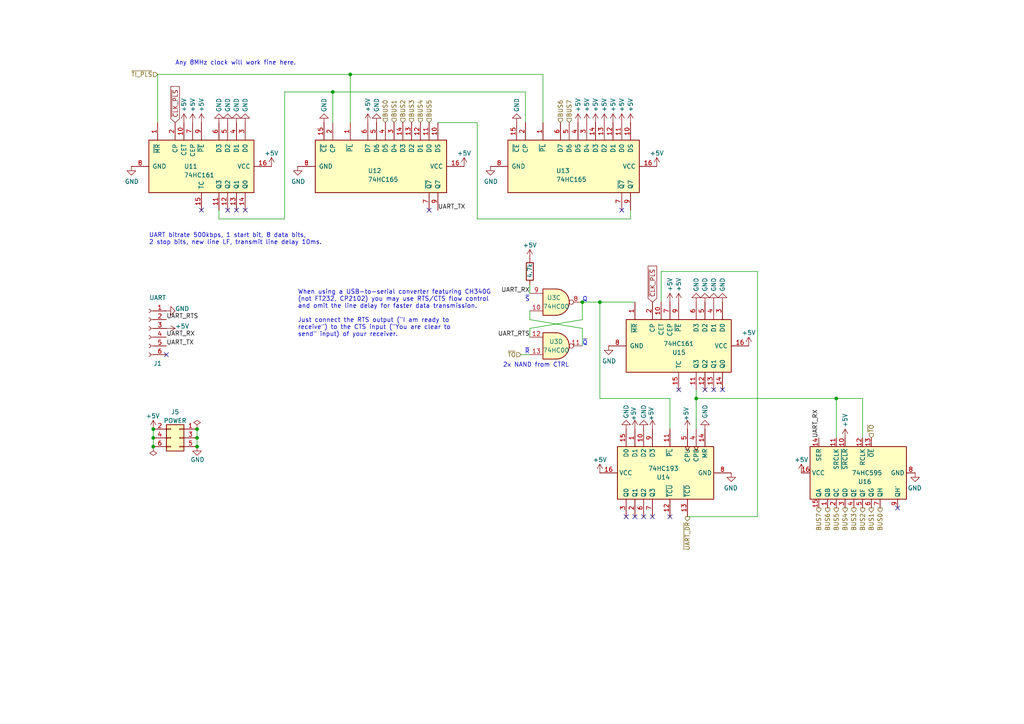
<source format=kicad_sch>
(kicad_sch
	(version 20231120)
	(generator "eeschema")
	(generator_version "8.0")
	(uuid "1ab7bfbf-0b0d-4986-851e-0ecfe3961de9")
	(paper "A4")
	(title_block
		(title "UART Section")
		(date "2024-10-10")
		(rev "1.1")
		(comment 2 "creativecommons.org/licenses/by-nc-sa/4.0/")
		(comment 3 "This work is licensed under CC BY-NC-SA 4.0")
		(comment 4 "Author: Carsten Herting (slu4)")
	)
	(lib_symbols
		(symbol "+5V_1"
			(power)
			(pin_names
				(offset 0)
			)
			(exclude_from_sim no)
			(in_bom yes)
			(on_board yes)
			(property "Reference" "#PWR"
				(at 0 -3.81 0)
				(effects
					(font
						(size 1.27 1.27)
					)
					(hide yes)
				)
			)
			(property "Value" "+5V_1"
				(at 0 3.556 0)
				(effects
					(font
						(size 1.27 1.27)
					)
				)
			)
			(property "Footprint" ""
				(at 0 0 0)
				(effects
					(font
						(size 1.27 1.27)
					)
					(hide yes)
				)
			)
			(property "Datasheet" ""
				(at 0 0 0)
				(effects
					(font
						(size 1.27 1.27)
					)
					(hide yes)
				)
			)
			(property "Description" "Power symbol creates a global label with name \"+5V\""
				(at 0 0 0)
				(effects
					(font
						(size 1.27 1.27)
					)
					(hide yes)
				)
			)
			(property "ki_keywords" "global power"
				(at 0 0 0)
				(effects
					(font
						(size 1.27 1.27)
					)
					(hide yes)
				)
			)
			(symbol "+5V_1_0_1"
				(polyline
					(pts
						(xy -0.762 1.27) (xy 0 2.54)
					)
					(stroke
						(width 0)
						(type default)
					)
					(fill
						(type none)
					)
				)
				(polyline
					(pts
						(xy 0 0) (xy 0 2.54)
					)
					(stroke
						(width 0)
						(type default)
					)
					(fill
						(type none)
					)
				)
				(polyline
					(pts
						(xy 0 2.54) (xy 0.762 1.27)
					)
					(stroke
						(width 0)
						(type default)
					)
					(fill
						(type none)
					)
				)
			)
			(symbol "+5V_1_1_1"
				(pin power_in line
					(at 0 0 90)
					(length 0) hide
					(name "+5V"
						(effects
							(font
								(size 1.27 1.27)
							)
						)
					)
					(number "1"
						(effects
							(font
								(size 1.27 1.27)
							)
						)
					)
				)
			)
		)
		(symbol "+5V_2"
			(power)
			(pin_names
				(offset 0)
			)
			(exclude_from_sim no)
			(in_bom yes)
			(on_board yes)
			(property "Reference" "#PWR"
				(at 0 -3.81 0)
				(effects
					(font
						(size 1.27 1.27)
					)
					(hide yes)
				)
			)
			(property "Value" "+5V_2"
				(at 0 3.556 0)
				(effects
					(font
						(size 1.27 1.27)
					)
				)
			)
			(property "Footprint" ""
				(at 0 0 0)
				(effects
					(font
						(size 1.27 1.27)
					)
					(hide yes)
				)
			)
			(property "Datasheet" ""
				(at 0 0 0)
				(effects
					(font
						(size 1.27 1.27)
					)
					(hide yes)
				)
			)
			(property "Description" "Power symbol creates a global label with name \"+5V\""
				(at 0 0 0)
				(effects
					(font
						(size 1.27 1.27)
					)
					(hide yes)
				)
			)
			(property "ki_keywords" "global power"
				(at 0 0 0)
				(effects
					(font
						(size 1.27 1.27)
					)
					(hide yes)
				)
			)
			(symbol "+5V_2_0_1"
				(polyline
					(pts
						(xy -0.762 1.27) (xy 0 2.54)
					)
					(stroke
						(width 0)
						(type default)
					)
					(fill
						(type none)
					)
				)
				(polyline
					(pts
						(xy 0 0) (xy 0 2.54)
					)
					(stroke
						(width 0)
						(type default)
					)
					(fill
						(type none)
					)
				)
				(polyline
					(pts
						(xy 0 2.54) (xy 0.762 1.27)
					)
					(stroke
						(width 0)
						(type default)
					)
					(fill
						(type none)
					)
				)
			)
			(symbol "+5V_2_1_1"
				(pin power_in line
					(at 0 0 90)
					(length 0) hide
					(name "+5V"
						(effects
							(font
								(size 1.27 1.27)
							)
						)
					)
					(number "1"
						(effects
							(font
								(size 1.27 1.27)
							)
						)
					)
				)
			)
		)
		(symbol "+5V_3"
			(power)
			(pin_names
				(offset 0)
			)
			(exclude_from_sim no)
			(in_bom yes)
			(on_board yes)
			(property "Reference" "#PWR"
				(at 0 -3.81 0)
				(effects
					(font
						(size 1.27 1.27)
					)
					(hide yes)
				)
			)
			(property "Value" "+5V_3"
				(at 0 3.556 0)
				(effects
					(font
						(size 1.27 1.27)
					)
				)
			)
			(property "Footprint" ""
				(at 0 0 0)
				(effects
					(font
						(size 1.27 1.27)
					)
					(hide yes)
				)
			)
			(property "Datasheet" ""
				(at 0 0 0)
				(effects
					(font
						(size 1.27 1.27)
					)
					(hide yes)
				)
			)
			(property "Description" "Power symbol creates a global label with name \"+5V\""
				(at 0 0 0)
				(effects
					(font
						(size 1.27 1.27)
					)
					(hide yes)
				)
			)
			(property "ki_keywords" "global power"
				(at 0 0 0)
				(effects
					(font
						(size 1.27 1.27)
					)
					(hide yes)
				)
			)
			(symbol "+5V_3_0_1"
				(polyline
					(pts
						(xy -0.762 1.27) (xy 0 2.54)
					)
					(stroke
						(width 0)
						(type default)
					)
					(fill
						(type none)
					)
				)
				(polyline
					(pts
						(xy 0 0) (xy 0 2.54)
					)
					(stroke
						(width 0)
						(type default)
					)
					(fill
						(type none)
					)
				)
				(polyline
					(pts
						(xy 0 2.54) (xy 0.762 1.27)
					)
					(stroke
						(width 0)
						(type default)
					)
					(fill
						(type none)
					)
				)
			)
			(symbol "+5V_3_1_1"
				(pin power_in line
					(at 0 0 90)
					(length 0) hide
					(name "+5V"
						(effects
							(font
								(size 1.27 1.27)
							)
						)
					)
					(number "1"
						(effects
							(font
								(size 1.27 1.27)
							)
						)
					)
				)
			)
		)
		(symbol "+5V_4"
			(power)
			(pin_names
				(offset 0)
			)
			(exclude_from_sim no)
			(in_bom yes)
			(on_board yes)
			(property "Reference" "#PWR"
				(at 0 -3.81 0)
				(effects
					(font
						(size 1.27 1.27)
					)
					(hide yes)
				)
			)
			(property "Value" "+5V_4"
				(at 0 3.556 0)
				(effects
					(font
						(size 1.27 1.27)
					)
				)
			)
			(property "Footprint" ""
				(at 0 0 0)
				(effects
					(font
						(size 1.27 1.27)
					)
					(hide yes)
				)
			)
			(property "Datasheet" ""
				(at 0 0 0)
				(effects
					(font
						(size 1.27 1.27)
					)
					(hide yes)
				)
			)
			(property "Description" "Power symbol creates a global label with name \"+5V\""
				(at 0 0 0)
				(effects
					(font
						(size 1.27 1.27)
					)
					(hide yes)
				)
			)
			(property "ki_keywords" "global power"
				(at 0 0 0)
				(effects
					(font
						(size 1.27 1.27)
					)
					(hide yes)
				)
			)
			(symbol "+5V_4_0_1"
				(polyline
					(pts
						(xy -0.762 1.27) (xy 0 2.54)
					)
					(stroke
						(width 0)
						(type default)
					)
					(fill
						(type none)
					)
				)
				(polyline
					(pts
						(xy 0 0) (xy 0 2.54)
					)
					(stroke
						(width 0)
						(type default)
					)
					(fill
						(type none)
					)
				)
				(polyline
					(pts
						(xy 0 2.54) (xy 0.762 1.27)
					)
					(stroke
						(width 0)
						(type default)
					)
					(fill
						(type none)
					)
				)
			)
			(symbol "+5V_4_1_1"
				(pin power_in line
					(at 0 0 90)
					(length 0) hide
					(name "+5V"
						(effects
							(font
								(size 1.27 1.27)
							)
						)
					)
					(number "1"
						(effects
							(font
								(size 1.27 1.27)
							)
						)
					)
				)
			)
		)
		(symbol "+5V_5"
			(power)
			(pin_names
				(offset 0)
			)
			(exclude_from_sim no)
			(in_bom yes)
			(on_board yes)
			(property "Reference" "#PWR"
				(at 0 -3.81 0)
				(effects
					(font
						(size 1.27 1.27)
					)
					(hide yes)
				)
			)
			(property "Value" "+5V_5"
				(at 0 3.556 0)
				(effects
					(font
						(size 1.27 1.27)
					)
				)
			)
			(property "Footprint" ""
				(at 0 0 0)
				(effects
					(font
						(size 1.27 1.27)
					)
					(hide yes)
				)
			)
			(property "Datasheet" ""
				(at 0 0 0)
				(effects
					(font
						(size 1.27 1.27)
					)
					(hide yes)
				)
			)
			(property "Description" "Power symbol creates a global label with name \"+5V\""
				(at 0 0 0)
				(effects
					(font
						(size 1.27 1.27)
					)
					(hide yes)
				)
			)
			(property "ki_keywords" "global power"
				(at 0 0 0)
				(effects
					(font
						(size 1.27 1.27)
					)
					(hide yes)
				)
			)
			(symbol "+5V_5_0_1"
				(polyline
					(pts
						(xy -0.762 1.27) (xy 0 2.54)
					)
					(stroke
						(width 0)
						(type default)
					)
					(fill
						(type none)
					)
				)
				(polyline
					(pts
						(xy 0 0) (xy 0 2.54)
					)
					(stroke
						(width 0)
						(type default)
					)
					(fill
						(type none)
					)
				)
				(polyline
					(pts
						(xy 0 2.54) (xy 0.762 1.27)
					)
					(stroke
						(width 0)
						(type default)
					)
					(fill
						(type none)
					)
				)
			)
			(symbol "+5V_5_1_1"
				(pin power_in line
					(at 0 0 90)
					(length 0) hide
					(name "+5V"
						(effects
							(font
								(size 1.27 1.27)
							)
						)
					)
					(number "1"
						(effects
							(font
								(size 1.27 1.27)
							)
						)
					)
				)
			)
		)
		(symbol "+5V_6"
			(power)
			(pin_names
				(offset 0)
			)
			(exclude_from_sim no)
			(in_bom yes)
			(on_board yes)
			(property "Reference" "#PWR"
				(at 0 -3.81 0)
				(effects
					(font
						(size 1.27 1.27)
					)
					(hide yes)
				)
			)
			(property "Value" "+5V_6"
				(at 0 3.556 0)
				(effects
					(font
						(size 1.27 1.27)
					)
				)
			)
			(property "Footprint" ""
				(at 0 0 0)
				(effects
					(font
						(size 1.27 1.27)
					)
					(hide yes)
				)
			)
			(property "Datasheet" ""
				(at 0 0 0)
				(effects
					(font
						(size 1.27 1.27)
					)
					(hide yes)
				)
			)
			(property "Description" "Power symbol creates a global label with name \"+5V\""
				(at 0 0 0)
				(effects
					(font
						(size 1.27 1.27)
					)
					(hide yes)
				)
			)
			(property "ki_keywords" "global power"
				(at 0 0 0)
				(effects
					(font
						(size 1.27 1.27)
					)
					(hide yes)
				)
			)
			(symbol "+5V_6_0_1"
				(polyline
					(pts
						(xy -0.762 1.27) (xy 0 2.54)
					)
					(stroke
						(width 0)
						(type default)
					)
					(fill
						(type none)
					)
				)
				(polyline
					(pts
						(xy 0 0) (xy 0 2.54)
					)
					(stroke
						(width 0)
						(type default)
					)
					(fill
						(type none)
					)
				)
				(polyline
					(pts
						(xy 0 2.54) (xy 0.762 1.27)
					)
					(stroke
						(width 0)
						(type default)
					)
					(fill
						(type none)
					)
				)
			)
			(symbol "+5V_6_1_1"
				(pin power_in line
					(at 0 0 90)
					(length 0) hide
					(name "+5V"
						(effects
							(font
								(size 1.27 1.27)
							)
						)
					)
					(number "1"
						(effects
							(font
								(size 1.27 1.27)
							)
						)
					)
				)
			)
		)
		(symbol "+5V_7"
			(power)
			(pin_names
				(offset 0)
			)
			(exclude_from_sim no)
			(in_bom yes)
			(on_board yes)
			(property "Reference" "#PWR"
				(at 0 -3.81 0)
				(effects
					(font
						(size 1.27 1.27)
					)
					(hide yes)
				)
			)
			(property "Value" "+5V_7"
				(at 0 3.556 0)
				(effects
					(font
						(size 1.27 1.27)
					)
				)
			)
			(property "Footprint" ""
				(at 0 0 0)
				(effects
					(font
						(size 1.27 1.27)
					)
					(hide yes)
				)
			)
			(property "Datasheet" ""
				(at 0 0 0)
				(effects
					(font
						(size 1.27 1.27)
					)
					(hide yes)
				)
			)
			(property "Description" "Power symbol creates a global label with name \"+5V\""
				(at 0 0 0)
				(effects
					(font
						(size 1.27 1.27)
					)
					(hide yes)
				)
			)
			(property "ki_keywords" "global power"
				(at 0 0 0)
				(effects
					(font
						(size 1.27 1.27)
					)
					(hide yes)
				)
			)
			(symbol "+5V_7_0_1"
				(polyline
					(pts
						(xy -0.762 1.27) (xy 0 2.54)
					)
					(stroke
						(width 0)
						(type default)
					)
					(fill
						(type none)
					)
				)
				(polyline
					(pts
						(xy 0 0) (xy 0 2.54)
					)
					(stroke
						(width 0)
						(type default)
					)
					(fill
						(type none)
					)
				)
				(polyline
					(pts
						(xy 0 2.54) (xy 0.762 1.27)
					)
					(stroke
						(width 0)
						(type default)
					)
					(fill
						(type none)
					)
				)
			)
			(symbol "+5V_7_1_1"
				(pin power_in line
					(at 0 0 90)
					(length 0) hide
					(name "+5V"
						(effects
							(font
								(size 1.27 1.27)
							)
						)
					)
					(number "1"
						(effects
							(font
								(size 1.27 1.27)
							)
						)
					)
				)
			)
		)
		(symbol "+5V_8"
			(power)
			(pin_names
				(offset 0)
			)
			(exclude_from_sim no)
			(in_bom yes)
			(on_board yes)
			(property "Reference" "#PWR"
				(at 0 -3.81 0)
				(effects
					(font
						(size 1.27 1.27)
					)
					(hide yes)
				)
			)
			(property "Value" "+5V_8"
				(at 0 3.556 0)
				(effects
					(font
						(size 1.27 1.27)
					)
				)
			)
			(property "Footprint" ""
				(at 0 0 0)
				(effects
					(font
						(size 1.27 1.27)
					)
					(hide yes)
				)
			)
			(property "Datasheet" ""
				(at 0 0 0)
				(effects
					(font
						(size 1.27 1.27)
					)
					(hide yes)
				)
			)
			(property "Description" "Power symbol creates a global label with name \"+5V\""
				(at 0 0 0)
				(effects
					(font
						(size 1.27 1.27)
					)
					(hide yes)
				)
			)
			(property "ki_keywords" "global power"
				(at 0 0 0)
				(effects
					(font
						(size 1.27 1.27)
					)
					(hide yes)
				)
			)
			(symbol "+5V_8_0_1"
				(polyline
					(pts
						(xy -0.762 1.27) (xy 0 2.54)
					)
					(stroke
						(width 0)
						(type default)
					)
					(fill
						(type none)
					)
				)
				(polyline
					(pts
						(xy 0 0) (xy 0 2.54)
					)
					(stroke
						(width 0)
						(type default)
					)
					(fill
						(type none)
					)
				)
				(polyline
					(pts
						(xy 0 2.54) (xy 0.762 1.27)
					)
					(stroke
						(width 0)
						(type default)
					)
					(fill
						(type none)
					)
				)
			)
			(symbol "+5V_8_1_1"
				(pin power_in line
					(at 0 0 90)
					(length 0) hide
					(name "+5V"
						(effects
							(font
								(size 1.27 1.27)
							)
						)
					)
					(number "1"
						(effects
							(font
								(size 1.27 1.27)
							)
						)
					)
				)
			)
		)
		(symbol "+5V_9"
			(power)
			(pin_names
				(offset 0)
			)
			(exclude_from_sim no)
			(in_bom yes)
			(on_board yes)
			(property "Reference" "#PWR"
				(at 0 -3.81 0)
				(effects
					(font
						(size 1.27 1.27)
					)
					(hide yes)
				)
			)
			(property "Value" "+5V_9"
				(at 0 3.556 0)
				(effects
					(font
						(size 1.27 1.27)
					)
				)
			)
			(property "Footprint" ""
				(at 0 0 0)
				(effects
					(font
						(size 1.27 1.27)
					)
					(hide yes)
				)
			)
			(property "Datasheet" ""
				(at 0 0 0)
				(effects
					(font
						(size 1.27 1.27)
					)
					(hide yes)
				)
			)
			(property "Description" "Power symbol creates a global label with name \"+5V\""
				(at 0 0 0)
				(effects
					(font
						(size 1.27 1.27)
					)
					(hide yes)
				)
			)
			(property "ki_keywords" "global power"
				(at 0 0 0)
				(effects
					(font
						(size 1.27 1.27)
					)
					(hide yes)
				)
			)
			(symbol "+5V_9_0_1"
				(polyline
					(pts
						(xy -0.762 1.27) (xy 0 2.54)
					)
					(stroke
						(width 0)
						(type default)
					)
					(fill
						(type none)
					)
				)
				(polyline
					(pts
						(xy 0 0) (xy 0 2.54)
					)
					(stroke
						(width 0)
						(type default)
					)
					(fill
						(type none)
					)
				)
				(polyline
					(pts
						(xy 0 2.54) (xy 0.762 1.27)
					)
					(stroke
						(width 0)
						(type default)
					)
					(fill
						(type none)
					)
				)
			)
			(symbol "+5V_9_1_1"
				(pin power_in line
					(at 0 0 90)
					(length 0) hide
					(name "+5V"
						(effects
							(font
								(size 1.27 1.27)
							)
						)
					)
					(number "1"
						(effects
							(font
								(size 1.27 1.27)
							)
						)
					)
				)
			)
		)
		(symbol "74xx:74HC00"
			(pin_names
				(offset 1.016)
			)
			(exclude_from_sim no)
			(in_bom yes)
			(on_board yes)
			(property "Reference" "U"
				(at 0 1.27 0)
				(effects
					(font
						(size 1.27 1.27)
					)
				)
			)
			(property "Value" "74HC00"
				(at 0 -1.27 0)
				(effects
					(font
						(size 1.27 1.27)
					)
				)
			)
			(property "Footprint" ""
				(at 0 0 0)
				(effects
					(font
						(size 1.27 1.27)
					)
					(hide yes)
				)
			)
			(property "Datasheet" "http://www.ti.com/lit/gpn/sn74hc00"
				(at 0 0 0)
				(effects
					(font
						(size 1.27 1.27)
					)
					(hide yes)
				)
			)
			(property "Description" "quad 2-input NAND gate"
				(at 0 0 0)
				(effects
					(font
						(size 1.27 1.27)
					)
					(hide yes)
				)
			)
			(property "ki_locked" ""
				(at 0 0 0)
				(effects
					(font
						(size 1.27 1.27)
					)
				)
			)
			(property "ki_keywords" "HCMOS nand 2-input"
				(at 0 0 0)
				(effects
					(font
						(size 1.27 1.27)
					)
					(hide yes)
				)
			)
			(property "ki_fp_filters" "DIP*W7.62mm* SO14*"
				(at 0 0 0)
				(effects
					(font
						(size 1.27 1.27)
					)
					(hide yes)
				)
			)
			(symbol "74HC00_1_1"
				(arc
					(start 0 -3.81)
					(mid 3.7934 0)
					(end 0 3.81)
					(stroke
						(width 0.254)
						(type default)
					)
					(fill
						(type background)
					)
				)
				(polyline
					(pts
						(xy 0 3.81) (xy -3.81 3.81) (xy -3.81 -3.81) (xy 0 -3.81)
					)
					(stroke
						(width 0.254)
						(type default)
					)
					(fill
						(type background)
					)
				)
				(pin input line
					(at -7.62 2.54 0)
					(length 3.81)
					(name "~"
						(effects
							(font
								(size 1.27 1.27)
							)
						)
					)
					(number "1"
						(effects
							(font
								(size 1.27 1.27)
							)
						)
					)
				)
				(pin input line
					(at -7.62 -2.54 0)
					(length 3.81)
					(name "~"
						(effects
							(font
								(size 1.27 1.27)
							)
						)
					)
					(number "2"
						(effects
							(font
								(size 1.27 1.27)
							)
						)
					)
				)
				(pin output inverted
					(at 7.62 0 180)
					(length 3.81)
					(name "~"
						(effects
							(font
								(size 1.27 1.27)
							)
						)
					)
					(number "3"
						(effects
							(font
								(size 1.27 1.27)
							)
						)
					)
				)
			)
			(symbol "74HC00_1_2"
				(arc
					(start -3.81 -3.81)
					(mid -2.589 0)
					(end -3.81 3.81)
					(stroke
						(width 0.254)
						(type default)
					)
					(fill
						(type none)
					)
				)
				(arc
					(start -0.6096 -3.81)
					(mid 2.1842 -2.5851)
					(end 3.81 0)
					(stroke
						(width 0.254)
						(type default)
					)
					(fill
						(type background)
					)
				)
				(polyline
					(pts
						(xy -3.81 -3.81) (xy -0.635 -3.81)
					)
					(stroke
						(width 0.254)
						(type default)
					)
					(fill
						(type background)
					)
				)
				(polyline
					(pts
						(xy -3.81 3.81) (xy -0.635 3.81)
					)
					(stroke
						(width 0.254)
						(type default)
					)
					(fill
						(type background)
					)
				)
				(polyline
					(pts
						(xy -0.635 3.81) (xy -3.81 3.81) (xy -3.81 3.81) (xy -3.556 3.4036) (xy -3.0226 2.2606) (xy -2.6924 1.0414)
						(xy -2.6162 -0.254) (xy -2.7686 -1.4986) (xy -3.175 -2.7178) (xy -3.81 -3.81) (xy -3.81 -3.81)
						(xy -0.635 -3.81)
					)
					(stroke
						(width -25.4)
						(type default)
					)
					(fill
						(type background)
					)
				)
				(arc
					(start 3.81 0)
					(mid 2.1915 2.5936)
					(end -0.6096 3.81)
					(stroke
						(width 0.254)
						(type default)
					)
					(fill
						(type background)
					)
				)
				(pin input inverted
					(at -7.62 2.54 0)
					(length 4.318)
					(name "~"
						(effects
							(font
								(size 1.27 1.27)
							)
						)
					)
					(number "1"
						(effects
							(font
								(size 1.27 1.27)
							)
						)
					)
				)
				(pin input inverted
					(at -7.62 -2.54 0)
					(length 4.318)
					(name "~"
						(effects
							(font
								(size 1.27 1.27)
							)
						)
					)
					(number "2"
						(effects
							(font
								(size 1.27 1.27)
							)
						)
					)
				)
				(pin output line
					(at 7.62 0 180)
					(length 3.81)
					(name "~"
						(effects
							(font
								(size 1.27 1.27)
							)
						)
					)
					(number "3"
						(effects
							(font
								(size 1.27 1.27)
							)
						)
					)
				)
			)
			(symbol "74HC00_2_1"
				(arc
					(start 0 -3.81)
					(mid 3.7934 0)
					(end 0 3.81)
					(stroke
						(width 0.254)
						(type default)
					)
					(fill
						(type background)
					)
				)
				(polyline
					(pts
						(xy 0 3.81) (xy -3.81 3.81) (xy -3.81 -3.81) (xy 0 -3.81)
					)
					(stroke
						(width 0.254)
						(type default)
					)
					(fill
						(type background)
					)
				)
				(pin input line
					(at -7.62 2.54 0)
					(length 3.81)
					(name "~"
						(effects
							(font
								(size 1.27 1.27)
							)
						)
					)
					(number "4"
						(effects
							(font
								(size 1.27 1.27)
							)
						)
					)
				)
				(pin input line
					(at -7.62 -2.54 0)
					(length 3.81)
					(name "~"
						(effects
							(font
								(size 1.27 1.27)
							)
						)
					)
					(number "5"
						(effects
							(font
								(size 1.27 1.27)
							)
						)
					)
				)
				(pin output inverted
					(at 7.62 0 180)
					(length 3.81)
					(name "~"
						(effects
							(font
								(size 1.27 1.27)
							)
						)
					)
					(number "6"
						(effects
							(font
								(size 1.27 1.27)
							)
						)
					)
				)
			)
			(symbol "74HC00_2_2"
				(arc
					(start -3.81 -3.81)
					(mid -2.589 0)
					(end -3.81 3.81)
					(stroke
						(width 0.254)
						(type default)
					)
					(fill
						(type none)
					)
				)
				(arc
					(start -0.6096 -3.81)
					(mid 2.1842 -2.5851)
					(end 3.81 0)
					(stroke
						(width 0.254)
						(type default)
					)
					(fill
						(type background)
					)
				)
				(polyline
					(pts
						(xy -3.81 -3.81) (xy -0.635 -3.81)
					)
					(stroke
						(width 0.254)
						(type default)
					)
					(fill
						(type background)
					)
				)
				(polyline
					(pts
						(xy -3.81 3.81) (xy -0.635 3.81)
					)
					(stroke
						(width 0.254)
						(type default)
					)
					(fill
						(type background)
					)
				)
				(polyline
					(pts
						(xy -0.635 3.81) (xy -3.81 3.81) (xy -3.81 3.81) (xy -3.556 3.4036) (xy -3.0226 2.2606) (xy -2.6924 1.0414)
						(xy -2.6162 -0.254) (xy -2.7686 -1.4986) (xy -3.175 -2.7178) (xy -3.81 -3.81) (xy -3.81 -3.81)
						(xy -0.635 -3.81)
					)
					(stroke
						(width -25.4)
						(type default)
					)
					(fill
						(type background)
					)
				)
				(arc
					(start 3.81 0)
					(mid 2.1915 2.5936)
					(end -0.6096 3.81)
					(stroke
						(width 0.254)
						(type default)
					)
					(fill
						(type background)
					)
				)
				(pin input inverted
					(at -7.62 2.54 0)
					(length 4.318)
					(name "~"
						(effects
							(font
								(size 1.27 1.27)
							)
						)
					)
					(number "4"
						(effects
							(font
								(size 1.27 1.27)
							)
						)
					)
				)
				(pin input inverted
					(at -7.62 -2.54 0)
					(length 4.318)
					(name "~"
						(effects
							(font
								(size 1.27 1.27)
							)
						)
					)
					(number "5"
						(effects
							(font
								(size 1.27 1.27)
							)
						)
					)
				)
				(pin output line
					(at 7.62 0 180)
					(length 3.81)
					(name "~"
						(effects
							(font
								(size 1.27 1.27)
							)
						)
					)
					(number "6"
						(effects
							(font
								(size 1.27 1.27)
							)
						)
					)
				)
			)
			(symbol "74HC00_3_1"
				(arc
					(start 0 -3.81)
					(mid 3.7934 0)
					(end 0 3.81)
					(stroke
						(width 0.254)
						(type default)
					)
					(fill
						(type background)
					)
				)
				(polyline
					(pts
						(xy 0 3.81) (xy -3.81 3.81) (xy -3.81 -3.81) (xy 0 -3.81)
					)
					(stroke
						(width 0.254)
						(type default)
					)
					(fill
						(type background)
					)
				)
				(pin input line
					(at -7.62 -2.54 0)
					(length 3.81)
					(name "~"
						(effects
							(font
								(size 1.27 1.27)
							)
						)
					)
					(number "10"
						(effects
							(font
								(size 1.27 1.27)
							)
						)
					)
				)
				(pin output inverted
					(at 7.62 0 180)
					(length 3.81)
					(name "~"
						(effects
							(font
								(size 1.27 1.27)
							)
						)
					)
					(number "8"
						(effects
							(font
								(size 1.27 1.27)
							)
						)
					)
				)
				(pin input line
					(at -7.62 2.54 0)
					(length 3.81)
					(name "~"
						(effects
							(font
								(size 1.27 1.27)
							)
						)
					)
					(number "9"
						(effects
							(font
								(size 1.27 1.27)
							)
						)
					)
				)
			)
			(symbol "74HC00_3_2"
				(arc
					(start -3.81 -3.81)
					(mid -2.589 0)
					(end -3.81 3.81)
					(stroke
						(width 0.254)
						(type default)
					)
					(fill
						(type none)
					)
				)
				(arc
					(start -0.6096 -3.81)
					(mid 2.1842 -2.5851)
					(end 3.81 0)
					(stroke
						(width 0.254)
						(type default)
					)
					(fill
						(type background)
					)
				)
				(polyline
					(pts
						(xy -3.81 -3.81) (xy -0.635 -3.81)
					)
					(stroke
						(width 0.254)
						(type default)
					)
					(fill
						(type background)
					)
				)
				(polyline
					(pts
						(xy -3.81 3.81) (xy -0.635 3.81)
					)
					(stroke
						(width 0.254)
						(type default)
					)
					(fill
						(type background)
					)
				)
				(polyline
					(pts
						(xy -0.635 3.81) (xy -3.81 3.81) (xy -3.81 3.81) (xy -3.556 3.4036) (xy -3.0226 2.2606) (xy -2.6924 1.0414)
						(xy -2.6162 -0.254) (xy -2.7686 -1.4986) (xy -3.175 -2.7178) (xy -3.81 -3.81) (xy -3.81 -3.81)
						(xy -0.635 -3.81)
					)
					(stroke
						(width -25.4)
						(type default)
					)
					(fill
						(type background)
					)
				)
				(arc
					(start 3.81 0)
					(mid 2.1915 2.5936)
					(end -0.6096 3.81)
					(stroke
						(width 0.254)
						(type default)
					)
					(fill
						(type background)
					)
				)
				(pin input inverted
					(at -7.62 -2.54 0)
					(length 4.318)
					(name "~"
						(effects
							(font
								(size 1.27 1.27)
							)
						)
					)
					(number "10"
						(effects
							(font
								(size 1.27 1.27)
							)
						)
					)
				)
				(pin output line
					(at 7.62 0 180)
					(length 3.81)
					(name "~"
						(effects
							(font
								(size 1.27 1.27)
							)
						)
					)
					(number "8"
						(effects
							(font
								(size 1.27 1.27)
							)
						)
					)
				)
				(pin input inverted
					(at -7.62 2.54 0)
					(length 4.318)
					(name "~"
						(effects
							(font
								(size 1.27 1.27)
							)
						)
					)
					(number "9"
						(effects
							(font
								(size 1.27 1.27)
							)
						)
					)
				)
			)
			(symbol "74HC00_4_1"
				(arc
					(start 0 -3.81)
					(mid 3.7934 0)
					(end 0 3.81)
					(stroke
						(width 0.254)
						(type default)
					)
					(fill
						(type background)
					)
				)
				(polyline
					(pts
						(xy 0 3.81) (xy -3.81 3.81) (xy -3.81 -3.81) (xy 0 -3.81)
					)
					(stroke
						(width 0.254)
						(type default)
					)
					(fill
						(type background)
					)
				)
				(pin output inverted
					(at 7.62 0 180)
					(length 3.81)
					(name "~"
						(effects
							(font
								(size 1.27 1.27)
							)
						)
					)
					(number "11"
						(effects
							(font
								(size 1.27 1.27)
							)
						)
					)
				)
				(pin input line
					(at -7.62 2.54 0)
					(length 3.81)
					(name "~"
						(effects
							(font
								(size 1.27 1.27)
							)
						)
					)
					(number "12"
						(effects
							(font
								(size 1.27 1.27)
							)
						)
					)
				)
				(pin input line
					(at -7.62 -2.54 0)
					(length 3.81)
					(name "~"
						(effects
							(font
								(size 1.27 1.27)
							)
						)
					)
					(number "13"
						(effects
							(font
								(size 1.27 1.27)
							)
						)
					)
				)
			)
			(symbol "74HC00_4_2"
				(arc
					(start -3.81 -3.81)
					(mid -2.589 0)
					(end -3.81 3.81)
					(stroke
						(width 0.254)
						(type default)
					)
					(fill
						(type none)
					)
				)
				(arc
					(start -0.6096 -3.81)
					(mid 2.1842 -2.5851)
					(end 3.81 0)
					(stroke
						(width 0.254)
						(type default)
					)
					(fill
						(type background)
					)
				)
				(polyline
					(pts
						(xy -3.81 -3.81) (xy -0.635 -3.81)
					)
					(stroke
						(width 0.254)
						(type default)
					)
					(fill
						(type background)
					)
				)
				(polyline
					(pts
						(xy -3.81 3.81) (xy -0.635 3.81)
					)
					(stroke
						(width 0.254)
						(type default)
					)
					(fill
						(type background)
					)
				)
				(polyline
					(pts
						(xy -0.635 3.81) (xy -3.81 3.81) (xy -3.81 3.81) (xy -3.556 3.4036) (xy -3.0226 2.2606) (xy -2.6924 1.0414)
						(xy -2.6162 -0.254) (xy -2.7686 -1.4986) (xy -3.175 -2.7178) (xy -3.81 -3.81) (xy -3.81 -3.81)
						(xy -0.635 -3.81)
					)
					(stroke
						(width -25.4)
						(type default)
					)
					(fill
						(type background)
					)
				)
				(arc
					(start 3.81 0)
					(mid 2.1915 2.5936)
					(end -0.6096 3.81)
					(stroke
						(width 0.254)
						(type default)
					)
					(fill
						(type background)
					)
				)
				(pin output line
					(at 7.62 0 180)
					(length 3.81)
					(name "~"
						(effects
							(font
								(size 1.27 1.27)
							)
						)
					)
					(number "11"
						(effects
							(font
								(size 1.27 1.27)
							)
						)
					)
				)
				(pin input inverted
					(at -7.62 2.54 0)
					(length 4.318)
					(name "~"
						(effects
							(font
								(size 1.27 1.27)
							)
						)
					)
					(number "12"
						(effects
							(font
								(size 1.27 1.27)
							)
						)
					)
				)
				(pin input inverted
					(at -7.62 -2.54 0)
					(length 4.318)
					(name "~"
						(effects
							(font
								(size 1.27 1.27)
							)
						)
					)
					(number "13"
						(effects
							(font
								(size 1.27 1.27)
							)
						)
					)
				)
			)
			(symbol "74HC00_5_0"
				(pin power_in line
					(at 0 12.7 270)
					(length 5.08)
					(name "VCC"
						(effects
							(font
								(size 1.27 1.27)
							)
						)
					)
					(number "14"
						(effects
							(font
								(size 1.27 1.27)
							)
						)
					)
				)
				(pin power_in line
					(at 0 -12.7 90)
					(length 5.08)
					(name "GND"
						(effects
							(font
								(size 1.27 1.27)
							)
						)
					)
					(number "7"
						(effects
							(font
								(size 1.27 1.27)
							)
						)
					)
				)
			)
			(symbol "74HC00_5_1"
				(rectangle
					(start -5.08 7.62)
					(end 5.08 -7.62)
					(stroke
						(width 0.254)
						(type default)
					)
					(fill
						(type background)
					)
				)
			)
		)
		(symbol "74xx:74HC595"
			(exclude_from_sim no)
			(in_bom yes)
			(on_board yes)
			(property "Reference" "U"
				(at -7.62 13.97 0)
				(effects
					(font
						(size 1.27 1.27)
					)
				)
			)
			(property "Value" "74HC595"
				(at -7.62 -16.51 0)
				(effects
					(font
						(size 1.27 1.27)
					)
				)
			)
			(property "Footprint" ""
				(at 0 0 0)
				(effects
					(font
						(size 1.27 1.27)
					)
					(hide yes)
				)
			)
			(property "Datasheet" "http://www.ti.com/lit/ds/symlink/sn74hc595.pdf"
				(at 0 0 0)
				(effects
					(font
						(size 1.27 1.27)
					)
					(hide yes)
				)
			)
			(property "Description" "8-bit serial in/out Shift Register 3-State Outputs"
				(at 0 0 0)
				(effects
					(font
						(size 1.27 1.27)
					)
					(hide yes)
				)
			)
			(property "ki_keywords" "HCMOS SR 3State"
				(at 0 0 0)
				(effects
					(font
						(size 1.27 1.27)
					)
					(hide yes)
				)
			)
			(property "ki_fp_filters" "DIP*W7.62mm* SOIC*3.9x9.9mm*P1.27mm* TSSOP*4.4x5mm*P0.65mm* SOIC*5.3x10.2mm*P1.27mm* SOIC*7.5x10.3mm*P1.27mm*"
				(at 0 0 0)
				(effects
					(font
						(size 1.27 1.27)
					)
					(hide yes)
				)
			)
			(symbol "74HC595_1_0"
				(pin tri_state line
					(at 10.16 7.62 180)
					(length 2.54)
					(name "QB"
						(effects
							(font
								(size 1.27 1.27)
							)
						)
					)
					(number "1"
						(effects
							(font
								(size 1.27 1.27)
							)
						)
					)
				)
				(pin input line
					(at -10.16 2.54 0)
					(length 2.54)
					(name "~{SRCLR}"
						(effects
							(font
								(size 1.27 1.27)
							)
						)
					)
					(number "10"
						(effects
							(font
								(size 1.27 1.27)
							)
						)
					)
				)
				(pin input line
					(at -10.16 5.08 0)
					(length 2.54)
					(name "SRCLK"
						(effects
							(font
								(size 1.27 1.27)
							)
						)
					)
					(number "11"
						(effects
							(font
								(size 1.27 1.27)
							)
						)
					)
				)
				(pin input line
					(at -10.16 -2.54 0)
					(length 2.54)
					(name "RCLK"
						(effects
							(font
								(size 1.27 1.27)
							)
						)
					)
					(number "12"
						(effects
							(font
								(size 1.27 1.27)
							)
						)
					)
				)
				(pin input line
					(at -10.16 -5.08 0)
					(length 2.54)
					(name "~{OE}"
						(effects
							(font
								(size 1.27 1.27)
							)
						)
					)
					(number "13"
						(effects
							(font
								(size 1.27 1.27)
							)
						)
					)
				)
				(pin input line
					(at -10.16 10.16 0)
					(length 2.54)
					(name "SER"
						(effects
							(font
								(size 1.27 1.27)
							)
						)
					)
					(number "14"
						(effects
							(font
								(size 1.27 1.27)
							)
						)
					)
				)
				(pin tri_state line
					(at 10.16 10.16 180)
					(length 2.54)
					(name "QA"
						(effects
							(font
								(size 1.27 1.27)
							)
						)
					)
					(number "15"
						(effects
							(font
								(size 1.27 1.27)
							)
						)
					)
				)
				(pin power_in line
					(at 0 15.24 270)
					(length 2.54)
					(name "VCC"
						(effects
							(font
								(size 1.27 1.27)
							)
						)
					)
					(number "16"
						(effects
							(font
								(size 1.27 1.27)
							)
						)
					)
				)
				(pin tri_state line
					(at 10.16 5.08 180)
					(length 2.54)
					(name "QC"
						(effects
							(font
								(size 1.27 1.27)
							)
						)
					)
					(number "2"
						(effects
							(font
								(size 1.27 1.27)
							)
						)
					)
				)
				(pin tri_state line
					(at 10.16 2.54 180)
					(length 2.54)
					(name "QD"
						(effects
							(font
								(size 1.27 1.27)
							)
						)
					)
					(number "3"
						(effects
							(font
								(size 1.27 1.27)
							)
						)
					)
				)
				(pin tri_state line
					(at 10.16 0 180)
					(length 2.54)
					(name "QE"
						(effects
							(font
								(size 1.27 1.27)
							)
						)
					)
					(number "4"
						(effects
							(font
								(size 1.27 1.27)
							)
						)
					)
				)
				(pin tri_state line
					(at 10.16 -2.54 180)
					(length 2.54)
					(name "QF"
						(effects
							(font
								(size 1.27 1.27)
							)
						)
					)
					(number "5"
						(effects
							(font
								(size 1.27 1.27)
							)
						)
					)
				)
				(pin tri_state line
					(at 10.16 -5.08 180)
					(length 2.54)
					(name "QG"
						(effects
							(font
								(size 1.27 1.27)
							)
						)
					)
					(number "6"
						(effects
							(font
								(size 1.27 1.27)
							)
						)
					)
				)
				(pin tri_state line
					(at 10.16 -7.62 180)
					(length 2.54)
					(name "QH"
						(effects
							(font
								(size 1.27 1.27)
							)
						)
					)
					(number "7"
						(effects
							(font
								(size 1.27 1.27)
							)
						)
					)
				)
				(pin power_in line
					(at 0 -17.78 90)
					(length 2.54)
					(name "GND"
						(effects
							(font
								(size 1.27 1.27)
							)
						)
					)
					(number "8"
						(effects
							(font
								(size 1.27 1.27)
							)
						)
					)
				)
				(pin output line
					(at 10.16 -12.7 180)
					(length 2.54)
					(name "QH'"
						(effects
							(font
								(size 1.27 1.27)
							)
						)
					)
					(number "9"
						(effects
							(font
								(size 1.27 1.27)
							)
						)
					)
				)
			)
			(symbol "74HC595_1_1"
				(rectangle
					(start -7.62 12.7)
					(end 7.62 -15.24)
					(stroke
						(width 0.254)
						(type default)
					)
					(fill
						(type background)
					)
				)
			)
		)
		(symbol "8-Bit CPU 32k:74HC161"
			(pin_names
				(offset 1.016)
			)
			(exclude_from_sim no)
			(in_bom yes)
			(on_board yes)
			(property "Reference" "U"
				(at -7.62 16.51 0)
				(effects
					(font
						(size 1.27 1.27)
					)
				)
			)
			(property "Value" "74HC161"
				(at -7.62 -16.51 0)
				(effects
					(font
						(size 1.27 1.27)
					)
				)
			)
			(property "Footprint" ""
				(at 0 0 0)
				(effects
					(font
						(size 1.27 1.27)
					)
					(hide yes)
				)
			)
			(property "Datasheet" "http://www.ti.com/lit/gpn/sn74LS161"
				(at 0 0 0)
				(effects
					(font
						(size 1.27 1.27)
					)
					(hide yes)
				)
			)
			(property "Description" "Synchronous 4-bit programmable binary Counter"
				(at 0 0 0)
				(effects
					(font
						(size 1.27 1.27)
					)
					(hide yes)
				)
			)
			(property "ki_locked" ""
				(at 0 0 0)
				(effects
					(font
						(size 1.27 1.27)
					)
				)
			)
			(property "ki_keywords" "TTL CNT CNT4"
				(at 0 0 0)
				(effects
					(font
						(size 1.27 1.27)
					)
					(hide yes)
				)
			)
			(property "ki_fp_filters" "DIP?16*"
				(at 0 0 0)
				(effects
					(font
						(size 1.27 1.27)
					)
					(hide yes)
				)
			)
			(symbol "74HC161_1_0"
				(pin input line
					(at -12.7 -12.7 0)
					(length 5.08)
					(name "~{MR}"
						(effects
							(font
								(size 1.27 1.27)
							)
						)
					)
					(number "1"
						(effects
							(font
								(size 1.27 1.27)
							)
						)
					)
				)
				(pin input line
					(at -12.7 -5.08 0)
					(length 5.08)
					(name "CET"
						(effects
							(font
								(size 1.27 1.27)
							)
						)
					)
					(number "10"
						(effects
							(font
								(size 1.27 1.27)
							)
						)
					)
				)
				(pin output line
					(at 12.7 5.08 180)
					(length 5.08)
					(name "Q3"
						(effects
							(font
								(size 1.27 1.27)
							)
						)
					)
					(number "11"
						(effects
							(font
								(size 1.27 1.27)
							)
						)
					)
				)
				(pin output line
					(at 12.7 7.62 180)
					(length 5.08)
					(name "Q2"
						(effects
							(font
								(size 1.27 1.27)
							)
						)
					)
					(number "12"
						(effects
							(font
								(size 1.27 1.27)
							)
						)
					)
				)
				(pin output line
					(at 12.7 10.16 180)
					(length 5.08)
					(name "Q1"
						(effects
							(font
								(size 1.27 1.27)
							)
						)
					)
					(number "13"
						(effects
							(font
								(size 1.27 1.27)
							)
						)
					)
				)
				(pin output line
					(at 12.7 12.7 180)
					(length 5.08)
					(name "Q0"
						(effects
							(font
								(size 1.27 1.27)
							)
						)
					)
					(number "14"
						(effects
							(font
								(size 1.27 1.27)
							)
						)
					)
				)
				(pin output line
					(at 12.7 0 180)
					(length 5.08)
					(name "TC"
						(effects
							(font
								(size 1.27 1.27)
							)
						)
					)
					(number "15"
						(effects
							(font
								(size 1.27 1.27)
							)
						)
					)
				)
				(pin power_in line
					(at 0 20.32 270)
					(length 5.08)
					(name "VCC"
						(effects
							(font
								(size 1.27 1.27)
							)
						)
					)
					(number "16"
						(effects
							(font
								(size 1.27 1.27)
							)
						)
					)
				)
				(pin input line
					(at -12.7 -7.62 0)
					(length 5.08)
					(name "CP"
						(effects
							(font
								(size 1.27 1.27)
							)
						)
					)
					(number "2"
						(effects
							(font
								(size 1.27 1.27)
							)
						)
					)
				)
				(pin input line
					(at -12.7 12.7 0)
					(length 5.08)
					(name "D0"
						(effects
							(font
								(size 1.27 1.27)
							)
						)
					)
					(number "3"
						(effects
							(font
								(size 1.27 1.27)
							)
						)
					)
				)
				(pin input line
					(at -12.7 10.16 0)
					(length 5.08)
					(name "D1"
						(effects
							(font
								(size 1.27 1.27)
							)
						)
					)
					(number "4"
						(effects
							(font
								(size 1.27 1.27)
							)
						)
					)
				)
				(pin input line
					(at -12.7 7.62 0)
					(length 5.08)
					(name "D2"
						(effects
							(font
								(size 1.27 1.27)
							)
						)
					)
					(number "5"
						(effects
							(font
								(size 1.27 1.27)
							)
						)
					)
				)
				(pin input line
					(at -12.7 5.08 0)
					(length 5.08)
					(name "D3"
						(effects
							(font
								(size 1.27 1.27)
							)
						)
					)
					(number "6"
						(effects
							(font
								(size 1.27 1.27)
							)
						)
					)
				)
				(pin input line
					(at -12.7 -2.54 0)
					(length 5.08)
					(name "CEP"
						(effects
							(font
								(size 1.27 1.27)
							)
						)
					)
					(number "7"
						(effects
							(font
								(size 1.27 1.27)
							)
						)
					)
				)
				(pin power_in line
					(at 0 -20.32 90)
					(length 5.08)
					(name "GND"
						(effects
							(font
								(size 1.27 1.27)
							)
						)
					)
					(number "8"
						(effects
							(font
								(size 1.27 1.27)
							)
						)
					)
				)
				(pin input line
					(at -12.7 0 0)
					(length 5.08)
					(name "~{PE}"
						(effects
							(font
								(size 1.27 1.27)
							)
						)
					)
					(number "9"
						(effects
							(font
								(size 1.27 1.27)
							)
						)
					)
				)
			)
			(symbol "74HC161_1_1"
				(rectangle
					(start -7.62 15.24)
					(end 7.62 -15.24)
					(stroke
						(width 0.254)
						(type default)
					)
					(fill
						(type background)
					)
				)
			)
		)
		(symbol "8-Bit CPU 32k:74HC165"
			(pin_names
				(offset 1.016)
			)
			(exclude_from_sim no)
			(in_bom yes)
			(on_board yes)
			(property "Reference" "U"
				(at -7.62 19.05 0)
				(effects
					(font
						(size 1.27 1.27)
					)
				)
			)
			(property "Value" "74HC165"
				(at -7.62 -21.59 0)
				(effects
					(font
						(size 1.27 1.27)
					)
				)
			)
			(property "Footprint" ""
				(at 0 0 0)
				(effects
					(font
						(size 1.27 1.27)
					)
					(hide yes)
				)
			)
			(property "Datasheet" "http://www.ti.com/lit/gpn/sn74LS165"
				(at 0 0 0)
				(effects
					(font
						(size 1.27 1.27)
					)
					(hide yes)
				)
			)
			(property "Description" "Shift Register 8-bit, parallel load"
				(at 0 0 0)
				(effects
					(font
						(size 1.27 1.27)
					)
					(hide yes)
				)
			)
			(property "ki_locked" ""
				(at 0 0 0)
				(effects
					(font
						(size 1.27 1.27)
					)
				)
			)
			(property "ki_keywords" "TTL SR SR8"
				(at 0 0 0)
				(effects
					(font
						(size 1.27 1.27)
					)
					(hide yes)
				)
			)
			(property "ki_fp_filters" "DIP?16*"
				(at 0 0 0)
				(effects
					(font
						(size 1.27 1.27)
					)
					(hide yes)
				)
			)
			(symbol "74HC165_1_0"
				(pin input line
					(at -12.7 -10.16 0)
					(length 5.08)
					(name "~{PL}"
						(effects
							(font
								(size 1.27 1.27)
							)
						)
					)
					(number "1"
						(effects
							(font
								(size 1.27 1.27)
							)
						)
					)
				)
				(pin input line
					(at -12.7 15.24 0)
					(length 5.08)
					(name "DS"
						(effects
							(font
								(size 1.27 1.27)
							)
						)
					)
					(number "10"
						(effects
							(font
								(size 1.27 1.27)
							)
						)
					)
				)
				(pin input line
					(at -12.7 12.7 0)
					(length 5.08)
					(name "D0"
						(effects
							(font
								(size 1.27 1.27)
							)
						)
					)
					(number "11"
						(effects
							(font
								(size 1.27 1.27)
							)
						)
					)
				)
				(pin input line
					(at -12.7 10.16 0)
					(length 5.08)
					(name "D1"
						(effects
							(font
								(size 1.27 1.27)
							)
						)
					)
					(number "12"
						(effects
							(font
								(size 1.27 1.27)
							)
						)
					)
				)
				(pin input line
					(at -12.7 7.62 0)
					(length 5.08)
					(name "D2"
						(effects
							(font
								(size 1.27 1.27)
							)
						)
					)
					(number "13"
						(effects
							(font
								(size 1.27 1.27)
							)
						)
					)
				)
				(pin input line
					(at -12.7 5.08 0)
					(length 5.08)
					(name "D3"
						(effects
							(font
								(size 1.27 1.27)
							)
						)
					)
					(number "14"
						(effects
							(font
								(size 1.27 1.27)
							)
						)
					)
				)
				(pin input line
					(at -12.7 -17.78 0)
					(length 5.08)
					(name "~{CE}"
						(effects
							(font
								(size 1.27 1.27)
							)
						)
					)
					(number "15"
						(effects
							(font
								(size 1.27 1.27)
							)
						)
					)
				)
				(pin power_in line
					(at 0 22.86 270)
					(length 5.08)
					(name "VCC"
						(effects
							(font
								(size 1.27 1.27)
							)
						)
					)
					(number "16"
						(effects
							(font
								(size 1.27 1.27)
							)
						)
					)
				)
				(pin input line
					(at -12.7 -15.24 0)
					(length 5.08)
					(name "CP"
						(effects
							(font
								(size 1.27 1.27)
							)
						)
					)
					(number "2"
						(effects
							(font
								(size 1.27 1.27)
							)
						)
					)
				)
				(pin input line
					(at -12.7 2.54 0)
					(length 5.08)
					(name "D4"
						(effects
							(font
								(size 1.27 1.27)
							)
						)
					)
					(number "3"
						(effects
							(font
								(size 1.27 1.27)
							)
						)
					)
				)
				(pin input line
					(at -12.7 0 0)
					(length 5.08)
					(name "D5"
						(effects
							(font
								(size 1.27 1.27)
							)
						)
					)
					(number "4"
						(effects
							(font
								(size 1.27 1.27)
							)
						)
					)
				)
				(pin input line
					(at -12.7 -2.54 0)
					(length 5.08)
					(name "D6"
						(effects
							(font
								(size 1.27 1.27)
							)
						)
					)
					(number "5"
						(effects
							(font
								(size 1.27 1.27)
							)
						)
					)
				)
				(pin input line
					(at -12.7 -5.08 0)
					(length 5.08)
					(name "D7"
						(effects
							(font
								(size 1.27 1.27)
							)
						)
					)
					(number "6"
						(effects
							(font
								(size 1.27 1.27)
							)
						)
					)
				)
				(pin output line
					(at 12.7 12.7 180)
					(length 5.08)
					(name "~{Q7}"
						(effects
							(font
								(size 1.27 1.27)
							)
						)
					)
					(number "7"
						(effects
							(font
								(size 1.27 1.27)
							)
						)
					)
				)
				(pin power_in line
					(at 0 -25.4 90)
					(length 5.08)
					(name "GND"
						(effects
							(font
								(size 1.27 1.27)
							)
						)
					)
					(number "8"
						(effects
							(font
								(size 1.27 1.27)
							)
						)
					)
				)
				(pin output line
					(at 12.7 15.24 180)
					(length 5.08)
					(name "Q7"
						(effects
							(font
								(size 1.27 1.27)
							)
						)
					)
					(number "9"
						(effects
							(font
								(size 1.27 1.27)
							)
						)
					)
				)
			)
			(symbol "74HC165_1_1"
				(rectangle
					(start -7.62 17.78)
					(end 7.62 -20.32)
					(stroke
						(width 0.254)
						(type default)
					)
					(fill
						(type background)
					)
				)
			)
		)
		(symbol "8-Bit CPU 32k:74HC193"
			(exclude_from_sim no)
			(in_bom yes)
			(on_board yes)
			(property "Reference" "U"
				(at -7.62 13.97 0)
				(effects
					(font
						(size 1.27 1.27)
					)
				)
			)
			(property "Value" "74HC193"
				(at 5.08 13.97 0)
				(effects
					(font
						(size 1.27 1.27)
					)
				)
			)
			(property "Footprint" ""
				(at 0 0 0)
				(effects
					(font
						(size 1.27 1.27)
					)
					(hide yes)
				)
			)
			(property "Datasheet" "http://www.ti.com/lit/ds/symlink/sn74ls193.pdf"
				(at 0 0 0)
				(effects
					(font
						(size 1.27 1.27)
					)
					(hide yes)
				)
			)
			(property "Description" "Synchronous 4-bit Up/Down (2 clk) counter"
				(at 0 0 0)
				(effects
					(font
						(size 1.27 1.27)
					)
					(hide yes)
				)
			)
			(property "ki_keywords" "TTL CNT CNT4"
				(at 0 0 0)
				(effects
					(font
						(size 1.27 1.27)
					)
					(hide yes)
				)
			)
			(property "ki_fp_filters" "SOIC*3.9x9.9mm*P1.27mm* DIP*W7.62mm*"
				(at 0 0 0)
				(effects
					(font
						(size 1.27 1.27)
					)
					(hide yes)
				)
			)
			(symbol "74HC193_1_0"
				(pin input line
					(at -12.7 7.62 0)
					(length 5.08)
					(name "D1"
						(effects
							(font
								(size 1.27 1.27)
							)
						)
					)
					(number "1"
						(effects
							(font
								(size 1.27 1.27)
							)
						)
					)
				)
				(pin input line
					(at -12.7 5.08 0)
					(length 5.08)
					(name "D2"
						(effects
							(font
								(size 1.27 1.27)
							)
						)
					)
					(number "10"
						(effects
							(font
								(size 1.27 1.27)
							)
						)
					)
				)
				(pin input line
					(at -12.7 -2.54 0)
					(length 5.08)
					(name "~{PL}"
						(effects
							(font
								(size 1.27 1.27)
							)
						)
					)
					(number "11"
						(effects
							(font
								(size 1.27 1.27)
							)
						)
					)
				)
				(pin output line
					(at 12.7 -2.54 180)
					(length 5.08)
					(name "~{TCU}"
						(effects
							(font
								(size 1.27 1.27)
							)
						)
					)
					(number "12"
						(effects
							(font
								(size 1.27 1.27)
							)
						)
					)
				)
				(pin output line
					(at 12.7 -7.62 180)
					(length 5.08)
					(name "~{TCD}"
						(effects
							(font
								(size 1.27 1.27)
							)
						)
					)
					(number "13"
						(effects
							(font
								(size 1.27 1.27)
							)
						)
					)
				)
				(pin input line
					(at -12.7 -12.7 0)
					(length 5.08)
					(name "MR"
						(effects
							(font
								(size 1.27 1.27)
							)
						)
					)
					(number "14"
						(effects
							(font
								(size 1.27 1.27)
							)
						)
					)
				)
				(pin input line
					(at -12.7 10.16 0)
					(length 5.08)
					(name "D0"
						(effects
							(font
								(size 1.27 1.27)
							)
						)
					)
					(number "15"
						(effects
							(font
								(size 1.27 1.27)
							)
						)
					)
				)
				(pin power_in line
					(at 0 17.78 270)
					(length 5.08)
					(name "VCC"
						(effects
							(font
								(size 1.27 1.27)
							)
						)
					)
					(number "16"
						(effects
							(font
								(size 1.27 1.27)
							)
						)
					)
				)
				(pin output line
					(at 12.7 7.62 180)
					(length 5.08)
					(name "Q1"
						(effects
							(font
								(size 1.27 1.27)
							)
						)
					)
					(number "2"
						(effects
							(font
								(size 1.27 1.27)
							)
						)
					)
				)
				(pin output line
					(at 12.7 10.16 180)
					(length 5.08)
					(name "Q0"
						(effects
							(font
								(size 1.27 1.27)
							)
						)
					)
					(number "3"
						(effects
							(font
								(size 1.27 1.27)
							)
						)
					)
				)
				(pin input clock
					(at -12.7 -10.16 0)
					(length 5.08)
					(name "CPD"
						(effects
							(font
								(size 1.27 1.27)
							)
						)
					)
					(number "4"
						(effects
							(font
								(size 1.27 1.27)
							)
						)
					)
				)
				(pin input clock
					(at -12.7 -7.62 0)
					(length 5.08)
					(name "CPU"
						(effects
							(font
								(size 1.27 1.27)
							)
						)
					)
					(number "5"
						(effects
							(font
								(size 1.27 1.27)
							)
						)
					)
				)
				(pin output line
					(at 12.7 5.08 180)
					(length 5.08)
					(name "Q2"
						(effects
							(font
								(size 1.27 1.27)
							)
						)
					)
					(number "6"
						(effects
							(font
								(size 1.27 1.27)
							)
						)
					)
				)
				(pin output line
					(at 12.7 2.54 180)
					(length 5.08)
					(name "Q3"
						(effects
							(font
								(size 1.27 1.27)
							)
						)
					)
					(number "7"
						(effects
							(font
								(size 1.27 1.27)
							)
						)
					)
				)
				(pin power_in line
					(at 0 -20.32 90)
					(length 5.08)
					(name "GND"
						(effects
							(font
								(size 1.27 1.27)
							)
						)
					)
					(number "8"
						(effects
							(font
								(size 1.27 1.27)
							)
						)
					)
				)
				(pin input line
					(at -12.7 2.54 0)
					(length 5.08)
					(name "D3"
						(effects
							(font
								(size 1.27 1.27)
							)
						)
					)
					(number "9"
						(effects
							(font
								(size 1.27 1.27)
							)
						)
					)
				)
			)
			(symbol "74HC193_1_1"
				(rectangle
					(start -7.62 12.7)
					(end 7.62 -15.24)
					(stroke
						(width 0.254)
						(type default)
					)
					(fill
						(type background)
					)
				)
			)
		)
		(symbol "Connector:Conn_01x06_Female"
			(pin_names
				(offset 1.016) hide)
			(exclude_from_sim no)
			(in_bom yes)
			(on_board yes)
			(property "Reference" "J"
				(at 0 7.62 0)
				(effects
					(font
						(size 1.27 1.27)
					)
				)
			)
			(property "Value" "Conn_01x06_Female"
				(at 0 -10.16 0)
				(effects
					(font
						(size 1.27 1.27)
					)
				)
			)
			(property "Footprint" ""
				(at 0 0 0)
				(effects
					(font
						(size 1.27 1.27)
					)
					(hide yes)
				)
			)
			(property "Datasheet" "~"
				(at 0 0 0)
				(effects
					(font
						(size 1.27 1.27)
					)
					(hide yes)
				)
			)
			(property "Description" "Generic connector, single row, 01x06, script generated (kicad-library-utils/schlib/autogen/connector/)"
				(at 0 0 0)
				(effects
					(font
						(size 1.27 1.27)
					)
					(hide yes)
				)
			)
			(property "ki_keywords" "connector"
				(at 0 0 0)
				(effects
					(font
						(size 1.27 1.27)
					)
					(hide yes)
				)
			)
			(property "ki_fp_filters" "Connector*:*_1x??_*"
				(at 0 0 0)
				(effects
					(font
						(size 1.27 1.27)
					)
					(hide yes)
				)
			)
			(symbol "Conn_01x06_Female_1_1"
				(arc
					(start 0 -7.112)
					(mid -0.5058 -7.62)
					(end 0 -8.128)
					(stroke
						(width 0.1524)
						(type default)
					)
					(fill
						(type none)
					)
				)
				(arc
					(start 0 -4.572)
					(mid -0.5058 -5.08)
					(end 0 -5.588)
					(stroke
						(width 0.1524)
						(type default)
					)
					(fill
						(type none)
					)
				)
				(arc
					(start 0 -2.032)
					(mid -0.5058 -2.54)
					(end 0 -3.048)
					(stroke
						(width 0.1524)
						(type default)
					)
					(fill
						(type none)
					)
				)
				(polyline
					(pts
						(xy -1.27 -7.62) (xy -0.508 -7.62)
					)
					(stroke
						(width 0.1524)
						(type default)
					)
					(fill
						(type none)
					)
				)
				(polyline
					(pts
						(xy -1.27 -5.08) (xy -0.508 -5.08)
					)
					(stroke
						(width 0.1524)
						(type default)
					)
					(fill
						(type none)
					)
				)
				(polyline
					(pts
						(xy -1.27 -2.54) (xy -0.508 -2.54)
					)
					(stroke
						(width 0.1524)
						(type default)
					)
					(fill
						(type none)
					)
				)
				(polyline
					(pts
						(xy -1.27 0) (xy -0.508 0)
					)
					(stroke
						(width 0.1524)
						(type default)
					)
					(fill
						(type none)
					)
				)
				(polyline
					(pts
						(xy -1.27 2.54) (xy -0.508 2.54)
					)
					(stroke
						(width 0.1524)
						(type default)
					)
					(fill
						(type none)
					)
				)
				(polyline
					(pts
						(xy -1.27 5.08) (xy -0.508 5.08)
					)
					(stroke
						(width 0.1524)
						(type default)
					)
					(fill
						(type none)
					)
				)
				(arc
					(start 0 0.508)
					(mid -0.5058 0)
					(end 0 -0.508)
					(stroke
						(width 0.1524)
						(type default)
					)
					(fill
						(type none)
					)
				)
				(arc
					(start 0 3.048)
					(mid -0.5058 2.54)
					(end 0 2.032)
					(stroke
						(width 0.1524)
						(type default)
					)
					(fill
						(type none)
					)
				)
				(arc
					(start 0 5.588)
					(mid -0.5058 5.08)
					(end 0 4.572)
					(stroke
						(width 0.1524)
						(type default)
					)
					(fill
						(type none)
					)
				)
				(pin passive line
					(at -5.08 5.08 0)
					(length 3.81)
					(name "Pin_1"
						(effects
							(font
								(size 1.27 1.27)
							)
						)
					)
					(number "1"
						(effects
							(font
								(size 1.27 1.27)
							)
						)
					)
				)
				(pin passive line
					(at -5.08 2.54 0)
					(length 3.81)
					(name "Pin_2"
						(effects
							(font
								(size 1.27 1.27)
							)
						)
					)
					(number "2"
						(effects
							(font
								(size 1.27 1.27)
							)
						)
					)
				)
				(pin passive line
					(at -5.08 0 0)
					(length 3.81)
					(name "Pin_3"
						(effects
							(font
								(size 1.27 1.27)
							)
						)
					)
					(number "3"
						(effects
							(font
								(size 1.27 1.27)
							)
						)
					)
				)
				(pin passive line
					(at -5.08 -2.54 0)
					(length 3.81)
					(name "Pin_4"
						(effects
							(font
								(size 1.27 1.27)
							)
						)
					)
					(number "4"
						(effects
							(font
								(size 1.27 1.27)
							)
						)
					)
				)
				(pin passive line
					(at -5.08 -5.08 0)
					(length 3.81)
					(name "Pin_5"
						(effects
							(font
								(size 1.27 1.27)
							)
						)
					)
					(number "5"
						(effects
							(font
								(size 1.27 1.27)
							)
						)
					)
				)
				(pin passive line
					(at -5.08 -7.62 0)
					(length 3.81)
					(name "Pin_6"
						(effects
							(font
								(size 1.27 1.27)
							)
						)
					)
					(number "6"
						(effects
							(font
								(size 1.27 1.27)
							)
						)
					)
				)
			)
		)
		(symbol "Connector_Generic:Conn_02x03_Odd_Even"
			(pin_names
				(offset 1.016) hide)
			(exclude_from_sim no)
			(in_bom yes)
			(on_board yes)
			(property "Reference" "J"
				(at 1.27 5.08 0)
				(effects
					(font
						(size 1.27 1.27)
					)
				)
			)
			(property "Value" "Conn_02x03_Odd_Even"
				(at 1.27 -5.08 0)
				(effects
					(font
						(size 1.27 1.27)
					)
				)
			)
			(property "Footprint" ""
				(at 0 0 0)
				(effects
					(font
						(size 1.27 1.27)
					)
					(hide yes)
				)
			)
			(property "Datasheet" "~"
				(at 0 0 0)
				(effects
					(font
						(size 1.27 1.27)
					)
					(hide yes)
				)
			)
			(property "Description" "Generic connector, double row, 02x03, odd/even pin numbering scheme (row 1 odd numbers, row 2 even numbers), script generated (kicad-library-utils/schlib/autogen/connector/)"
				(at 0 0 0)
				(effects
					(font
						(size 1.27 1.27)
					)
					(hide yes)
				)
			)
			(property "ki_keywords" "connector"
				(at 0 0 0)
				(effects
					(font
						(size 1.27 1.27)
					)
					(hide yes)
				)
			)
			(property "ki_fp_filters" "Connector*:*_2x??_*"
				(at 0 0 0)
				(effects
					(font
						(size 1.27 1.27)
					)
					(hide yes)
				)
			)
			(symbol "Conn_02x03_Odd_Even_1_1"
				(rectangle
					(start -1.27 -2.413)
					(end 0 -2.667)
					(stroke
						(width 0.1524)
						(type default)
					)
					(fill
						(type none)
					)
				)
				(rectangle
					(start -1.27 0.127)
					(end 0 -0.127)
					(stroke
						(width 0.1524)
						(type default)
					)
					(fill
						(type none)
					)
				)
				(rectangle
					(start -1.27 2.667)
					(end 0 2.413)
					(stroke
						(width 0.1524)
						(type default)
					)
					(fill
						(type none)
					)
				)
				(rectangle
					(start -1.27 3.81)
					(end 3.81 -3.81)
					(stroke
						(width 0.254)
						(type default)
					)
					(fill
						(type background)
					)
				)
				(rectangle
					(start 3.81 -2.413)
					(end 2.54 -2.667)
					(stroke
						(width 0.1524)
						(type default)
					)
					(fill
						(type none)
					)
				)
				(rectangle
					(start 3.81 0.127)
					(end 2.54 -0.127)
					(stroke
						(width 0.1524)
						(type default)
					)
					(fill
						(type none)
					)
				)
				(rectangle
					(start 3.81 2.667)
					(end 2.54 2.413)
					(stroke
						(width 0.1524)
						(type default)
					)
					(fill
						(type none)
					)
				)
				(pin passive line
					(at -5.08 2.54 0)
					(length 3.81)
					(name "Pin_1"
						(effects
							(font
								(size 1.27 1.27)
							)
						)
					)
					(number "1"
						(effects
							(font
								(size 1.27 1.27)
							)
						)
					)
				)
				(pin passive line
					(at 7.62 2.54 180)
					(length 3.81)
					(name "Pin_2"
						(effects
							(font
								(size 1.27 1.27)
							)
						)
					)
					(number "2"
						(effects
							(font
								(size 1.27 1.27)
							)
						)
					)
				)
				(pin passive line
					(at -5.08 0 0)
					(length 3.81)
					(name "Pin_3"
						(effects
							(font
								(size 1.27 1.27)
							)
						)
					)
					(number "3"
						(effects
							(font
								(size 1.27 1.27)
							)
						)
					)
				)
				(pin passive line
					(at 7.62 0 180)
					(length 3.81)
					(name "Pin_4"
						(effects
							(font
								(size 1.27 1.27)
							)
						)
					)
					(number "4"
						(effects
							(font
								(size 1.27 1.27)
							)
						)
					)
				)
				(pin passive line
					(at -5.08 -2.54 0)
					(length 3.81)
					(name "Pin_5"
						(effects
							(font
								(size 1.27 1.27)
							)
						)
					)
					(number "5"
						(effects
							(font
								(size 1.27 1.27)
							)
						)
					)
				)
				(pin passive line
					(at 7.62 -2.54 180)
					(length 3.81)
					(name "Pin_6"
						(effects
							(font
								(size 1.27 1.27)
							)
						)
					)
					(number "6"
						(effects
							(font
								(size 1.27 1.27)
							)
						)
					)
				)
			)
		)
		(symbol "Device:R"
			(pin_numbers hide)
			(pin_names
				(offset 0)
			)
			(exclude_from_sim no)
			(in_bom yes)
			(on_board yes)
			(property "Reference" "R"
				(at 2.032 0 90)
				(effects
					(font
						(size 1.27 1.27)
					)
				)
			)
			(property "Value" "R"
				(at 0 0 90)
				(effects
					(font
						(size 1.27 1.27)
					)
				)
			)
			(property "Footprint" ""
				(at -1.778 0 90)
				(effects
					(font
						(size 1.27 1.27)
					)
					(hide yes)
				)
			)
			(property "Datasheet" "~"
				(at 0 0 0)
				(effects
					(font
						(size 1.27 1.27)
					)
					(hide yes)
				)
			)
			(property "Description" "Resistor"
				(at 0 0 0)
				(effects
					(font
						(size 1.27 1.27)
					)
					(hide yes)
				)
			)
			(property "ki_keywords" "R res resistor"
				(at 0 0 0)
				(effects
					(font
						(size 1.27 1.27)
					)
					(hide yes)
				)
			)
			(property "ki_fp_filters" "R_*"
				(at 0 0 0)
				(effects
					(font
						(size 1.27 1.27)
					)
					(hide yes)
				)
			)
			(symbol "R_0_1"
				(rectangle
					(start -1.016 -2.54)
					(end 1.016 2.54)
					(stroke
						(width 0.254)
						(type default)
					)
					(fill
						(type none)
					)
				)
			)
			(symbol "R_1_1"
				(pin passive line
					(at 0 3.81 270)
					(length 1.27)
					(name "~"
						(effects
							(font
								(size 1.27 1.27)
							)
						)
					)
					(number "1"
						(effects
							(font
								(size 1.27 1.27)
							)
						)
					)
				)
				(pin passive line
					(at 0 -3.81 90)
					(length 1.27)
					(name "~"
						(effects
							(font
								(size 1.27 1.27)
							)
						)
					)
					(number "2"
						(effects
							(font
								(size 1.27 1.27)
							)
						)
					)
				)
			)
		)
		(symbol "GND_1"
			(power)
			(pin_names
				(offset 0)
			)
			(exclude_from_sim no)
			(in_bom yes)
			(on_board yes)
			(property "Reference" "#PWR"
				(at 0 -6.35 0)
				(effects
					(font
						(size 1.27 1.27)
					)
					(hide yes)
				)
			)
			(property "Value" "GND_1"
				(at 0 -3.81 0)
				(effects
					(font
						(size 1.27 1.27)
					)
				)
			)
			(property "Footprint" ""
				(at 0 0 0)
				(effects
					(font
						(size 1.27 1.27)
					)
					(hide yes)
				)
			)
			(property "Datasheet" ""
				(at 0 0 0)
				(effects
					(font
						(size 1.27 1.27)
					)
					(hide yes)
				)
			)
			(property "Description" "Power symbol creates a global label with name \"GND\" , ground"
				(at 0 0 0)
				(effects
					(font
						(size 1.27 1.27)
					)
					(hide yes)
				)
			)
			(property "ki_keywords" "global power"
				(at 0 0 0)
				(effects
					(font
						(size 1.27 1.27)
					)
					(hide yes)
				)
			)
			(symbol "GND_1_0_1"
				(polyline
					(pts
						(xy 0 0) (xy 0 -1.27) (xy 1.27 -1.27) (xy 0 -2.54) (xy -1.27 -1.27) (xy 0 -1.27)
					)
					(stroke
						(width 0)
						(type default)
					)
					(fill
						(type none)
					)
				)
			)
			(symbol "GND_1_1_1"
				(pin power_in line
					(at 0 0 270)
					(length 0) hide
					(name "GND"
						(effects
							(font
								(size 1.27 1.27)
							)
						)
					)
					(number "1"
						(effects
							(font
								(size 1.27 1.27)
							)
						)
					)
				)
			)
		)
		(symbol "GND_10"
			(power)
			(pin_names
				(offset 0)
			)
			(exclude_from_sim no)
			(in_bom yes)
			(on_board yes)
			(property "Reference" "#PWR"
				(at 0 -6.35 0)
				(effects
					(font
						(size 1.27 1.27)
					)
					(hide yes)
				)
			)
			(property "Value" "GND_10"
				(at 0 -3.81 0)
				(effects
					(font
						(size 1.27 1.27)
					)
				)
			)
			(property "Footprint" ""
				(at 0 0 0)
				(effects
					(font
						(size 1.27 1.27)
					)
					(hide yes)
				)
			)
			(property "Datasheet" ""
				(at 0 0 0)
				(effects
					(font
						(size 1.27 1.27)
					)
					(hide yes)
				)
			)
			(property "Description" "Power symbol creates a global label with name \"GND\" , ground"
				(at 0 0 0)
				(effects
					(font
						(size 1.27 1.27)
					)
					(hide yes)
				)
			)
			(property "ki_keywords" "global power"
				(at 0 0 0)
				(effects
					(font
						(size 1.27 1.27)
					)
					(hide yes)
				)
			)
			(symbol "GND_10_0_1"
				(polyline
					(pts
						(xy 0 0) (xy 0 -1.27) (xy 1.27 -1.27) (xy 0 -2.54) (xy -1.27 -1.27) (xy 0 -1.27)
					)
					(stroke
						(width 0)
						(type default)
					)
					(fill
						(type none)
					)
				)
			)
			(symbol "GND_10_1_1"
				(pin power_in line
					(at 0 0 270)
					(length 0) hide
					(name "GND"
						(effects
							(font
								(size 1.27 1.27)
							)
						)
					)
					(number "1"
						(effects
							(font
								(size 1.27 1.27)
							)
						)
					)
				)
			)
		)
		(symbol "GND_2"
			(power)
			(pin_names
				(offset 0)
			)
			(exclude_from_sim no)
			(in_bom yes)
			(on_board yes)
			(property "Reference" "#PWR"
				(at 0 -6.35 0)
				(effects
					(font
						(size 1.27 1.27)
					)
					(hide yes)
				)
			)
			(property "Value" "GND_2"
				(at 0 -3.81 0)
				(effects
					(font
						(size 1.27 1.27)
					)
				)
			)
			(property "Footprint" ""
				(at 0 0 0)
				(effects
					(font
						(size 1.27 1.27)
					)
					(hide yes)
				)
			)
			(property "Datasheet" ""
				(at 0 0 0)
				(effects
					(font
						(size 1.27 1.27)
					)
					(hide yes)
				)
			)
			(property "Description" "Power symbol creates a global label with name \"GND\" , ground"
				(at 0 0 0)
				(effects
					(font
						(size 1.27 1.27)
					)
					(hide yes)
				)
			)
			(property "ki_keywords" "global power"
				(at 0 0 0)
				(effects
					(font
						(size 1.27 1.27)
					)
					(hide yes)
				)
			)
			(symbol "GND_2_0_1"
				(polyline
					(pts
						(xy 0 0) (xy 0 -1.27) (xy 1.27 -1.27) (xy 0 -2.54) (xy -1.27 -1.27) (xy 0 -1.27)
					)
					(stroke
						(width 0)
						(type default)
					)
					(fill
						(type none)
					)
				)
			)
			(symbol "GND_2_1_1"
				(pin power_in line
					(at 0 0 270)
					(length 0) hide
					(name "GND"
						(effects
							(font
								(size 1.27 1.27)
							)
						)
					)
					(number "1"
						(effects
							(font
								(size 1.27 1.27)
							)
						)
					)
				)
			)
		)
		(symbol "GND_3"
			(power)
			(pin_names
				(offset 0)
			)
			(exclude_from_sim no)
			(in_bom yes)
			(on_board yes)
			(property "Reference" "#PWR"
				(at 0 -6.35 0)
				(effects
					(font
						(size 1.27 1.27)
					)
					(hide yes)
				)
			)
			(property "Value" "GND_3"
				(at 0 -3.81 0)
				(effects
					(font
						(size 1.27 1.27)
					)
				)
			)
			(property "Footprint" ""
				(at 0 0 0)
				(effects
					(font
						(size 1.27 1.27)
					)
					(hide yes)
				)
			)
			(property "Datasheet" ""
				(at 0 0 0)
				(effects
					(font
						(size 1.27 1.27)
					)
					(hide yes)
				)
			)
			(property "Description" "Power symbol creates a global label with name \"GND\" , ground"
				(at 0 0 0)
				(effects
					(font
						(size 1.27 1.27)
					)
					(hide yes)
				)
			)
			(property "ki_keywords" "global power"
				(at 0 0 0)
				(effects
					(font
						(size 1.27 1.27)
					)
					(hide yes)
				)
			)
			(symbol "GND_3_0_1"
				(polyline
					(pts
						(xy 0 0) (xy 0 -1.27) (xy 1.27 -1.27) (xy 0 -2.54) (xy -1.27 -1.27) (xy 0 -1.27)
					)
					(stroke
						(width 0)
						(type default)
					)
					(fill
						(type none)
					)
				)
			)
			(symbol "GND_3_1_1"
				(pin power_in line
					(at 0 0 270)
					(length 0) hide
					(name "GND"
						(effects
							(font
								(size 1.27 1.27)
							)
						)
					)
					(number "1"
						(effects
							(font
								(size 1.27 1.27)
							)
						)
					)
				)
			)
		)
		(symbol "GND_4"
			(power)
			(pin_names
				(offset 0)
			)
			(exclude_from_sim no)
			(in_bom yes)
			(on_board yes)
			(property "Reference" "#PWR"
				(at 0 -6.35 0)
				(effects
					(font
						(size 1.27 1.27)
					)
					(hide yes)
				)
			)
			(property "Value" "GND_4"
				(at 0 -3.81 0)
				(effects
					(font
						(size 1.27 1.27)
					)
				)
			)
			(property "Footprint" ""
				(at 0 0 0)
				(effects
					(font
						(size 1.27 1.27)
					)
					(hide yes)
				)
			)
			(property "Datasheet" ""
				(at 0 0 0)
				(effects
					(font
						(size 1.27 1.27)
					)
					(hide yes)
				)
			)
			(property "Description" "Power symbol creates a global label with name \"GND\" , ground"
				(at 0 0 0)
				(effects
					(font
						(size 1.27 1.27)
					)
					(hide yes)
				)
			)
			(property "ki_keywords" "global power"
				(at 0 0 0)
				(effects
					(font
						(size 1.27 1.27)
					)
					(hide yes)
				)
			)
			(symbol "GND_4_0_1"
				(polyline
					(pts
						(xy 0 0) (xy 0 -1.27) (xy 1.27 -1.27) (xy 0 -2.54) (xy -1.27 -1.27) (xy 0 -1.27)
					)
					(stroke
						(width 0)
						(type default)
					)
					(fill
						(type none)
					)
				)
			)
			(symbol "GND_4_1_1"
				(pin power_in line
					(at 0 0 270)
					(length 0) hide
					(name "GND"
						(effects
							(font
								(size 1.27 1.27)
							)
						)
					)
					(number "1"
						(effects
							(font
								(size 1.27 1.27)
							)
						)
					)
				)
			)
		)
		(symbol "GND_5"
			(power)
			(pin_names
				(offset 0)
			)
			(exclude_from_sim no)
			(in_bom yes)
			(on_board yes)
			(property "Reference" "#PWR"
				(at 0 -6.35 0)
				(effects
					(font
						(size 1.27 1.27)
					)
					(hide yes)
				)
			)
			(property "Value" "GND_5"
				(at 0 -3.81 0)
				(effects
					(font
						(size 1.27 1.27)
					)
				)
			)
			(property "Footprint" ""
				(at 0 0 0)
				(effects
					(font
						(size 1.27 1.27)
					)
					(hide yes)
				)
			)
			(property "Datasheet" ""
				(at 0 0 0)
				(effects
					(font
						(size 1.27 1.27)
					)
					(hide yes)
				)
			)
			(property "Description" "Power symbol creates a global label with name \"GND\" , ground"
				(at 0 0 0)
				(effects
					(font
						(size 1.27 1.27)
					)
					(hide yes)
				)
			)
			(property "ki_keywords" "global power"
				(at 0 0 0)
				(effects
					(font
						(size 1.27 1.27)
					)
					(hide yes)
				)
			)
			(symbol "GND_5_0_1"
				(polyline
					(pts
						(xy 0 0) (xy 0 -1.27) (xy 1.27 -1.27) (xy 0 -2.54) (xy -1.27 -1.27) (xy 0 -1.27)
					)
					(stroke
						(width 0)
						(type default)
					)
					(fill
						(type none)
					)
				)
			)
			(symbol "GND_5_1_1"
				(pin power_in line
					(at 0 0 270)
					(length 0) hide
					(name "GND"
						(effects
							(font
								(size 1.27 1.27)
							)
						)
					)
					(number "1"
						(effects
							(font
								(size 1.27 1.27)
							)
						)
					)
				)
			)
		)
		(symbol "GND_6"
			(power)
			(pin_names
				(offset 0)
			)
			(exclude_from_sim no)
			(in_bom yes)
			(on_board yes)
			(property "Reference" "#PWR"
				(at 0 -6.35 0)
				(effects
					(font
						(size 1.27 1.27)
					)
					(hide yes)
				)
			)
			(property "Value" "GND_6"
				(at 0 -3.81 0)
				(effects
					(font
						(size 1.27 1.27)
					)
				)
			)
			(property "Footprint" ""
				(at 0 0 0)
				(effects
					(font
						(size 1.27 1.27)
					)
					(hide yes)
				)
			)
			(property "Datasheet" ""
				(at 0 0 0)
				(effects
					(font
						(size 1.27 1.27)
					)
					(hide yes)
				)
			)
			(property "Description" "Power symbol creates a global label with name \"GND\" , ground"
				(at 0 0 0)
				(effects
					(font
						(size 1.27 1.27)
					)
					(hide yes)
				)
			)
			(property "ki_keywords" "global power"
				(at 0 0 0)
				(effects
					(font
						(size 1.27 1.27)
					)
					(hide yes)
				)
			)
			(symbol "GND_6_0_1"
				(polyline
					(pts
						(xy 0 0) (xy 0 -1.27) (xy 1.27 -1.27) (xy 0 -2.54) (xy -1.27 -1.27) (xy 0 -1.27)
					)
					(stroke
						(width 0)
						(type default)
					)
					(fill
						(type none)
					)
				)
			)
			(symbol "GND_6_1_1"
				(pin power_in line
					(at 0 0 270)
					(length 0) hide
					(name "GND"
						(effects
							(font
								(size 1.27 1.27)
							)
						)
					)
					(number "1"
						(effects
							(font
								(size 1.27 1.27)
							)
						)
					)
				)
			)
		)
		(symbol "GND_7"
			(power)
			(pin_names
				(offset 0)
			)
			(exclude_from_sim no)
			(in_bom yes)
			(on_board yes)
			(property "Reference" "#PWR"
				(at 0 -6.35 0)
				(effects
					(font
						(size 1.27 1.27)
					)
					(hide yes)
				)
			)
			(property "Value" "GND_7"
				(at 0 -3.81 0)
				(effects
					(font
						(size 1.27 1.27)
					)
				)
			)
			(property "Footprint" ""
				(at 0 0 0)
				(effects
					(font
						(size 1.27 1.27)
					)
					(hide yes)
				)
			)
			(property "Datasheet" ""
				(at 0 0 0)
				(effects
					(font
						(size 1.27 1.27)
					)
					(hide yes)
				)
			)
			(property "Description" "Power symbol creates a global label with name \"GND\" , ground"
				(at 0 0 0)
				(effects
					(font
						(size 1.27 1.27)
					)
					(hide yes)
				)
			)
			(property "ki_keywords" "global power"
				(at 0 0 0)
				(effects
					(font
						(size 1.27 1.27)
					)
					(hide yes)
				)
			)
			(symbol "GND_7_0_1"
				(polyline
					(pts
						(xy 0 0) (xy 0 -1.27) (xy 1.27 -1.27) (xy 0 -2.54) (xy -1.27 -1.27) (xy 0 -1.27)
					)
					(stroke
						(width 0)
						(type default)
					)
					(fill
						(type none)
					)
				)
			)
			(symbol "GND_7_1_1"
				(pin power_in line
					(at 0 0 270)
					(length 0) hide
					(name "GND"
						(effects
							(font
								(size 1.27 1.27)
							)
						)
					)
					(number "1"
						(effects
							(font
								(size 1.27 1.27)
							)
						)
					)
				)
			)
		)
		(symbol "GND_8"
			(power)
			(pin_names
				(offset 0)
			)
			(exclude_from_sim no)
			(in_bom yes)
			(on_board yes)
			(property "Reference" "#PWR"
				(at 0 -6.35 0)
				(effects
					(font
						(size 1.27 1.27)
					)
					(hide yes)
				)
			)
			(property "Value" "GND_8"
				(at 0 -3.81 0)
				(effects
					(font
						(size 1.27 1.27)
					)
				)
			)
			(property "Footprint" ""
				(at 0 0 0)
				(effects
					(font
						(size 1.27 1.27)
					)
					(hide yes)
				)
			)
			(property "Datasheet" ""
				(at 0 0 0)
				(effects
					(font
						(size 1.27 1.27)
					)
					(hide yes)
				)
			)
			(property "Description" "Power symbol creates a global label with name \"GND\" , ground"
				(at 0 0 0)
				(effects
					(font
						(size 1.27 1.27)
					)
					(hide yes)
				)
			)
			(property "ki_keywords" "global power"
				(at 0 0 0)
				(effects
					(font
						(size 1.27 1.27)
					)
					(hide yes)
				)
			)
			(symbol "GND_8_0_1"
				(polyline
					(pts
						(xy 0 0) (xy 0 -1.27) (xy 1.27 -1.27) (xy 0 -2.54) (xy -1.27 -1.27) (xy 0 -1.27)
					)
					(stroke
						(width 0)
						(type default)
					)
					(fill
						(type none)
					)
				)
			)
			(symbol "GND_8_1_1"
				(pin power_in line
					(at 0 0 270)
					(length 0) hide
					(name "GND"
						(effects
							(font
								(size 1.27 1.27)
							)
						)
					)
					(number "1"
						(effects
							(font
								(size 1.27 1.27)
							)
						)
					)
				)
			)
		)
		(symbol "GND_9"
			(power)
			(pin_names
				(offset 0)
			)
			(exclude_from_sim no)
			(in_bom yes)
			(on_board yes)
			(property "Reference" "#PWR"
				(at 0 -6.35 0)
				(effects
					(font
						(size 1.27 1.27)
					)
					(hide yes)
				)
			)
			(property "Value" "GND_9"
				(at 0 -3.81 0)
				(effects
					(font
						(size 1.27 1.27)
					)
				)
			)
			(property "Footprint" ""
				(at 0 0 0)
				(effects
					(font
						(size 1.27 1.27)
					)
					(hide yes)
				)
			)
			(property "Datasheet" ""
				(at 0 0 0)
				(effects
					(font
						(size 1.27 1.27)
					)
					(hide yes)
				)
			)
			(property "Description" "Power symbol creates a global label with name \"GND\" , ground"
				(at 0 0 0)
				(effects
					(font
						(size 1.27 1.27)
					)
					(hide yes)
				)
			)
			(property "ki_keywords" "global power"
				(at 0 0 0)
				(effects
					(font
						(size 1.27 1.27)
					)
					(hide yes)
				)
			)
			(symbol "GND_9_0_1"
				(polyline
					(pts
						(xy 0 0) (xy 0 -1.27) (xy 1.27 -1.27) (xy 0 -2.54) (xy -1.27 -1.27) (xy 0 -1.27)
					)
					(stroke
						(width 0)
						(type default)
					)
					(fill
						(type none)
					)
				)
			)
			(symbol "GND_9_1_1"
				(pin power_in line
					(at 0 0 270)
					(length 0) hide
					(name "GND"
						(effects
							(font
								(size 1.27 1.27)
							)
						)
					)
					(number "1"
						(effects
							(font
								(size 1.27 1.27)
							)
						)
					)
				)
			)
		)
		(symbol "PWR_FLAG_1"
			(power)
			(pin_numbers hide)
			(pin_names
				(offset 0) hide)
			(exclude_from_sim no)
			(in_bom yes)
			(on_board yes)
			(property "Reference" "#FLG"
				(at 0 1.905 0)
				(effects
					(font
						(size 1.27 1.27)
					)
					(hide yes)
				)
			)
			(property "Value" "PWR_FLAG_1"
				(at 0 3.81 0)
				(effects
					(font
						(size 1.27 1.27)
					)
				)
			)
			(property "Footprint" ""
				(at 0 0 0)
				(effects
					(font
						(size 1.27 1.27)
					)
					(hide yes)
				)
			)
			(property "Datasheet" "~"
				(at 0 0 0)
				(effects
					(font
						(size 1.27 1.27)
					)
					(hide yes)
				)
			)
			(property "Description" "Special symbol for telling ERC where power comes from"
				(at 0 0 0)
				(effects
					(font
						(size 1.27 1.27)
					)
					(hide yes)
				)
			)
			(property "ki_keywords" "flag power"
				(at 0 0 0)
				(effects
					(font
						(size 1.27 1.27)
					)
					(hide yes)
				)
			)
			(symbol "PWR_FLAG_1_0_0"
				(pin power_out line
					(at 0 0 90)
					(length 0)
					(name "pwr"
						(effects
							(font
								(size 1.27 1.27)
							)
						)
					)
					(number "1"
						(effects
							(font
								(size 1.27 1.27)
							)
						)
					)
				)
			)
			(symbol "PWR_FLAG_1_0_1"
				(polyline
					(pts
						(xy 0 0) (xy 0 1.27) (xy -1.016 1.905) (xy 0 2.54) (xy 1.016 1.905) (xy 0 1.27)
					)
					(stroke
						(width 0)
						(type default)
					)
					(fill
						(type none)
					)
				)
			)
		)
		(symbol "power:+5V"
			(power)
			(pin_names
				(offset 0)
			)
			(exclude_from_sim no)
			(in_bom yes)
			(on_board yes)
			(property "Reference" "#PWR"
				(at 0 -3.81 0)
				(effects
					(font
						(size 1.27 1.27)
					)
					(hide yes)
				)
			)
			(property "Value" "+5V"
				(at 0 3.556 0)
				(effects
					(font
						(size 1.27 1.27)
					)
				)
			)
			(property "Footprint" ""
				(at 0 0 0)
				(effects
					(font
						(size 1.27 1.27)
					)
					(hide yes)
				)
			)
			(property "Datasheet" ""
				(at 0 0 0)
				(effects
					(font
						(size 1.27 1.27)
					)
					(hide yes)
				)
			)
			(property "Description" "Power symbol creates a global label with name \"+5V\""
				(at 0 0 0)
				(effects
					(font
						(size 1.27 1.27)
					)
					(hide yes)
				)
			)
			(property "ki_keywords" "power-flag"
				(at 0 0 0)
				(effects
					(font
						(size 1.27 1.27)
					)
					(hide yes)
				)
			)
			(symbol "+5V_0_1"
				(polyline
					(pts
						(xy -0.762 1.27) (xy 0 2.54)
					)
					(stroke
						(width 0)
						(type default)
					)
					(fill
						(type none)
					)
				)
				(polyline
					(pts
						(xy 0 0) (xy 0 2.54)
					)
					(stroke
						(width 0)
						(type default)
					)
					(fill
						(type none)
					)
				)
				(polyline
					(pts
						(xy 0 2.54) (xy 0.762 1.27)
					)
					(stroke
						(width 0)
						(type default)
					)
					(fill
						(type none)
					)
				)
			)
			(symbol "+5V_1_1"
				(pin power_in line
					(at 0 0 90)
					(length 0) hide
					(name "+5V"
						(effects
							(font
								(size 1.27 1.27)
							)
						)
					)
					(number "1"
						(effects
							(font
								(size 1.27 1.27)
							)
						)
					)
				)
			)
		)
		(symbol "power:GND"
			(power)
			(pin_names
				(offset 0)
			)
			(exclude_from_sim no)
			(in_bom yes)
			(on_board yes)
			(property "Reference" "#PWR"
				(at 0 -6.35 0)
				(effects
					(font
						(size 1.27 1.27)
					)
					(hide yes)
				)
			)
			(property "Value" "GND"
				(at 0 -3.81 0)
				(effects
					(font
						(size 1.27 1.27)
					)
				)
			)
			(property "Footprint" ""
				(at 0 0 0)
				(effects
					(font
						(size 1.27 1.27)
					)
					(hide yes)
				)
			)
			(property "Datasheet" ""
				(at 0 0 0)
				(effects
					(font
						(size 1.27 1.27)
					)
					(hide yes)
				)
			)
			(property "Description" "Power symbol creates a global label with name \"GND\" , ground"
				(at 0 0 0)
				(effects
					(font
						(size 1.27 1.27)
					)
					(hide yes)
				)
			)
			(property "ki_keywords" "power-flag"
				(at 0 0 0)
				(effects
					(font
						(size 1.27 1.27)
					)
					(hide yes)
				)
			)
			(symbol "GND_0_1"
				(polyline
					(pts
						(xy 0 0) (xy 0 -1.27) (xy 1.27 -1.27) (xy 0 -2.54) (xy -1.27 -1.27) (xy 0 -1.27)
					)
					(stroke
						(width 0)
						(type default)
					)
					(fill
						(type none)
					)
				)
			)
			(symbol "GND_1_1"
				(pin power_in line
					(at 0 0 270)
					(length 0) hide
					(name "GND"
						(effects
							(font
								(size 1.27 1.27)
							)
						)
					)
					(number "1"
						(effects
							(font
								(size 1.27 1.27)
							)
						)
					)
				)
			)
		)
		(symbol "power:PWR_FLAG"
			(power)
			(pin_numbers hide)
			(pin_names
				(offset 0) hide)
			(exclude_from_sim no)
			(in_bom yes)
			(on_board yes)
			(property "Reference" "#FLG"
				(at 0 1.905 0)
				(effects
					(font
						(size 1.27 1.27)
					)
					(hide yes)
				)
			)
			(property "Value" "PWR_FLAG"
				(at 0 3.81 0)
				(effects
					(font
						(size 1.27 1.27)
					)
				)
			)
			(property "Footprint" ""
				(at 0 0 0)
				(effects
					(font
						(size 1.27 1.27)
					)
					(hide yes)
				)
			)
			(property "Datasheet" "~"
				(at 0 0 0)
				(effects
					(font
						(size 1.27 1.27)
					)
					(hide yes)
				)
			)
			(property "Description" "Special symbol for telling ERC where power comes from"
				(at 0 0 0)
				(effects
					(font
						(size 1.27 1.27)
					)
					(hide yes)
				)
			)
			(property "ki_keywords" "flag power"
				(at 0 0 0)
				(effects
					(font
						(size 1.27 1.27)
					)
					(hide yes)
				)
			)
			(symbol "PWR_FLAG_0_0"
				(pin power_out line
					(at 0 0 90)
					(length 0)
					(name "pwr"
						(effects
							(font
								(size 1.27 1.27)
							)
						)
					)
					(number "1"
						(effects
							(font
								(size 1.27 1.27)
							)
						)
					)
				)
			)
			(symbol "PWR_FLAG_0_1"
				(polyline
					(pts
						(xy 0 0) (xy 0 1.27) (xy -1.016 1.905) (xy 0 2.54) (xy 1.016 1.905) (xy 0 1.27)
					)
					(stroke
						(width 0)
						(type default)
					)
					(fill
						(type none)
					)
				)
			)
		)
	)
	(junction
		(at 242.57 115.57)
		(diameter 0)
		(color 0 0 0 0)
		(uuid "25343011-d595-48e4-bfa6-b7dcf6dabb9b")
	)
	(junction
		(at 44.45 124.46)
		(diameter 0)
		(color 0 0 0 0)
		(uuid "2a477e2c-3bdc-4d85-8a39-b22523f4407e")
	)
	(junction
		(at 57.15 129.54)
		(diameter 0)
		(color 0 0 0 0)
		(uuid "5871230b-b0dd-4f2b-94d4-0bc8bbd362ff")
	)
	(junction
		(at 101.6 21.59)
		(diameter 0)
		(color 0 0 0 0)
		(uuid "6975b69e-1d13-4f3a-a8b3-6c4364185152")
	)
	(junction
		(at 96.52 26.67)
		(diameter 0)
		(color 0 0 0 0)
		(uuid "79484b62-f656-4f56-b3d9-a104300e15ce")
	)
	(junction
		(at 57.15 127)
		(diameter 0)
		(color 0 0 0 0)
		(uuid "89f438d5-677d-4aff-8a13-726c415a7fd5")
	)
	(junction
		(at 44.45 129.54)
		(diameter 0)
		(color 0 0 0 0)
		(uuid "b3135c84-3655-4089-9a54-6dff27329480")
	)
	(junction
		(at 168.91 87.63)
		(diameter 0)
		(color 0 0 0 0)
		(uuid "bbaa1076-079e-45c9-bb94-8db931fc8393")
	)
	(junction
		(at 201.93 115.57)
		(diameter 0)
		(color 0 0 0 0)
		(uuid "c2e6e8bd-f88b-4eee-aeb6-59516187109e")
	)
	(junction
		(at 44.45 127)
		(diameter 0)
		(color 0 0 0 0)
		(uuid "de818b7b-d491-401b-8b1e-94e36882c8de")
	)
	(junction
		(at 173.99 87.63)
		(diameter 0)
		(color 0 0 0 0)
		(uuid "dfd43126-b8cd-497f-8da0-288888bd581c")
	)
	(junction
		(at 57.15 124.46)
		(diameter 0)
		(color 0 0 0 0)
		(uuid "ec3d36b4-f831-4802-88b2-d8a9a37bee1e")
	)
	(no_connect
		(at 181.61 149.86)
		(uuid "5ac7c800-df48-42ec-b358-f3b92b3f76ad")
	)
	(no_connect
		(at 71.12 60.96)
		(uuid "61558dea-bdcd-4536-8bec-35a62276fb49")
	)
	(no_connect
		(at 180.34 60.96)
		(uuid "674cdd9f-b668-4b91-9a53-7a030dd5059c")
	)
	(no_connect
		(at 68.58 60.96)
		(uuid "70bb1d9b-db21-41b0-96d6-e2e90c489de3")
	)
	(no_connect
		(at 260.35 147.32)
		(uuid "70c880e1-bbe2-43df-a066-650dedd3b97b")
	)
	(no_connect
		(at 204.47 113.03)
		(uuid "8a880799-b2bd-4eaa-a64f-693bfc7d2385")
	)
	(no_connect
		(at 209.55 113.03)
		(uuid "8a880799-b2bd-4eaa-a64f-693bfc7d2386")
	)
	(no_connect
		(at 207.01 113.03)
		(uuid "8a880799-b2bd-4eaa-a64f-693bfc7d2387")
	)
	(no_connect
		(at 58.42 60.96)
		(uuid "c8268903-a521-47ab-95b1-a062402d747c")
	)
	(no_connect
		(at 194.31 149.86)
		(uuid "cdded794-5513-47c5-8728-0e2971baae0e")
	)
	(no_connect
		(at 196.85 113.03)
		(uuid "d24233b6-87ad-42f5-a923-44ae76e94fed")
	)
	(no_connect
		(at 189.23 149.86)
		(uuid "d62922a6-4551-46e8-ba8c-c12d882afe08")
	)
	(no_connect
		(at 186.69 149.86)
		(uuid "e3a7beb7-9b63-4940-aa8f-0d1a4cd973f2")
	)
	(no_connect
		(at 48.26 102.87)
		(uuid "eba16158-f012-4c0f-9f20-755d6e754a63")
	)
	(no_connect
		(at 66.04 60.96)
		(uuid "f47bd408-8963-4d57-a559-cc4aed90bb5f")
	)
	(no_connect
		(at 124.46 60.96)
		(uuid "fb87319e-f67c-4d03-8e41-618104a0fc47")
	)
	(no_connect
		(at 184.15 149.86)
		(uuid "ff073dd3-0517-4c34-9c19-3e0ec9f8bf60")
	)
	(wire
		(pts
			(xy 157.48 21.59) (xy 157.48 35.56)
		)
		(stroke
			(width 0)
			(type default)
		)
		(uuid "028332bf-e394-4dd9-abea-9c4487728a7e")
	)
	(wire
		(pts
			(xy 173.99 115.57) (xy 173.99 87.63)
		)
		(stroke
			(width 0)
			(type default)
		)
		(uuid "04416d57-68d1-4db5-a51d-93b1156026a9")
	)
	(wire
		(pts
			(xy 153.67 92.71) (xy 168.91 95.25)
		)
		(stroke
			(width 0)
			(type default)
		)
		(uuid "05372149-d56a-4ff5-a2ac-156bb22a7bdf")
	)
	(wire
		(pts
			(xy 182.88 63.5) (xy 182.88 60.96)
		)
		(stroke
			(width 0)
			(type default)
		)
		(uuid "06a39a20-54d8-43eb-bd73-1569cb519f42")
	)
	(wire
		(pts
			(xy 153.67 95.25) (xy 168.91 92.71)
		)
		(stroke
			(width 0)
			(type default)
		)
		(uuid "1015d0ce-6aa4-4dee-9ba4-b0608b1d2660")
	)
	(wire
		(pts
			(xy 199.39 149.86) (xy 219.71 149.86)
		)
		(stroke
			(width 0)
			(type default)
		)
		(uuid "17fc895d-1e48-42cf-9f4e-d05d979f3380")
	)
	(wire
		(pts
			(xy 57.15 129.54) (xy 57.15 127)
		)
		(stroke
			(width 0)
			(type default)
		)
		(uuid "1e4f68a1-e725-4afd-8680-b4ec7246c858")
	)
	(wire
		(pts
			(xy 101.6 21.59) (xy 157.48 21.59)
		)
		(stroke
			(width 0)
			(type default)
		)
		(uuid "2c2a1edc-324f-4cf2-b1ff-1f5b0210a8c9")
	)
	(wire
		(pts
			(xy 127 35.56) (xy 138.43 35.56)
		)
		(stroke
			(width 0)
			(type default)
		)
		(uuid "30fbe9b0-9034-4941-8441-26925796bbc7")
	)
	(wire
		(pts
			(xy 191.77 87.63) (xy 191.77 78.74)
		)
		(stroke
			(width 0)
			(type default)
		)
		(uuid "4305a59e-497e-495f-a812-202082435b21")
	)
	(wire
		(pts
			(xy 242.57 115.57) (xy 242.57 127)
		)
		(stroke
			(width 0)
			(type default)
		)
		(uuid "46c4c7a4-ba95-4e12-9b66-ad0f895eac6e")
	)
	(wire
		(pts
			(xy 101.6 21.59) (xy 45.72 21.59)
		)
		(stroke
			(width 0)
			(type default)
		)
		(uuid "4feb25e5-6673-4ec8-95f5-905f55e4ec30")
	)
	(wire
		(pts
			(xy 96.52 26.67) (xy 82.55 26.67)
		)
		(stroke
			(width 0)
			(type default)
		)
		(uuid "51faf74e-7aed-44ba-9bbe-8bc9c9ae492f")
	)
	(wire
		(pts
			(xy 82.55 63.5) (xy 63.5 63.5)
		)
		(stroke
			(width 0)
			(type default)
		)
		(uuid "5677b926-ccd3-406d-9b1f-b43be4d4fcd0")
	)
	(wire
		(pts
			(xy 152.4 26.67) (xy 152.4 35.56)
		)
		(stroke
			(width 0)
			(type default)
		)
		(uuid "5f249aa1-7828-4ed2-b798-220feef1654a")
	)
	(wire
		(pts
			(xy 96.52 26.67) (xy 152.4 26.67)
		)
		(stroke
			(width 0)
			(type default)
		)
		(uuid "619719ae-53db-46a8-8a3b-32a3d9ab6f2e")
	)
	(wire
		(pts
			(xy 138.43 35.56) (xy 138.43 63.5)
		)
		(stroke
			(width 0)
			(type default)
		)
		(uuid "694ef95f-931b-4ec7-9ef7-0d1f0e83137d")
	)
	(wire
		(pts
			(xy 82.55 26.67) (xy 82.55 63.5)
		)
		(stroke
			(width 0)
			(type default)
		)
		(uuid "73ed20d9-0391-4aff-8406-75e0984405eb")
	)
	(wire
		(pts
			(xy 153.67 90.17) (xy 153.67 92.71)
		)
		(stroke
			(width 0)
			(type default)
		)
		(uuid "7834a30c-0951-4f41-b446-ed35cc2cae90")
	)
	(wire
		(pts
			(xy 101.6 21.59) (xy 101.6 35.56)
		)
		(stroke
			(width 0)
			(type default)
		)
		(uuid "78fc46a3-8c74-439d-813f-ed2e8c84e063")
	)
	(wire
		(pts
			(xy 194.31 115.57) (xy 173.99 115.57)
		)
		(stroke
			(width 0)
			(type default)
		)
		(uuid "7a31e962-0067-4091-b3a3-305874973545")
	)
	(wire
		(pts
			(xy 191.77 78.74) (xy 219.71 78.74)
		)
		(stroke
			(width 0)
			(type default)
		)
		(uuid "7ab909aa-21f8-4f77-938b-3d472265b7b8")
	)
	(wire
		(pts
			(xy 63.5 60.96) (xy 63.5 63.5)
		)
		(stroke
			(width 0)
			(type default)
		)
		(uuid "7c1dba85-eaaf-4127-8bf0-7c15c29ea2e8")
	)
	(wire
		(pts
			(xy 201.93 115.57) (xy 242.57 115.57)
		)
		(stroke
			(width 0)
			(type default)
		)
		(uuid "7d6e87a4-262c-4a62-a484-75d46bb31c35")
	)
	(wire
		(pts
			(xy 168.91 95.25) (xy 168.91 100.33)
		)
		(stroke
			(width 0)
			(type default)
		)
		(uuid "87bf10ab-9ec7-4554-8cc4-6cb943f84712")
	)
	(wire
		(pts
			(xy 219.71 78.74) (xy 219.71 149.86)
		)
		(stroke
			(width 0)
			(type default)
		)
		(uuid "8fcf6be6-43dc-4d50-80b0-567ac3c25208")
	)
	(wire
		(pts
			(xy 194.31 124.46) (xy 194.31 115.57)
		)
		(stroke
			(width 0)
			(type default)
		)
		(uuid "a464daef-b270-465a-8c7b-0df072b9edd4")
	)
	(wire
		(pts
			(xy 57.15 124.46) (xy 57.15 127)
		)
		(stroke
			(width 0)
			(type default)
		)
		(uuid "a9c60ff6-e041-4b48-897b-a8dc7e3d1328")
	)
	(wire
		(pts
			(xy 201.93 113.03) (xy 201.93 115.57)
		)
		(stroke
			(width 0)
			(type default)
		)
		(uuid "ab2a2750-7a46-46bc-ba60-9043f3d8c126")
	)
	(wire
		(pts
			(xy 201.93 115.57) (xy 201.93 124.46)
		)
		(stroke
			(width 0)
			(type default)
		)
		(uuid "ad193329-e1c4-430e-a8d0-1bae7ada39ad")
	)
	(wire
		(pts
			(xy 168.91 87.63) (xy 173.99 87.63)
		)
		(stroke
			(width 0)
			(type default)
		)
		(uuid "ad3f0301-9082-4e57-ad48-a71eb0d8457b")
	)
	(wire
		(pts
			(xy 168.91 92.71) (xy 168.91 87.63)
		)
		(stroke
			(width 0)
			(type default)
		)
		(uuid "ad53525b-900c-4006-a72c-fbcf4be17045")
	)
	(wire
		(pts
			(xy 173.99 87.63) (xy 184.15 87.63)
		)
		(stroke
			(width 0)
			(type default)
		)
		(uuid "b080c98e-3e26-40f5-88cc-fe17ee2a29bf")
	)
	(wire
		(pts
			(xy 153.67 97.79) (xy 153.67 95.25)
		)
		(stroke
			(width 0)
			(type default)
		)
		(uuid "b33d088b-b99f-4b78-8bc6-24af8cf04bed")
	)
	(wire
		(pts
			(xy 250.19 115.57) (xy 242.57 115.57)
		)
		(stroke
			(width 0)
			(type default)
		)
		(uuid "b6674866-a90c-47bd-8092-092d4e2a74a8")
	)
	(wire
		(pts
			(xy 151.13 102.87) (xy 153.67 102.87)
		)
		(stroke
			(width 0)
			(type default)
		)
		(uuid "b92342f3-b26d-4af4-a2e7-ee8d2a76b1b9")
	)
	(wire
		(pts
			(xy 44.45 129.54) (xy 44.45 127)
		)
		(stroke
			(width 0)
			(type default)
		)
		(uuid "bb511a76-8d97-4c05-843a-f96fa99234cc")
	)
	(wire
		(pts
			(xy 96.52 35.56) (xy 96.52 26.67)
		)
		(stroke
			(width 0)
			(type default)
		)
		(uuid "ca0bcbb8-d940-4d65-9f01-e6a7bf9234a4")
	)
	(wire
		(pts
			(xy 138.43 63.5) (xy 182.88 63.5)
		)
		(stroke
			(width 0)
			(type default)
		)
		(uuid "d8e968a8-afd2-453d-a0e3-4718f8fff146")
	)
	(wire
		(pts
			(xy 250.19 127) (xy 250.19 115.57)
		)
		(stroke
			(width 0)
			(type default)
		)
		(uuid "f1e4c2ca-cb58-4421-967a-e99e284d3269")
	)
	(wire
		(pts
			(xy 153.67 85.09) (xy 153.67 82.55)
		)
		(stroke
			(width 0)
			(type default)
		)
		(uuid "f6cfe5e8-335b-4a48-b87e-8207caad4b92")
	)
	(wire
		(pts
			(xy 45.72 21.59) (xy 45.72 35.56)
		)
		(stroke
			(width 0)
			(type default)
		)
		(uuid "f9925051-b6c2-4cd0-99a1-81392427eafb")
	)
	(wire
		(pts
			(xy 44.45 124.46) (xy 44.45 127)
		)
		(stroke
			(width 0)
			(type default)
		)
		(uuid "ff06b385-ce3d-4e99-b95d-6ff4d749cb2b")
	)
	(text "2x NAND from CTRL"
		(exclude_from_sim no)
		(at 165.1 106.68 0)
		(effects
			(font
				(size 1.27 1.27)
			)
			(justify right bottom)
		)
		(uuid "1817b0fc-6a14-433c-adbd-d267c1b3a823")
	)
	(text "UART bitrate 500kbps, 1 start bit, 8 data bits,\n2 stop bits, new line LF, transmit line delay 10ms."
		(exclude_from_sim no)
		(at 43.18 71.12 0)
		(effects
			(font
				(size 1.27 1.27)
			)
			(justify left bottom)
		)
		(uuid "23df1ad4-bfb5-4d04-b3d5-336f7cf91d7d")
	)
	(text "Q"
		(exclude_from_sim no)
		(at 168.91 87.63 0)
		(effects
			(font
				(size 1.27 1.27)
			)
			(justify left bottom)
		)
		(uuid "4d362df8-d1bd-46e3-8fd2-8178c34b4e4c")
	)
	(text "When using a USB-to-serial converter featuring CH340G\n(not FT232, CP2102) you may use RTS/CTS flow control\nand omit the line delay for faster data transmission.\n\nJust connect the RTS output (\"I am ready to\nreceive\") to the CTS input (\"You are clear to\nsend\" input) of your receiver."
		(exclude_from_sim no)
		(at 86.36 97.79 0)
		(effects
			(font
				(size 1.27 1.27)
			)
			(justify left bottom)
		)
		(uuid "9a7fbcb3-4cf9-4a9f-bf8d-ab6c2c9eaceb")
	)
	(text "~{Q}"
		(exclude_from_sim no)
		(at 168.91 100.33 0)
		(effects
			(font
				(size 1.27 1.27)
			)
			(justify left bottom)
		)
		(uuid "adb20b18-30c5-4fcb-a548-25cdf98879e1")
	)
	(text "Any 8MHz clock will work fine here."
		(exclude_from_sim no)
		(at 50.8 19.05 0)
		(effects
			(font
				(size 1.27 1.27)
			)
			(justify left bottom)
		)
		(uuid "d3f4ad2a-f3bf-41f1-9cf9-d5f40e516e1f")
	)
	(text "~{S}"
		(exclude_from_sim no)
		(at 153.67 87.63 0)
		(effects
			(font
				(size 1.27 1.27)
			)
			(justify right bottom)
		)
		(uuid "e9deb606-194b-48e5-b605-ed8a59d96702")
	)
	(text "~{R}"
		(exclude_from_sim no)
		(at 153.67 102.87 0)
		(effects
			(font
				(size 1.27 1.27)
			)
			(justify right bottom)
		)
		(uuid "ed4dc482-5231-4d5e-ab91-1d3727fc95cf")
	)
	(label "UART_TX"
		(at 48.26 100.33 0)
		(fields_autoplaced yes)
		(effects
			(font
				(size 1.27 1.27)
			)
			(justify left bottom)
		)
		(uuid "0b951964-28b9-4c38-9003-ff2ee164535a")
	)
	(label "UART_RTS"
		(at 48.26 92.71 0)
		(fields_autoplaced yes)
		(effects
			(font
				(size 1.27 1.27)
			)
			(justify left bottom)
		)
		(uuid "7e2df9e0-7cf3-40aa-8da3-6173bfca17b9")
	)
	(label "UART_TX"
		(at 127 60.96 0)
		(fields_autoplaced yes)
		(effects
			(font
				(size 1.27 1.27)
			)
			(justify left bottom)
		)
		(uuid "8cfc3fa1-fd2c-466e-9dec-92affa9bdf65")
	)
	(label "UART_RTS"
		(at 153.67 97.79 180)
		(fields_autoplaced yes)
		(effects
			(font
				(size 1.27 1.27)
			)
			(justify right bottom)
		)
		(uuid "9a151d3d-55b9-48df-875b-d820e67c52f5")
	)
	(label "UART_RX"
		(at 153.67 85.09 180)
		(fields_autoplaced yes)
		(effects
			(font
				(size 1.27 1.27)
			)
			(justify right bottom)
		)
		(uuid "9f763b2b-0a8b-44f4-99c4-dc1954db0306")
	)
	(label "UART_RX"
		(at 48.26 97.79 0)
		(fields_autoplaced yes)
		(effects
			(font
				(size 1.27 1.27)
			)
			(justify left bottom)
		)
		(uuid "bb20493d-6c76-4703-9ecb-9297a20a11a3")
	)
	(label "UART_RX"
		(at 237.49 127 90)
		(fields_autoplaced yes)
		(effects
			(font
				(size 1.27 1.27)
			)
			(justify left bottom)
		)
		(uuid "d344eb1f-33dc-45bd-8bb7-ebfb199d771b")
	)
	(global_label "~{CLK_PLS}"
		(shape input)
		(at 189.23 87.63 90)
		(fields_autoplaced yes)
		(effects
			(font
				(size 1.27 1.27)
			)
			(justify left)
		)
		(uuid "0c398e76-7f95-460e-ab9d-0472241dd47b")
		(property "Intersheetrefs" "${INTERSHEET_REFS}"
			(at 189.3094 74.7829 90)
			(effects
				(font
					(size 1.27 1.27)
				)
				(justify left)
				(hide yes)
			)
		)
	)
	(global_label "~{CLK_PLS}"
		(shape input)
		(at 50.8 35.56 90)
		(fields_autoplaced yes)
		(effects
			(font
				(size 1.27 1.27)
			)
			(justify left)
		)
		(uuid "c2ac171d-fcc8-4a1c-926e-b570f87edcdd")
		(property "Intersheetrefs" "${INTERSHEET_REFS}"
			(at 50.8794 22.7129 90)
			(effects
				(font
					(size 1.27 1.27)
				)
				(justify left)
				(hide yes)
			)
		)
	)
	(hierarchical_label "BUS3"
		(shape output)
		(at 247.65 147.32 270)
		(fields_autoplaced yes)
		(effects
			(font
				(size 1.27 1.27)
			)
			(justify right)
		)
		(uuid "03a45a10-9d78-4c75-99a6-dc7b79619a8d")
	)
	(hierarchical_label "BUS4"
		(shape input)
		(at 121.92 35.56 90)
		(fields_autoplaced yes)
		(effects
			(font
				(size 1.27 1.27)
			)
			(justify left)
		)
		(uuid "22766a63-06d6-4d73-a650-c03e174131f9")
	)
	(hierarchical_label "BUS1"
		(shape output)
		(at 252.73 147.32 270)
		(fields_autoplaced yes)
		(effects
			(font
				(size 1.27 1.27)
			)
			(justify right)
		)
		(uuid "26de187b-f77c-4863-a5c7-94e16194e2f5")
	)
	(hierarchical_label "BUS3"
		(shape input)
		(at 119.38 35.56 90)
		(fields_autoplaced yes)
		(effects
			(font
				(size 1.27 1.27)
			)
			(justify left)
		)
		(uuid "3104a53e-bfe2-45bf-af43-5a978d39f34c")
	)
	(hierarchical_label "BUS6"
		(shape output)
		(at 240.03 147.32 270)
		(fields_autoplaced yes)
		(effects
			(font
				(size 1.27 1.27)
			)
			(justify right)
		)
		(uuid "3bca4a98-8b69-451f-9675-1d336a0367da")
	)
	(hierarchical_label "BUS5"
		(shape output)
		(at 242.57 147.32 270)
		(fields_autoplaced yes)
		(effects
			(font
				(size 1.27 1.27)
			)
			(justify right)
		)
		(uuid "4162e2e6-217a-43ed-8109-62da8785fd9d")
	)
	(hierarchical_label "BUS2"
		(shape input)
		(at 116.84 35.56 90)
		(fields_autoplaced yes)
		(effects
			(font
				(size 1.27 1.27)
			)
			(justify left)
		)
		(uuid "50cf7ce8-499a-47e2-8cc9-593b436e03ce")
	)
	(hierarchical_label "BUS1"
		(shape input)
		(at 114.3 35.56 90)
		(fields_autoplaced yes)
		(effects
			(font
				(size 1.27 1.27)
			)
			(justify left)
		)
		(uuid "5aca64b1-c029-4afe-917f-872ccce0444a")
	)
	(hierarchical_label "~{TO}"
		(shape input)
		(at 252.73 127 90)
		(fields_autoplaced yes)
		(effects
			(font
				(size 1.27 1.27)
			)
			(justify left)
		)
		(uuid "5d629d74-a641-48be-aacf-c0a2df2aa589")
	)
	(hierarchical_label "~{TO}"
		(shape input)
		(at 151.13 102.87 180)
		(fields_autoplaced yes)
		(effects
			(font
				(size 1.27 1.27)
			)
			(justify right)
		)
		(uuid "6851c3f9-b43e-4d6d-b412-7cf9263b1bd2")
	)
	(hierarchical_label "BUS0"
		(shape input)
		(at 111.76 35.56 90)
		(fields_autoplaced yes)
		(effects
			(font
				(size 1.27 1.27)
			)
			(justify left)
		)
		(uuid "7dc54321-8092-4269-a4e4-125fa6c1c04a")
	)
	(hierarchical_label "BUS7"
		(shape input)
		(at 165.1 35.56 90)
		(fields_autoplaced yes)
		(effects
			(font
				(size 1.27 1.27)
			)
			(justify left)
		)
		(uuid "81155261-3b53-48d6-b342-56ceb3b775b8")
	)
	(hierarchical_label "BUS4"
		(shape output)
		(at 245.11 147.32 270)
		(fields_autoplaced yes)
		(effects
			(font
				(size 1.27 1.27)
			)
			(justify right)
		)
		(uuid "984c12d5-2efd-4c5b-b019-adcbb8ac4fc0")
	)
	(hierarchical_label "BUS5"
		(shape input)
		(at 124.46 35.56 90)
		(fields_autoplaced yes)
		(effects
			(font
				(size 1.27 1.27)
			)
			(justify left)
		)
		(uuid "ac56e1e5-0a43-4734-9f8c-c897d0307ae6")
	)
	(hierarchical_label "BUS2"
		(shape output)
		(at 250.19 147.32 270)
		(fields_autoplaced yes)
		(effects
			(font
				(size 1.27 1.27)
			)
			(justify right)
		)
		(uuid "c0e23b24-defd-4c44-be69-892ba59e2829")
	)
	(hierarchical_label "BUS0"
		(shape output)
		(at 255.27 147.32 270)
		(fields_autoplaced yes)
		(effects
			(font
				(size 1.27 1.27)
			)
			(justify right)
		)
		(uuid "d305f86b-5d0d-4606-a623-31ac426867f4")
	)
	(hierarchical_label "~{UART_DR}"
		(shape output)
		(at 199.39 149.86 270)
		(fields_autoplaced yes)
		(effects
			(font
				(size 1.27 1.27)
			)
			(justify right)
		)
		(uuid "d62f6c65-362a-4052-ae1c-449162ef6db1")
	)
	(hierarchical_label "BUS6"
		(shape input)
		(at 162.56 35.56 90)
		(fields_autoplaced yes)
		(effects
			(font
				(size 1.27 1.27)
			)
			(justify left)
		)
		(uuid "fbae9f4e-b0a1-4717-a95e-7ab93fee1460")
	)
	(hierarchical_label "BUS7"
		(shape output)
		(at 237.49 147.32 270)
		(fields_autoplaced yes)
		(effects
			(font
				(size 1.27 1.27)
			)
			(justify right)
		)
		(uuid "ffa81ada-1de5-49a5-95d2-957c6a51c280")
	)
	(hierarchical_label "~{TI_PLS}"
		(shape input)
		(at 45.72 21.59 180)
		(fields_autoplaced yes)
		(effects
			(font
				(size 1.27 1.27)
			)
			(justify right)
		)
		(uuid "ffe9bdf4-f7ea-4c86-af55-cbd039ed4a6f")
	)
	(symbol
		(lib_id "74xx:74HC00")
		(at 161.29 100.33 0)
		(unit 4)
		(exclude_from_sim no)
		(in_bom yes)
		(on_board yes)
		(dnp no)
		(uuid "00000000-0000-0000-0000-00005f3e9ce8")
		(property "Reference" "U3"
			(at 161.29 99.06 0)
			(effects
				(font
					(size 1.27 1.27)
				)
			)
		)
		(property "Value" "74HC00"
			(at 161.29 101.6 0)
			(effects
				(font
					(size 1.27 1.27)
				)
			)
		)
		(property "Footprint" "Package_DIP:DIP-14_W7.62mm_Socket"
			(at 161.29 100.33 0)
			(effects
				(font
					(size 1.27 1.27)
				)
				(hide yes)
			)
		)
		(property "Datasheet" "http://www.ti.com/lit/gpn/sn74hc00"
			(at 161.29 100.33 0)
			(effects
				(font
					(size 1.27 1.27)
				)
				(hide yes)
			)
		)
		(property "Description" ""
			(at 161.29 100.33 0)
			(effects
				(font
					(size 1.27 1.27)
				)
				(hide yes)
			)
		)
		(pin "1"
			(uuid "feebdeb4-1a8c-40a1-85e5-fda2fc788fdd")
		)
		(pin "2"
			(uuid "5c715a0e-b62f-4868-bce6-345281b0287e")
		)
		(pin "3"
			(uuid "5f305142-2bd4-4cdc-af6a-802c3f4b82c8")
		)
		(pin "4"
			(uuid "5b739328-97dd-4301-9a85-570e6b251a5c")
		)
		(pin "5"
			(uuid "62297d63-1ac1-4509-900d-823b31bfdbcb")
		)
		(pin "6"
			(uuid "74041b78-abdc-4334-977b-85942f11bf0c")
		)
		(pin "10"
			(uuid "1887e47a-19c2-4c6f-8606-18bf732989cd")
		)
		(pin "8"
			(uuid "5137c04c-6c0e-414e-96cb-c5d2d0ec4e56")
		)
		(pin "9"
			(uuid "e0f5e6b2-2f03-4e01-989d-a5e557374406")
		)
		(pin "11"
			(uuid "485c6d5d-0785-4545-8e49-0f2d6cab7fcf")
		)
		(pin "12"
			(uuid "63e0e3d6-f837-4d98-8f5d-df4f5ec1b1e0")
		)
		(pin "13"
			(uuid "7264a853-5272-4869-a08b-66f124955147")
		)
		(pin "14"
			(uuid "c3787e49-8050-49e0-93b4-aa757e13cdf8")
		)
		(pin "7"
			(uuid "640ab47d-ff96-40c9-a7cc-0b75a6a769fe")
		)
		(instances
			(project "8-Bit CPU 32k"
				(path "/78f451eb-c174-41d5-8503-c97ea93c08f4/00000000-0000-0000-0000-00005f645851"
					(reference "U3")
					(unit 4)
				)
			)
		)
	)
	(symbol
		(lib_id "74xx:74HC00")
		(at 161.29 87.63 0)
		(unit 3)
		(exclude_from_sim no)
		(in_bom yes)
		(on_board yes)
		(dnp no)
		(uuid "00000000-0000-0000-0000-00005f3eae60")
		(property "Reference" "U3"
			(at 160.655 86.36 0)
			(effects
				(font
					(size 1.27 1.27)
				)
			)
		)
		(property "Value" "74HC00"
			(at 161.29 88.9 0)
			(effects
				(font
					(size 1.27 1.27)
				)
			)
		)
		(property "Footprint" "Package_DIP:DIP-14_W7.62mm_Socket"
			(at 161.29 87.63 0)
			(effects
				(font
					(size 1.27 1.27)
				)
				(hide yes)
			)
		)
		(property "Datasheet" "http://www.ti.com/lit/gpn/sn74hc00"
			(at 161.29 87.63 0)
			(effects
				(font
					(size 1.27 1.27)
				)
				(hide yes)
			)
		)
		(property "Description" ""
			(at 161.29 87.63 0)
			(effects
				(font
					(size 1.27 1.27)
				)
				(hide yes)
			)
		)
		(pin "1"
			(uuid "94c6de2e-2750-476c-b782-f3083fb1da73")
		)
		(pin "2"
			(uuid "318ee0e8-7936-4bda-b29e-f9623b738541")
		)
		(pin "3"
			(uuid "e56ef274-c92e-4aa2-83df-e5a09eebd67b")
		)
		(pin "4"
			(uuid "8605d098-9ed6-49e1-9117-14c809be47d8")
		)
		(pin "5"
			(uuid "09f07fd8-4978-44e7-8fdf-f6c0cfd48212")
		)
		(pin "6"
			(uuid "4656c869-66cd-4d68-9876-d1dae01c2de2")
		)
		(pin "10"
			(uuid "288e237f-56d5-4910-93fe-2fd63a3aa750")
		)
		(pin "8"
			(uuid "ca1ea5b3-50ce-4f91-9edd-bfe31ba8c754")
		)
		(pin "9"
			(uuid "5dd1fb67-18b6-48dd-bb7f-7296afe1707d")
		)
		(pin "11"
			(uuid "524eb28c-f38b-4178-afdf-2432dfe8adf2")
		)
		(pin "12"
			(uuid "498647ae-b9bc-4e68-b7a1-4486b007601a")
		)
		(pin "13"
			(uuid "0999fc85-e921-416d-ad02-c869860ead79")
		)
		(pin "14"
			(uuid "21f01934-6ea0-4d17-a8d9-a7a47410f9f1")
		)
		(pin "7"
			(uuid "a7da37da-911d-4052-b7c9-cac5f44303b6")
		)
		(instances
			(project "8-Bit CPU 32k"
				(path "/78f451eb-c174-41d5-8503-c97ea93c08f4/00000000-0000-0000-0000-00005f645851"
					(reference "U3")
					(unit 3)
				)
			)
		)
	)
	(symbol
		(lib_id "power:+5V")
		(at 245.11 127 0)
		(mirror y)
		(unit 1)
		(exclude_from_sim no)
		(in_bom yes)
		(on_board yes)
		(dnp no)
		(uuid "0555a9d9-0377-4415-9b7c-6712ee233e17")
		(property "Reference" "#PWR040"
			(at 245.11 130.81 0)
			(effects
				(font
					(size 1.27 1.27)
				)
				(hide yes)
			)
		)
		(property "Value" "+5V"
			(at 245.11 121.92 90)
			(effects
				(font
					(size 1.27 1.27)
				)
			)
		)
		(property "Footprint" ""
			(at 245.11 127 0)
			(effects
				(font
					(size 1.27 1.27)
				)
				(hide yes)
			)
		)
		(property "Datasheet" ""
			(at 245.11 127 0)
			(effects
				(font
					(size 1.27 1.27)
				)
				(hide yes)
			)
		)
		(property "Description" ""
			(at 245.11 127 0)
			(effects
				(font
					(size 1.27 1.27)
				)
				(hide yes)
			)
		)
		(pin "1"
			(uuid "7084c8c4-67a4-4ca8-a384-362ca23e173f")
		)
		(instances
			(project "8-Bit CPU 32k"
				(path "/78f451eb-c174-41d5-8503-c97ea93c08f4/00000000-0000-0000-0000-00005f645851"
					(reference "#PWR040")
					(unit 1)
				)
			)
		)
	)
	(symbol
		(lib_id "power:GND")
		(at 209.55 87.63 180)
		(unit 1)
		(exclude_from_sim no)
		(in_bom yes)
		(on_board yes)
		(dnp no)
		(uuid "0977739f-ad1b-4842-ab5e-c67b83c57c94")
		(property "Reference" "#PWR0202"
			(at 209.55 81.28 0)
			(effects
				(font
					(size 1.27 1.27)
				)
				(hide yes)
			)
		)
		(property "Value" "GND"
			(at 209.55 82.55 90)
			(effects
				(font
					(size 1.27 1.27)
				)
			)
		)
		(property "Footprint" ""
			(at 209.55 87.63 0)
			(effects
				(font
					(size 1.27 1.27)
				)
				(hide yes)
			)
		)
		(property "Datasheet" ""
			(at 209.55 87.63 0)
			(effects
				(font
					(size 1.27 1.27)
				)
				(hide yes)
			)
		)
		(property "Description" ""
			(at 209.55 87.63 0)
			(effects
				(font
					(size 1.27 1.27)
				)
				(hide yes)
			)
		)
		(pin "1"
			(uuid "4548010a-543e-4e82-bb86-837580109017")
		)
		(instances
			(project "8-Bit CPU 32k"
				(path "/78f451eb-c174-41d5-8503-c97ea93c08f4/00000000-0000-0000-0000-00005f645851"
					(reference "#PWR0202")
					(unit 1)
				)
			)
		)
	)
	(symbol
		(lib_name "GND_8")
		(lib_id "power:GND")
		(at 48.26 90.17 90)
		(unit 1)
		(exclude_from_sim no)
		(in_bom yes)
		(on_board yes)
		(dnp no)
		(uuid "0cc33b21-030a-482b-920c-32265d629555")
		(property "Reference" "#PWR04"
			(at 54.61 90.17 0)
			(effects
				(font
					(size 1.27 1.27)
				)
				(hide yes)
			)
		)
		(property "Value" "GND"
			(at 50.8 89.535 90)
			(effects
				(font
					(size 1.27 1.27)
				)
				(justify right)
			)
		)
		(property "Footprint" ""
			(at 48.26 90.17 0)
			(effects
				(font
					(size 1.27 1.27)
				)
				(hide yes)
			)
		)
		(property "Datasheet" ""
			(at 48.26 90.17 0)
			(effects
				(font
					(size 1.27 1.27)
				)
				(hide yes)
			)
		)
		(property "Description" ""
			(at 48.26 90.17 0)
			(effects
				(font
					(size 1.27 1.27)
				)
				(hide yes)
			)
		)
		(pin "1"
			(uuid "08a3ac70-8813-4816-9304-42b9e36a62a0")
		)
		(instances
			(project "8-Bit CPU 32k"
				(path "/78f451eb-c174-41d5-8503-c97ea93c08f4/00000000-0000-0000-0000-00005f645851"
					(reference "#PWR04")
					(unit 1)
				)
			)
		)
	)
	(symbol
		(lib_id "power:GND")
		(at 38.1 48.26 0)
		(unit 1)
		(exclude_from_sim no)
		(in_bom yes)
		(on_board yes)
		(dnp no)
		(uuid "0e9061e1-caf1-4cfa-8cc6-dfbc3421808e")
		(property "Reference" "#PWR06"
			(at 38.1 54.61 0)
			(effects
				(font
					(size 1.27 1.27)
				)
				(hide yes)
			)
		)
		(property "Value" "GND"
			(at 38.227 52.6542 0)
			(effects
				(font
					(size 1.27 1.27)
				)
			)
		)
		(property "Footprint" ""
			(at 38.1 48.26 0)
			(effects
				(font
					(size 1.27 1.27)
				)
				(hide yes)
			)
		)
		(property "Datasheet" ""
			(at 38.1 48.26 0)
			(effects
				(font
					(size 1.27 1.27)
				)
				(hide yes)
			)
		)
		(property "Description" ""
			(at 38.1 48.26 0)
			(effects
				(font
					(size 1.27 1.27)
				)
				(hide yes)
			)
		)
		(pin "1"
			(uuid "3220f467-0d02-4f7c-97d6-f4a01f31963f")
		)
		(instances
			(project "8-Bit CPU 32k"
				(path "/78f451eb-c174-41d5-8503-c97ea93c08f4/00000000-0000-0000-0000-00005f645851"
					(reference "#PWR06")
					(unit 1)
				)
			)
		)
	)
	(symbol
		(lib_id "power:+5V")
		(at 177.8 35.56 0)
		(unit 1)
		(exclude_from_sim no)
		(in_bom yes)
		(on_board yes)
		(dnp no)
		(uuid "1125b19e-b4bb-40cb-bf28-1f817bec9276")
		(property "Reference" "#PWR025"
			(at 177.8 39.37 0)
			(effects
				(font
					(size 1.27 1.27)
				)
				(hide yes)
			)
		)
		(property "Value" "+5V"
			(at 177.8 30.48 90)
			(effects
				(font
					(size 1.27 1.27)
				)
			)
		)
		(property "Footprint" ""
			(at 177.8 35.56 0)
			(effects
				(font
					(size 1.27 1.27)
				)
				(hide yes)
			)
		)
		(property "Datasheet" ""
			(at 177.8 35.56 0)
			(effects
				(font
					(size 1.27 1.27)
				)
				(hide yes)
			)
		)
		(property "Description" ""
			(at 177.8 35.56 0)
			(effects
				(font
					(size 1.27 1.27)
				)
				(hide yes)
			)
		)
		(pin "1"
			(uuid "772494a6-0086-4cd5-85ad-e6a5afc1194d")
		)
		(instances
			(project "8-Bit CPU 32k"
				(path "/78f451eb-c174-41d5-8503-c97ea93c08f4/00000000-0000-0000-0000-00005f645851"
					(reference "#PWR025")
					(unit 1)
				)
			)
		)
	)
	(symbol
		(lib_id "power:GND")
		(at 204.47 124.46 0)
		(mirror x)
		(unit 1)
		(exclude_from_sim no)
		(in_bom yes)
		(on_board yes)
		(dnp no)
		(uuid "174749ab-dbe7-4e22-9009-5455021770f7")
		(property "Reference" "#PWR036"
			(at 204.47 118.11 0)
			(effects
				(font
					(size 1.27 1.27)
				)
				(hide yes)
			)
		)
		(property "Value" "GND"
			(at 204.47 119.38 90)
			(effects
				(font
					(size 1.27 1.27)
				)
			)
		)
		(property "Footprint" ""
			(at 204.47 124.46 0)
			(effects
				(font
					(size 1.27 1.27)
				)
				(hide yes)
			)
		)
		(property "Datasheet" ""
			(at 204.47 124.46 0)
			(effects
				(font
					(size 1.27 1.27)
				)
				(hide yes)
			)
		)
		(property "Description" ""
			(at 204.47 124.46 0)
			(effects
				(font
					(size 1.27 1.27)
				)
				(hide yes)
			)
		)
		(pin "1"
			(uuid "a98f7918-cf27-4776-8c8f-526c0b7af72f")
		)
		(instances
			(project "8-Bit CPU 32k"
				(path "/78f451eb-c174-41d5-8503-c97ea93c08f4/00000000-0000-0000-0000-00005f645851"
					(reference "#PWR036")
					(unit 1)
				)
			)
		)
	)
	(symbol
		(lib_id "power:GND")
		(at 149.86 35.56 180)
		(unit 1)
		(exclude_from_sim no)
		(in_bom yes)
		(on_board yes)
		(dnp no)
		(uuid "17890c62-5d11-49b3-8380-d19d3af8b3fe")
		(property "Reference" "#PWR017"
			(at 149.86 29.21 0)
			(effects
				(font
					(size 1.27 1.27)
				)
				(hide yes)
			)
		)
		(property "Value" "GND"
			(at 149.86 30.48 90)
			(effects
				(font
					(size 1.27 1.27)
				)
			)
		)
		(property "Footprint" ""
			(at 149.86 35.56 0)
			(effects
				(font
					(size 1.27 1.27)
				)
				(hide yes)
			)
		)
		(property "Datasheet" ""
			(at 149.86 35.56 0)
			(effects
				(font
					(size 1.27 1.27)
				)
				(hide yes)
			)
		)
		(property "Description" ""
			(at 149.86 35.56 0)
			(effects
				(font
					(size 1.27 1.27)
				)
				(hide yes)
			)
		)
		(pin "1"
			(uuid "7673b4ce-fc5b-4d54-a7ee-8c2dd75ca9ee")
		)
		(instances
			(project "8-Bit CPU 32k"
				(path "/78f451eb-c174-41d5-8503-c97ea93c08f4/00000000-0000-0000-0000-00005f645851"
					(reference "#PWR017")
					(unit 1)
				)
			)
		)
	)
	(symbol
		(lib_name "+5V_5")
		(lib_id "power:+5V")
		(at 106.68 35.56 0)
		(unit 1)
		(exclude_from_sim no)
		(in_bom yes)
		(on_board yes)
		(dnp no)
		(uuid "19993fb8-f4d3-45b4-b84c-dd1911d4236a")
		(property "Reference" "#PWR013"
			(at 106.68 39.37 0)
			(effects
				(font
					(size 1.27 1.27)
				)
				(hide yes)
			)
		)
		(property "Value" "+5V"
			(at 106.68 30.48 90)
			(effects
				(font
					(size 1.27 1.27)
				)
			)
		)
		(property "Footprint" ""
			(at 106.68 35.56 0)
			(effects
				(font
					(size 1.27 1.27)
				)
				(hide yes)
			)
		)
		(property "Datasheet" ""
			(at 106.68 35.56 0)
			(effects
				(font
					(size 1.27 1.27)
				)
				(hide yes)
			)
		)
		(property "Description" ""
			(at 106.68 35.56 0)
			(effects
				(font
					(size 1.27 1.27)
				)
				(hide yes)
			)
		)
		(pin "1"
			(uuid "0e960b39-c543-4b09-988e-558b714701f4")
		)
		(instances
			(project "8-Bit CPU 32k"
				(path "/78f451eb-c174-41d5-8503-c97ea93c08f4/00000000-0000-0000-0000-00005f645851"
					(reference "#PWR013")
					(unit 1)
				)
			)
		)
	)
	(symbol
		(lib_name "+5V_8")
		(lib_id "power:+5V")
		(at 44.45 124.46 0)
		(mirror y)
		(unit 1)
		(exclude_from_sim no)
		(in_bom yes)
		(on_board yes)
		(dnp no)
		(uuid "1cf56680-5b6b-4916-8dc9-adedbd23b854")
		(property "Reference" "#PWR05"
			(at 44.45 128.27 0)
			(effects
				(font
					(size 1.27 1.27)
				)
				(hide yes)
			)
		)
		(property "Value" "+5V"
			(at 46.355 120.65 0)
			(effects
				(font
					(size 1.27 1.27)
				)
				(justify left)
			)
		)
		(property "Footprint" ""
			(at 44.45 124.46 0)
			(effects
				(font
					(size 1.27 1.27)
				)
				(hide yes)
			)
		)
		(property "Datasheet" ""
			(at 44.45 124.46 0)
			(effects
				(font
					(size 1.27 1.27)
				)
				(hide yes)
			)
		)
		(property "Description" ""
			(at 44.45 124.46 0)
			(effects
				(font
					(size 1.27 1.27)
				)
				(hide yes)
			)
		)
		(pin "1"
			(uuid "1806462b-2d2e-4e83-a431-6168746b4339")
		)
		(instances
			(project "8-Bit CPU 32k"
				(path "/78f451eb-c174-41d5-8503-c97ea93c08f4/00000000-0000-0000-0000-00005f645851"
					(reference "#PWR05")
					(unit 1)
				)
			)
		)
	)
	(symbol
		(lib_id "power:+5V")
		(at 180.34 35.56 0)
		(unit 1)
		(exclude_from_sim no)
		(in_bom yes)
		(on_board yes)
		(dnp no)
		(uuid "1f21c197-b466-4c8f-8b5d-817d842aa9a2")
		(property "Reference" "#PWR026"
			(at 180.34 39.37 0)
			(effects
				(font
					(size 1.27 1.27)
				)
				(hide yes)
			)
		)
		(property "Value" "+5V"
			(at 180.34 30.48 90)
			(effects
				(font
					(size 1.27 1.27)
				)
			)
		)
		(property "Footprint" ""
			(at 180.34 35.56 0)
			(effects
				(font
					(size 1.27 1.27)
				)
				(hide yes)
			)
		)
		(property "Datasheet" ""
			(at 180.34 35.56 0)
			(effects
				(font
					(size 1.27 1.27)
				)
				(hide yes)
			)
		)
		(property "Description" ""
			(at 180.34 35.56 0)
			(effects
				(font
					(size 1.27 1.27)
				)
				(hide yes)
			)
		)
		(pin "1"
			(uuid "8f5f3080-8cb7-48a2-a108-a558bdc3980e")
		)
		(instances
			(project "8-Bit CPU 32k"
				(path "/78f451eb-c174-41d5-8503-c97ea93c08f4/00000000-0000-0000-0000-00005f645851"
					(reference "#PWR026")
					(unit 1)
				)
			)
		)
	)
	(symbol
		(lib_id "power:+5V")
		(at 170.18 35.56 0)
		(unit 1)
		(exclude_from_sim no)
		(in_bom yes)
		(on_board yes)
		(dnp no)
		(uuid "2130e5ef-525c-4731-864a-c6e66155872d")
		(property "Reference" "#PWR020"
			(at 170.18 39.37 0)
			(effects
				(font
					(size 1.27 1.27)
				)
				(hide yes)
			)
		)
		(property "Value" "+5V"
			(at 170.18 30.48 90)
			(effects
				(font
					(size 1.27 1.27)
				)
			)
		)
		(property "Footprint" ""
			(at 170.18 35.56 0)
			(effects
				(font
					(size 1.27 1.27)
				)
				(hide yes)
			)
		)
		(property "Datasheet" ""
			(at 170.18 35.56 0)
			(effects
				(font
					(size 1.27 1.27)
				)
				(hide yes)
			)
		)
		(property "Description" ""
			(at 170.18 35.56 0)
			(effects
				(font
					(size 1.27 1.27)
				)
				(hide yes)
			)
		)
		(pin "1"
			(uuid "204b5bad-de6b-4b15-a427-86d08c5e3ab4")
		)
		(instances
			(project "8-Bit CPU 32k"
				(path "/78f451eb-c174-41d5-8503-c97ea93c08f4/00000000-0000-0000-0000-00005f645851"
					(reference "#PWR020")
					(unit 1)
				)
			)
		)
	)
	(symbol
		(lib_name "+5V_4")
		(lib_id "power:+5V")
		(at 78.74 48.26 0)
		(unit 1)
		(exclude_from_sim no)
		(in_bom yes)
		(on_board yes)
		(dnp no)
		(uuid "27d30c93-22c8-4b06-8eac-5019d131f1e5")
		(property "Reference" "#PWR010"
			(at 78.74 52.07 0)
			(effects
				(font
					(size 1.27 1.27)
				)
				(hide yes)
			)
		)
		(property "Value" "+5V"
			(at 78.74 44.45 0)
			(effects
				(font
					(size 1.27 1.27)
				)
			)
		)
		(property "Footprint" ""
			(at 78.74 48.26 0)
			(effects
				(font
					(size 1.27 1.27)
				)
				(hide yes)
			)
		)
		(property "Datasheet" ""
			(at 78.74 48.26 0)
			(effects
				(font
					(size 1.27 1.27)
				)
				(hide yes)
			)
		)
		(property "Description" ""
			(at 78.74 48.26 0)
			(effects
				(font
					(size 1.27 1.27)
				)
				(hide yes)
			)
		)
		(pin "1"
			(uuid "c01f6f6e-2e08-4999-abac-d2885c440332")
		)
		(instances
			(project "8-Bit CPU 32k"
				(path "/78f451eb-c174-41d5-8503-c97ea93c08f4/00000000-0000-0000-0000-00005f645851"
					(reference "#PWR010")
					(unit 1)
				)
			)
		)
	)
	(symbol
		(lib_id "Connector:Conn_01x06_Female")
		(at 43.18 95.25 0)
		(mirror y)
		(unit 1)
		(exclude_from_sim no)
		(in_bom yes)
		(on_board yes)
		(dnp no)
		(uuid "289466de-73a6-4b2d-9d7c-c60ef0aca1c8")
		(property "Reference" "J1"
			(at 45.72 105.41 0)
			(effects
				(font
					(size 1.27 1.27)
				)
			)
		)
		(property "Value" "UART"
			(at 45.72 86.36 0)
			(effects
				(font
					(size 1.27 1.27)
				)
			)
		)
		(property "Footprint" "Connector_PinSocket_2.54mm:PinSocket_1x06_P2.54mm_Vertical"
			(at 43.18 95.25 0)
			(effects
				(font
					(size 1.27 1.27)
				)
				(hide yes)
			)
		)
		(property "Datasheet" "~"
			(at 43.18 95.25 0)
			(effects
				(font
					(size 1.27 1.27)
				)
				(hide yes)
			)
		)
		(property "Description" ""
			(at 43.18 95.25 0)
			(effects
				(font
					(size 1.27 1.27)
				)
				(hide yes)
			)
		)
		(pin "1"
			(uuid "0e8a3e22-b7aa-4958-b64f-7f505685d502")
		)
		(pin "2"
			(uuid "3d9dd1d6-d865-4d3a-8dc9-e6fbbecf7118")
		)
		(pin "3"
			(uuid "503faf20-5997-4819-9966-75f09020735f")
		)
		(pin "4"
			(uuid "f4c830de-2b3d-494d-a175-c0adb95de039")
		)
		(pin "5"
			(uuid "58b783b2-229f-4534-b3f1-395d65b44046")
		)
		(pin "6"
			(uuid "b06fcd68-411f-4819-965e-d6aa732ce935")
		)
		(instances
			(project "8-Bit CPU 32k"
				(path "/78f451eb-c174-41d5-8503-c97ea93c08f4/00000000-0000-0000-0000-00005f645851"
					(reference "J1")
					(unit 1)
				)
			)
		)
	)
	(symbol
		(lib_id "power:+5V")
		(at 182.88 35.56 0)
		(unit 1)
		(exclude_from_sim no)
		(in_bom yes)
		(on_board yes)
		(dnp no)
		(uuid "28e5467e-3c2d-4ecf-b520-407f1b45f904")
		(property "Reference" "#PWR028"
			(at 182.88 39.37 0)
			(effects
				(font
					(size 1.27 1.27)
				)
				(hide yes)
			)
		)
		(property "Value" "+5V"
			(at 182.88 30.48 90)
			(effects
				(font
					(size 1.27 1.27)
				)
			)
		)
		(property "Footprint" ""
			(at 182.88 35.56 0)
			(effects
				(font
					(size 1.27 1.27)
				)
				(hide yes)
			)
		)
		(property "Datasheet" ""
			(at 182.88 35.56 0)
			(effects
				(font
					(size 1.27 1.27)
				)
				(hide yes)
			)
		)
		(property "Description" ""
			(at 182.88 35.56 0)
			(effects
				(font
					(size 1.27 1.27)
				)
				(hide yes)
			)
		)
		(pin "1"
			(uuid "c0f1d044-6faa-48ea-9aa4-dbaf515458bb")
		)
		(instances
			(project "8-Bit CPU 32k"
				(path "/78f451eb-c174-41d5-8503-c97ea93c08f4/00000000-0000-0000-0000-00005f645851"
					(reference "#PWR028")
					(unit 1)
				)
			)
		)
	)
	(symbol
		(lib_name "GND_2")
		(lib_id "power:GND")
		(at 68.58 35.56 180)
		(unit 1)
		(exclude_from_sim no)
		(in_bom yes)
		(on_board yes)
		(dnp no)
		(uuid "2ab9cbb5-c51e-432d-b6b7-8c45089a59df")
		(property "Reference" "#PWR0196"
			(at 68.58 29.21 0)
			(effects
				(font
					(size 1.27 1.27)
				)
				(hide yes)
			)
		)
		(property "Value" "GND"
			(at 68.58 30.48 90)
			(effects
				(font
					(size 1.27 1.27)
				)
			)
		)
		(property "Footprint" ""
			(at 68.58 35.56 0)
			(effects
				(font
					(size 1.27 1.27)
				)
				(hide yes)
			)
		)
		(property "Datasheet" ""
			(at 68.58 35.56 0)
			(effects
				(font
					(size 1.27 1.27)
				)
				(hide yes)
			)
		)
		(property "Description" ""
			(at 68.58 35.56 0)
			(effects
				(font
					(size 1.27 1.27)
				)
				(hide yes)
			)
		)
		(pin "1"
			(uuid "03a25db5-7e15-4e91-ab01-57f12a8f1283")
		)
		(instances
			(project "8-Bit CPU 32k"
				(path "/78f451eb-c174-41d5-8503-c97ea93c08f4/00000000-0000-0000-0000-00005f645851"
					(reference "#PWR0196")
					(unit 1)
				)
			)
		)
	)
	(symbol
		(lib_id "power:+5V")
		(at 194.31 87.63 0)
		(unit 1)
		(exclude_from_sim no)
		(in_bom yes)
		(on_board yes)
		(dnp no)
		(uuid "32cb3b71-7b5e-4790-9f57-8f2f3a8555e2")
		(property "Reference" "#PWR033"
			(at 194.31 91.44 0)
			(effects
				(font
					(size 1.27 1.27)
				)
				(hide yes)
			)
		)
		(property "Value" "+5V"
			(at 194.31 82.55 90)
			(effects
				(font
					(size 1.27 1.27)
				)
			)
		)
		(property "Footprint" ""
			(at 194.31 87.63 0)
			(effects
				(font
					(size 1.27 1.27)
				)
				(hide yes)
			)
		)
		(property "Datasheet" ""
			(at 194.31 87.63 0)
			(effects
				(font
					(size 1.27 1.27)
				)
				(hide yes)
			)
		)
		(property "Description" ""
			(at 194.31 87.63 0)
			(effects
				(font
					(size 1.27 1.27)
				)
				(hide yes)
			)
		)
		(pin "1"
			(uuid "aab299a1-59e7-4ba9-9566-3b4ad3674bed")
		)
		(instances
			(project "8-Bit CPU 32k"
				(path "/78f451eb-c174-41d5-8503-c97ea93c08f4/00000000-0000-0000-0000-00005f645851"
					(reference "#PWR033")
					(unit 1)
				)
			)
		)
	)
	(symbol
		(lib_id "8-Bit CPU 32k:74HC165")
		(at 167.64 48.26 270)
		(unit 1)
		(exclude_from_sim no)
		(in_bom yes)
		(on_board yes)
		(dnp no)
		(uuid "34da81be-1156-449b-989e-701f9bdcd9ad")
		(property "Reference" "U13"
			(at 161.29 49.53 90)
			(effects
				(font
					(size 1.27 1.27)
				)
				(justify left)
			)
		)
		(property "Value" "74HC165"
			(at 161.29 52.07 90)
			(effects
				(font
					(size 1.27 1.27)
				)
				(justify left)
			)
		)
		(property "Footprint" "Package_DIP:DIP-16_W7.62mm_Socket"
			(at 167.64 48.26 0)
			(effects
				(font
					(size 1.27 1.27)
				)
				(hide yes)
			)
		)
		(property "Datasheet" "http://www.ti.com/lit/gpn/sn74LS165"
			(at 167.64 48.26 0)
			(effects
				(font
					(size 1.27 1.27)
				)
				(hide yes)
			)
		)
		(property "Description" ""
			(at 167.64 48.26 0)
			(effects
				(font
					(size 1.27 1.27)
				)
				(hide yes)
			)
		)
		(pin "1"
			(uuid "b7318425-4962-4284-a2ca-c8f106b4ee28")
		)
		(pin "10"
			(uuid "aee40f16-d6a9-4aeb-8396-28f8d538a081")
		)
		(pin "11"
			(uuid "b28624b3-f84a-44c0-a2dd-2016634afd7c")
		)
		(pin "12"
			(uuid "55d2391b-515d-4ae5-b520-5f46c7d07e78")
		)
		(pin "13"
			(uuid "7d2936ad-b850-4340-8781-222e3f7b0ca1")
		)
		(pin "14"
			(uuid "5545961d-cf89-475f-8298-760e7047af4a")
		)
		(pin "15"
			(uuid "385c5e07-5b71-4cc4-9a1f-e69878a1e67a")
		)
		(pin "16"
			(uuid "a4d8c656-f844-4e86-b149-9b2c7ce9cd4c")
		)
		(pin "2"
			(uuid "1ae06f8b-ce40-406e-8764-73deaa17c9aa")
		)
		(pin "3"
			(uuid "25f22304-146c-4a0f-910f-537169209dfe")
		)
		(pin "4"
			(uuid "fed3e132-0c10-402a-9f96-8810391290f6")
		)
		(pin "5"
			(uuid "9c82cb1a-0148-46d4-b5be-ba772771775e")
		)
		(pin "6"
			(uuid "06f4069c-13a2-48a8-930a-6b1a5999aa97")
		)
		(pin "7"
			(uuid "22161433-a089-446d-915b-e96041fef4bf")
		)
		(pin "8"
			(uuid "f8d09723-4cbc-4b90-9892-62f8c3013725")
		)
		(pin "9"
			(uuid "9737d678-d0db-4906-bd7e-2ba66b079c24")
		)
		(instances
			(project "8-Bit CPU 32k"
				(path "/78f451eb-c174-41d5-8503-c97ea93c08f4/00000000-0000-0000-0000-00005f645851"
					(reference "U13")
					(unit 1)
				)
			)
		)
	)
	(symbol
		(lib_id "8-Bit CPU 32k:74HC165")
		(at 111.76 48.26 270)
		(unit 1)
		(exclude_from_sim no)
		(in_bom yes)
		(on_board yes)
		(dnp no)
		(uuid "36298d92-8ffc-46e5-aa66-740883c178f6")
		(property "Reference" "U12"
			(at 106.68 49.53 90)
			(effects
				(font
					(size 1.27 1.27)
				)
				(justify left)
			)
		)
		(property "Value" "74HC165"
			(at 106.68 52.07 90)
			(effects
				(font
					(size 1.27 1.27)
				)
				(justify left)
			)
		)
		(property "Footprint" "Package_DIP:DIP-16_W7.62mm_Socket"
			(at 111.76 48.26 0)
			(effects
				(font
					(size 1.27 1.27)
				)
				(hide yes)
			)
		)
		(property "Datasheet" "http://www.ti.com/lit/gpn/sn74LS165"
			(at 111.76 48.26 0)
			(effects
				(font
					(size 1.27 1.27)
				)
				(hide yes)
			)
		)
		(property "Description" ""
			(at 111.76 48.26 0)
			(effects
				(font
					(size 1.27 1.27)
				)
				(hide yes)
			)
		)
		(pin "1"
			(uuid "49eda964-7064-46d5-bba0-02ea722960f9")
		)
		(pin "10"
			(uuid "63f48e46-b9b0-4063-8e07-30face38c4cb")
		)
		(pin "11"
			(uuid "449534cc-12d1-417e-af2b-432ffad2de0e")
		)
		(pin "12"
			(uuid "00bd1113-8521-4906-95ef-5ac1160dda00")
		)
		(pin "13"
			(uuid "6d7753f8-4928-407d-8bc3-1fcb24ed322f")
		)
		(pin "14"
			(uuid "43205dbc-57b4-459e-be3c-d30795f66a5a")
		)
		(pin "15"
			(uuid "2639821d-6af9-4562-86eb-1d30683419d8")
		)
		(pin "16"
			(uuid "f0b920ac-e32d-43ea-b6fc-510a3673e998")
		)
		(pin "2"
			(uuid "ec5191e3-172a-4a76-b91e-d5f1bd1c1982")
		)
		(pin "3"
			(uuid "6f1e5637-bd7f-46c8-b8b1-1ca8fdf7e312")
		)
		(pin "4"
			(uuid "2f99c8fb-4f04-4d23-9036-d57a35f3a333")
		)
		(pin "5"
			(uuid "783b776c-c12b-4c79-845d-7ed515d283ad")
		)
		(pin "6"
			(uuid "a5b66ac4-0da3-49a3-b0de-6abe0e4019f2")
		)
		(pin "7"
			(uuid "11f2ef02-f2eb-4e96-a81b-40e9b3003e7e")
		)
		(pin "8"
			(uuid "1b972ebe-d4c4-46dc-902c-8fb9dc4cad70")
		)
		(pin "9"
			(uuid "042916b2-6b6e-4843-9278-2d863fb42e0e")
		)
		(instances
			(project "8-Bit CPU 32k"
				(path "/78f451eb-c174-41d5-8503-c97ea93c08f4/00000000-0000-0000-0000-00005f645851"
					(reference "U12")
					(unit 1)
				)
			)
		)
	)
	(symbol
		(lib_name "+5V_3")
		(lib_id "power:+5V")
		(at 55.88 35.56 0)
		(unit 1)
		(exclude_from_sim no)
		(in_bom yes)
		(on_board yes)
		(dnp no)
		(uuid "36c89560-70d9-47fa-9402-1c2be5035ed3")
		(property "Reference" "#PWR08"
			(at 55.88 39.37 0)
			(effects
				(font
					(size 1.27 1.27)
				)
				(hide yes)
			)
		)
		(property "Value" "+5V"
			(at 55.88 30.48 90)
			(effects
				(font
					(size 1.27 1.27)
				)
			)
		)
		(property "Footprint" ""
			(at 55.88 35.56 0)
			(effects
				(font
					(size 1.27 1.27)
				)
				(hide yes)
			)
		)
		(property "Datasheet" ""
			(at 55.88 35.56 0)
			(effects
				(font
					(size 1.27 1.27)
				)
				(hide yes)
			)
		)
		(property "Description" ""
			(at 55.88 35.56 0)
			(effects
				(font
					(size 1.27 1.27)
				)
				(hide yes)
			)
		)
		(pin "1"
			(uuid "c338493e-96e0-49e6-b2b2-700731cf3d1f")
		)
		(instances
			(project "8-Bit CPU 32k"
				(path "/78f451eb-c174-41d5-8503-c97ea93c08f4/00000000-0000-0000-0000-00005f645851"
					(reference "#PWR08")
					(unit 1)
				)
			)
		)
	)
	(symbol
		(lib_id "8-Bit CPU 32k:74HC161")
		(at 58.42 48.26 270)
		(unit 1)
		(exclude_from_sim no)
		(in_bom yes)
		(on_board yes)
		(dnp no)
		(uuid "3e870287-fe37-46e0-845c-363eb7bd462c")
		(property "Reference" "U11"
			(at 53.34 48.26 90)
			(effects
				(font
					(size 1.27 1.27)
				)
				(justify left)
			)
		)
		(property "Value" "74HC161"
			(at 53.34 50.8 90)
			(effects
				(font
					(size 1.27 1.27)
				)
				(justify left)
			)
		)
		(property "Footprint" "Package_DIP:DIP-16_W7.62mm_Socket"
			(at 58.42 48.26 0)
			(effects
				(font
					(size 1.27 1.27)
				)
				(hide yes)
			)
		)
		(property "Datasheet" "http://www.ti.com/lit/gpn/sn74LS161"
			(at 58.42 48.26 0)
			(effects
				(font
					(size 1.27 1.27)
				)
				(hide yes)
			)
		)
		(property "Description" ""
			(at 58.42 48.26 0)
			(effects
				(font
					(size 1.27 1.27)
				)
				(hide yes)
			)
		)
		(pin "1"
			(uuid "6b6291af-9e0e-495b-8c0a-7dfcae88b365")
		)
		(pin "10"
			(uuid "1f41b57c-190c-42d0-930a-457b7a22bcc1")
		)
		(pin "11"
			(uuid "dc39fa93-88ea-4143-b566-b565436658ff")
		)
		(pin "12"
			(uuid "8145166f-ded3-4997-aaa4-4941191bae62")
		)
		(pin "13"
			(uuid "122e51bd-9c11-494f-9e19-653ec65671ea")
		)
		(pin "14"
			(uuid "9daee648-345e-46c2-a98e-743b738ef1b8")
		)
		(pin "15"
			(uuid "b09d266d-a946-4194-9245-83571be1e257")
		)
		(pin "16"
			(uuid "47aa4afc-fd9b-41b5-8eb4-9c9273e8710f")
		)
		(pin "2"
			(uuid "9f2e2b9c-2786-44f5-8a9f-747682452537")
		)
		(pin "3"
			(uuid "84518cb1-41c2-4bb9-b0fc-065e7a9517bd")
		)
		(pin "4"
			(uuid "14b08e8b-a60e-445f-ba56-1436a14489b9")
		)
		(pin "5"
			(uuid "89fc0a3a-7b5c-4eec-a7bf-c3c48e432445")
		)
		(pin "6"
			(uuid "85d37a60-4132-40ea-9130-72a8f691d06e")
		)
		(pin "7"
			(uuid "6a27d1ba-e06a-4536-9d96-9aa1990a92c7")
		)
		(pin "8"
			(uuid "cfdee00c-fb76-425c-a0e6-49d68337b124")
		)
		(pin "9"
			(uuid "3a99c143-d33b-4465-82f4-6d3b4fed1885")
		)
		(instances
			(project "8-Bit CPU 32k"
				(path "/78f451eb-c174-41d5-8503-c97ea93c08f4/00000000-0000-0000-0000-00005f645851"
					(reference "U11")
					(unit 1)
				)
			)
		)
	)
	(symbol
		(lib_name "+5V_9")
		(lib_id "power:+5V")
		(at 153.67 74.93 0)
		(mirror y)
		(unit 1)
		(exclude_from_sim no)
		(in_bom yes)
		(on_board yes)
		(dnp no)
		(uuid "46e8791e-6ee5-4c13-b427-5b39ce8fc5fc")
		(property "Reference" "#PWR018"
			(at 153.67 78.74 0)
			(effects
				(font
					(size 1.27 1.27)
				)
				(hide yes)
			)
		)
		(property "Value" "+5V"
			(at 153.67 71.12 0)
			(effects
				(font
					(size 1.27 1.27)
				)
			)
		)
		(property "Footprint" ""
			(at 153.67 74.93 0)
			(effects
				(font
					(size 1.27 1.27)
				)
				(hide yes)
			)
		)
		(property "Datasheet" ""
			(at 153.67 74.93 0)
			(effects
				(font
					(size 1.27 1.27)
				)
				(hide yes)
			)
		)
		(property "Description" ""
			(at 153.67 74.93 0)
			(effects
				(font
					(size 1.27 1.27)
				)
				(hide yes)
			)
		)
		(pin "1"
			(uuid "4fb22706-c6bb-456f-8faa-54aab885bdb3")
		)
		(instances
			(project "8-Bit CPU 32k"
				(path "/78f451eb-c174-41d5-8503-c97ea93c08f4/00000000-0000-0000-0000-00005f645851"
					(reference "#PWR018")
					(unit 1)
				)
			)
		)
	)
	(symbol
		(lib_name "GND_1")
		(lib_id "power:GND")
		(at 66.04 35.56 180)
		(unit 1)
		(exclude_from_sim no)
		(in_bom yes)
		(on_board yes)
		(dnp no)
		(uuid "4c952b83-893f-4bef-99bb-f8e63669f9c8")
		(property "Reference" "#PWR0197"
			(at 66.04 29.21 0)
			(effects
				(font
					(size 1.27 1.27)
				)
				(hide yes)
			)
		)
		(property "Value" "GND"
			(at 66.04 30.48 90)
			(effects
				(font
					(size 1.27 1.27)
				)
			)
		)
		(property "Footprint" ""
			(at 66.04 35.56 0)
			(effects
				(font
					(size 1.27 1.27)
				)
				(hide yes)
			)
		)
		(property "Datasheet" ""
			(at 66.04 35.56 0)
			(effects
				(font
					(size 1.27 1.27)
				)
				(hide yes)
			)
		)
		(property "Description" ""
			(at 66.04 35.56 0)
			(effects
				(font
					(size 1.27 1.27)
				)
				(hide yes)
			)
		)
		(pin "1"
			(uuid "33094faa-59f8-4284-b7b1-1a7784fae311")
		)
		(instances
			(project "8-Bit CPU 32k"
				(path "/78f451eb-c174-41d5-8503-c97ea93c08f4/00000000-0000-0000-0000-00005f645851"
					(reference "#PWR0197")
					(unit 1)
				)
			)
		)
	)
	(symbol
		(lib_id "power:+5V")
		(at 189.23 124.46 0)
		(mirror y)
		(unit 1)
		(exclude_from_sim no)
		(in_bom yes)
		(on_board yes)
		(dnp no)
		(uuid "55b73e49-3a2a-4b80-9779-bd361e5a9cd5")
		(property "Reference" "#PWR031"
			(at 189.23 128.27 0)
			(effects
				(font
					(size 1.27 1.27)
				)
				(hide yes)
			)
		)
		(property "Value" "+5V"
			(at 188.849 120.0658 90)
			(effects
				(font
					(size 1.27 1.27)
				)
			)
		)
		(property "Footprint" ""
			(at 189.23 124.46 0)
			(effects
				(font
					(size 1.27 1.27)
				)
				(hide yes)
			)
		)
		(property "Datasheet" ""
			(at 189.23 124.46 0)
			(effects
				(font
					(size 1.27 1.27)
				)
				(hide yes)
			)
		)
		(property "Description" ""
			(at 189.23 124.46 0)
			(effects
				(font
					(size 1.27 1.27)
				)
				(hide yes)
			)
		)
		(pin "1"
			(uuid "724eb20e-11f0-4a2a-b40c-986a4d678dbd")
		)
		(instances
			(project "8-Bit CPU 32k"
				(path "/78f451eb-c174-41d5-8503-c97ea93c08f4/00000000-0000-0000-0000-00005f645851"
					(reference "#PWR031")
					(unit 1)
				)
			)
		)
	)
	(symbol
		(lib_id "power:+5V")
		(at 184.15 124.46 0)
		(mirror y)
		(unit 1)
		(exclude_from_sim no)
		(in_bom yes)
		(on_board yes)
		(dnp no)
		(uuid "5a2a7a2f-ef58-48b7-be4a-f90d80ae31fa")
		(property "Reference" "#PWR029"
			(at 184.15 128.27 0)
			(effects
				(font
					(size 1.27 1.27)
				)
				(hide yes)
			)
		)
		(property "Value" "+5V"
			(at 183.769 120.0658 90)
			(effects
				(font
					(size 1.27 1.27)
				)
			)
		)
		(property "Footprint" ""
			(at 184.15 124.46 0)
			(effects
				(font
					(size 1.27 1.27)
				)
				(hide yes)
			)
		)
		(property "Datasheet" ""
			(at 184.15 124.46 0)
			(effects
				(font
					(size 1.27 1.27)
				)
				(hide yes)
			)
		)
		(property "Description" ""
			(at 184.15 124.46 0)
			(effects
				(font
					(size 1.27 1.27)
				)
				(hide yes)
			)
		)
		(pin "1"
			(uuid "d7f3f482-4ea5-4401-9b20-aecdd6a1c2f2")
		)
		(instances
			(project "8-Bit CPU 32k"
				(path "/78f451eb-c174-41d5-8503-c97ea93c08f4/00000000-0000-0000-0000-00005f645851"
					(reference "#PWR029")
					(unit 1)
				)
			)
		)
	)
	(symbol
		(lib_id "power:+5V")
		(at 172.72 35.56 0)
		(unit 1)
		(exclude_from_sim no)
		(in_bom yes)
		(on_board yes)
		(dnp no)
		(uuid "5c85e3f4-5dec-4e89-9718-41c99b334732")
		(property "Reference" "#PWR021"
			(at 172.72 39.37 0)
			(effects
				(font
					(size 1.27 1.27)
				)
				(hide yes)
			)
		)
		(property "Value" "+5V"
			(at 172.72 30.48 90)
			(effects
				(font
					(size 1.27 1.27)
				)
			)
		)
		(property "Footprint" ""
			(at 172.72 35.56 0)
			(effects
				(font
					(size 1.27 1.27)
				)
				(hide yes)
			)
		)
		(property "Datasheet" ""
			(at 172.72 35.56 0)
			(effects
				(font
					(size 1.27 1.27)
				)
				(hide yes)
			)
		)
		(property "Description" ""
			(at 172.72 35.56 0)
			(effects
				(font
					(size 1.27 1.27)
				)
				(hide yes)
			)
		)
		(pin "1"
			(uuid "84c32402-a6ab-4886-a4d7-d972f6f4bcfe")
		)
		(instances
			(project "8-Bit CPU 32k"
				(path "/78f451eb-c174-41d5-8503-c97ea93c08f4/00000000-0000-0000-0000-00005f645851"
					(reference "#PWR021")
					(unit 1)
				)
			)
		)
	)
	(symbol
		(lib_id "power:+5V")
		(at 167.64 35.56 0)
		(unit 1)
		(exclude_from_sim no)
		(in_bom yes)
		(on_board yes)
		(dnp no)
		(uuid "5da10af7-e584-46d0-94cb-15d13cc12377")
		(property "Reference" "#PWR019"
			(at 167.64 39.37 0)
			(effects
				(font
					(size 1.27 1.27)
				)
				(hide yes)
			)
		)
		(property "Value" "+5V"
			(at 167.64 30.48 90)
			(effects
				(font
					(size 1.27 1.27)
				)
			)
		)
		(property "Footprint" ""
			(at 167.64 35.56 0)
			(effects
				(font
					(size 1.27 1.27)
				)
				(hide yes)
			)
		)
		(property "Datasheet" ""
			(at 167.64 35.56 0)
			(effects
				(font
					(size 1.27 1.27)
				)
				(hide yes)
			)
		)
		(property "Description" ""
			(at 167.64 35.56 0)
			(effects
				(font
					(size 1.27 1.27)
				)
				(hide yes)
			)
		)
		(pin "1"
			(uuid "620f1086-6b80-4246-b340-fa4e4963200a")
		)
		(instances
			(project "8-Bit CPU 32k"
				(path "/78f451eb-c174-41d5-8503-c97ea93c08f4/00000000-0000-0000-0000-00005f645851"
					(reference "#PWR019")
					(unit 1)
				)
			)
		)
	)
	(symbol
		(lib_name "GND_9")
		(lib_id "power:GND")
		(at 57.15 129.54 0)
		(mirror y)
		(unit 1)
		(exclude_from_sim no)
		(in_bom yes)
		(on_board yes)
		(dnp no)
		(uuid "61ab9242-cda0-4783-ac79-9348c582f430")
		(property "Reference" "#PWR064"
			(at 57.15 135.89 0)
			(effects
				(font
					(size 1.27 1.27)
				)
				(hide yes)
			)
		)
		(property "Value" "GND"
			(at 55.245 133.35 0)
			(effects
				(font
					(size 1.27 1.27)
				)
				(justify right)
			)
		)
		(property "Footprint" ""
			(at 57.15 129.54 0)
			(effects
				(font
					(size 1.27 1.27)
				)
				(hide yes)
			)
		)
		(property "Datasheet" ""
			(at 57.15 129.54 0)
			(effects
				(font
					(size 1.27 1.27)
				)
				(hide yes)
			)
		)
		(property "Description" ""
			(at 57.15 129.54 0)
			(effects
				(font
					(size 1.27 1.27)
				)
				(hide yes)
			)
		)
		(pin "1"
			(uuid "b00948a8-1367-40e0-a2cb-9b1da2182cc7")
		)
		(instances
			(project "8-Bit CPU 32k"
				(path "/78f451eb-c174-41d5-8503-c97ea93c08f4/00000000-0000-0000-0000-00005f645851"
					(reference "#PWR064")
					(unit 1)
				)
			)
		)
	)
	(symbol
		(lib_name "GND_5")
		(lib_id "power:GND")
		(at 86.36 48.26 0)
		(unit 1)
		(exclude_from_sim no)
		(in_bom yes)
		(on_board yes)
		(dnp no)
		(uuid "67bbee96-8dea-4db2-8ab9-fb675e123325")
		(property "Reference" "#PWR011"
			(at 86.36 54.61 0)
			(effects
				(font
					(size 1.27 1.27)
				)
				(hide yes)
			)
		)
		(property "Value" "GND"
			(at 86.487 52.6542 0)
			(effects
				(font
					(size 1.27 1.27)
				)
			)
		)
		(property "Footprint" ""
			(at 86.36 48.26 0)
			(effects
				(font
					(size 1.27 1.27)
				)
				(hide yes)
			)
		)
		(property "Datasheet" ""
			(at 86.36 48.26 0)
			(effects
				(font
					(size 1.27 1.27)
				)
				(hide yes)
			)
		)
		(property "Description" ""
			(at 86.36 48.26 0)
			(effects
				(font
					(size 1.27 1.27)
				)
				(hide yes)
			)
		)
		(pin "1"
			(uuid "c085906b-b1b0-4d29-acbd-57f2e2c92916")
		)
		(instances
			(project "8-Bit CPU 32k"
				(path "/78f451eb-c174-41d5-8503-c97ea93c08f4/00000000-0000-0000-0000-00005f645851"
					(reference "#PWR011")
					(unit 1)
				)
			)
		)
	)
	(symbol
		(lib_id "74xx:74HC595")
		(at 247.65 137.16 90)
		(mirror x)
		(unit 1)
		(exclude_from_sim no)
		(in_bom yes)
		(on_board yes)
		(dnp no)
		(uuid "6c9aa170-91e4-45ab-9d26-b9b681bef855")
		(property "Reference" "U16"
			(at 250.825 139.7 90)
			(effects
				(font
					(size 1.27 1.27)
				)
			)
		)
		(property "Value" "74HC595"
			(at 251.46 137.16 90)
			(effects
				(font
					(size 1.27 1.27)
				)
			)
		)
		(property "Footprint" "Package_DIP:DIP-16_W7.62mm_Socket"
			(at 247.65 137.16 0)
			(effects
				(font
					(size 1.27 1.27)
				)
				(hide yes)
			)
		)
		(property "Datasheet" "http://www.ti.com/lit/ds/symlink/sn74hc595.pdf"
			(at 247.65 137.16 0)
			(effects
				(font
					(size 1.27 1.27)
				)
				(hide yes)
			)
		)
		(property "Description" ""
			(at 247.65 137.16 0)
			(effects
				(font
					(size 1.27 1.27)
				)
				(hide yes)
			)
		)
		(pin "1"
			(uuid "848840bc-354b-4c7a-b91a-6508c6964861")
		)
		(pin "10"
			(uuid "749fbc23-7808-4e5b-99be-770e5701e8c0")
		)
		(pin "11"
			(uuid "c7cbd437-2b56-4a26-ae71-0f7762ddc6eb")
		)
		(pin "12"
			(uuid "309e73f1-bda5-49e6-917f-79ffac609162")
		)
		(pin "13"
			(uuid "1394ae30-dde9-4a5f-a689-f11de049ff53")
		)
		(pin "14"
			(uuid "dd963d4c-5479-45b3-bb34-7ef94df4fe98")
		)
		(pin "15"
			(uuid "1edf2632-249b-4d14-8692-ad88818df306")
		)
		(pin "16"
			(uuid "9cdaf31f-c9be-4908-91c5-6719181a53f5")
		)
		(pin "2"
			(uuid "5fe60ed5-4dc1-4da4-a5c6-9389853b939f")
		)
		(pin "3"
			(uuid "811e8648-8215-4509-b10c-276ba4f3cf1d")
		)
		(pin "4"
			(uuid "2220d054-8331-4691-8bd3-f15df14625c8")
		)
		(pin "5"
			(uuid "60e76b90-f71c-42ca-9539-c69b41c67bba")
		)
		(pin "6"
			(uuid "5068089e-5f6a-4e4d-94da-abadcdcc3d2c")
		)
		(pin "7"
			(uuid "f777a4bf-c2e3-445e-bb60-10e1ed51bc54")
		)
		(pin "8"
			(uuid "e47c0906-ea37-4f75-a1d3-1ee762af075d")
		)
		(pin "9"
			(uuid "e7b057f3-7bba-4db2-90c9-7c950610ea9a")
		)
		(instances
			(project "8-Bit CPU 32k"
				(path "/78f451eb-c174-41d5-8503-c97ea93c08f4/00000000-0000-0000-0000-00005f645851"
					(reference "U16")
					(unit 1)
				)
			)
		)
	)
	(symbol
		(lib_name "GND_6")
		(lib_id "power:GND")
		(at 93.98 35.56 180)
		(unit 1)
		(exclude_from_sim no)
		(in_bom yes)
		(on_board yes)
		(dnp no)
		(uuid "6dd9353f-e491-4885-ad48-1366f6fe32ee")
		(property "Reference" "#PWR012"
			(at 93.98 29.21 0)
			(effects
				(font
					(size 1.27 1.27)
				)
				(hide yes)
			)
		)
		(property "Value" "GND"
			(at 93.98 30.48 90)
			(effects
				(font
					(size 1.27 1.27)
				)
			)
		)
		(property "Footprint" ""
			(at 93.98 35.56 0)
			(effects
				(font
					(size 1.27 1.27)
				)
				(hide yes)
			)
		)
		(property "Datasheet" ""
			(at 93.98 35.56 0)
			(effects
				(font
					(size 1.27 1.27)
				)
				(hide yes)
			)
		)
		(property "Description" ""
			(at 93.98 35.56 0)
			(effects
				(font
					(size 1.27 1.27)
				)
				(hide yes)
			)
		)
		(pin "1"
			(uuid "39df1559-1b3f-44b5-a0c1-df7f78366948")
		)
		(instances
			(project "8-Bit CPU 32k"
				(path "/78f451eb-c174-41d5-8503-c97ea93c08f4/00000000-0000-0000-0000-00005f645851"
					(reference "#PWR012")
					(unit 1)
				)
			)
		)
	)
	(symbol
		(lib_id "power:GND")
		(at 186.69 124.46 0)
		(mirror x)
		(unit 1)
		(exclude_from_sim no)
		(in_bom yes)
		(on_board yes)
		(dnp no)
		(uuid "76e8c68c-8ca0-4cdf-be36-fb07c9af2e46")
		(property "Reference" "#PWR030"
			(at 186.69 118.11 0)
			(effects
				(font
					(size 1.27 1.27)
				)
				(hide yes)
			)
		)
		(property "Value" "GND"
			(at 186.69 119.38 90)
			(effects
				(font
					(size 1.27 1.27)
				)
			)
		)
		(property "Footprint" ""
			(at 186.69 124.46 0)
			(effects
				(font
					(size 1.27 1.27)
				)
				(hide yes)
			)
		)
		(property "Datasheet" ""
			(at 186.69 124.46 0)
			(effects
				(font
					(size 1.27 1.27)
				)
				(hide yes)
			)
		)
		(property "Description" ""
			(at 186.69 124.46 0)
			(effects
				(font
					(size 1.27 1.27)
				)
				(hide yes)
			)
		)
		(pin "1"
			(uuid "2870729e-137f-48be-9311-b86b76b0fba8")
		)
		(instances
			(project "8-Bit CPU 32k"
				(path "/78f451eb-c174-41d5-8503-c97ea93c08f4/00000000-0000-0000-0000-00005f645851"
					(reference "#PWR030")
					(unit 1)
				)
			)
		)
	)
	(symbol
		(lib_name "+5V_1")
		(lib_id "power:+5V")
		(at 53.34 35.56 0)
		(unit 1)
		(exclude_from_sim no)
		(in_bom yes)
		(on_board yes)
		(dnp no)
		(uuid "8ac7eced-4b83-4f81-82ce-c7776849226e")
		(property "Reference" "#PWR07"
			(at 53.34 39.37 0)
			(effects
				(font
					(size 1.27 1.27)
				)
				(hide yes)
			)
		)
		(property "Value" "+5V"
			(at 53.34 30.48 90)
			(effects
				(font
					(size 1.27 1.27)
				)
			)
		)
		(property "Footprint" ""
			(at 53.34 35.56 0)
			(effects
				(font
					(size 1.27 1.27)
				)
				(hide yes)
			)
		)
		(property "Datasheet" ""
			(at 53.34 35.56 0)
			(effects
				(font
					(size 1.27 1.27)
				)
				(hide yes)
			)
		)
		(property "Description" ""
			(at 53.34 35.56 0)
			(effects
				(font
					(size 1.27 1.27)
				)
				(hide yes)
			)
		)
		(pin "1"
			(uuid "8dd66eb3-e1d5-4e12-a6e2-d3a03a63886e")
		)
		(instances
			(project "8-Bit CPU 32k"
				(path "/78f451eb-c174-41d5-8503-c97ea93c08f4/00000000-0000-0000-0000-00005f645851"
					(reference "#PWR07")
					(unit 1)
				)
			)
		)
	)
	(symbol
		(lib_name "+5V_6")
		(lib_id "power:+5V")
		(at 134.62 48.26 0)
		(unit 1)
		(exclude_from_sim no)
		(in_bom yes)
		(on_board yes)
		(dnp no)
		(uuid "947b7f27-0849-4926-9143-75d0f0ed4be7")
		(property "Reference" "#PWR015"
			(at 134.62 52.07 0)
			(effects
				(font
					(size 1.27 1.27)
				)
				(hide yes)
			)
		)
		(property "Value" "+5V"
			(at 134.62 44.45 0)
			(effects
				(font
					(size 1.27 1.27)
				)
			)
		)
		(property "Footprint" ""
			(at 134.62 48.26 0)
			(effects
				(font
					(size 1.27 1.27)
				)
				(hide yes)
			)
		)
		(property "Datasheet" ""
			(at 134.62 48.26 0)
			(effects
				(font
					(size 1.27 1.27)
				)
				(hide yes)
			)
		)
		(property "Description" ""
			(at 134.62 48.26 0)
			(effects
				(font
					(size 1.27 1.27)
				)
				(hide yes)
			)
		)
		(pin "1"
			(uuid "e2bbf476-df28-4421-9887-9b9349f09a4c")
		)
		(instances
			(project "8-Bit CPU 32k"
				(path "/78f451eb-c174-41d5-8503-c97ea93c08f4/00000000-0000-0000-0000-00005f645851"
					(reference "#PWR015")
					(unit 1)
				)
			)
		)
	)
	(symbol
		(lib_name "GND_3")
		(lib_id "power:GND")
		(at 63.5 35.56 180)
		(unit 1)
		(exclude_from_sim no)
		(in_bom yes)
		(on_board yes)
		(dnp no)
		(uuid "97884ddf-21ca-441e-95df-9b41ca248a23")
		(property "Reference" "#PWR0198"
			(at 63.5 29.21 0)
			(effects
				(font
					(size 1.27 1.27)
				)
				(hide yes)
			)
		)
		(property "Value" "GND"
			(at 63.5 30.48 90)
			(effects
				(font
					(size 1.27 1.27)
				)
			)
		)
		(property "Footprint" ""
			(at 63.5 35.56 0)
			(effects
				(font
					(size 1.27 1.27)
				)
				(hide yes)
			)
		)
		(property "Datasheet" ""
			(at 63.5 35.56 0)
			(effects
				(font
					(size 1.27 1.27)
				)
				(hide yes)
			)
		)
		(property "Description" ""
			(at 63.5 35.56 0)
			(effects
				(font
					(size 1.27 1.27)
				)
				(hide yes)
			)
		)
		(pin "1"
			(uuid "03c05b56-e903-46da-966f-304a6c02a1d2")
		)
		(instances
			(project "8-Bit CPU 32k"
				(path "/78f451eb-c174-41d5-8503-c97ea93c08f4/00000000-0000-0000-0000-00005f645851"
					(reference "#PWR0198")
					(unit 1)
				)
			)
		)
	)
	(symbol
		(lib_id "power:+5V")
		(at 173.99 137.16 0)
		(mirror y)
		(unit 1)
		(exclude_from_sim no)
		(in_bom yes)
		(on_board yes)
		(dnp no)
		(uuid "9a0bc54d-6541-4a18-9e26-5ae31d8170b9")
		(property "Reference" "#PWR022"
			(at 173.99 140.97 0)
			(effects
				(font
					(size 1.27 1.27)
				)
				(hide yes)
			)
		)
		(property "Value" "+5V"
			(at 173.99 133.35 0)
			(effects
				(font
					(size 1.27 1.27)
				)
			)
		)
		(property "Footprint" ""
			(at 173.99 137.16 0)
			(effects
				(font
					(size 1.27 1.27)
				)
				(hide yes)
			)
		)
		(property "Datasheet" ""
			(at 173.99 137.16 0)
			(effects
				(font
					(size 1.27 1.27)
				)
				(hide yes)
			)
		)
		(property "Description" ""
			(at 173.99 137.16 0)
			(effects
				(font
					(size 1.27 1.27)
				)
				(hide yes)
			)
		)
		(pin "1"
			(uuid "ca601045-2c53-450e-ba19-2679510174f7")
		)
		(instances
			(project "8-Bit CPU 32k"
				(path "/78f451eb-c174-41d5-8503-c97ea93c08f4/00000000-0000-0000-0000-00005f645851"
					(reference "#PWR022")
					(unit 1)
				)
			)
		)
	)
	(symbol
		(lib_id "8-Bit CPU 32k:74HC193")
		(at 191.77 137.16 90)
		(mirror x)
		(unit 1)
		(exclude_from_sim no)
		(in_bom yes)
		(on_board yes)
		(dnp no)
		(uuid "9ae94256-635b-4d91-ae95-5bd37e789118")
		(property "Reference" "U14"
			(at 192.405 138.43 90)
			(effects
				(font
					(size 1.27 1.27)
				)
			)
		)
		(property "Value" "74HC193"
			(at 192.405 135.89 90)
			(effects
				(font
					(size 1.27 1.27)
				)
			)
		)
		(property "Footprint" "Package_DIP:DIP-16_W7.62mm_Socket"
			(at 191.77 137.16 0)
			(effects
				(font
					(size 1.27 1.27)
				)
				(hide yes)
			)
		)
		(property "Datasheet" "http://www.ti.com/lit/ds/symlink/sn74ls193.pdf"
			(at 191.77 137.16 0)
			(effects
				(font
					(size 1.27 1.27)
				)
				(hide yes)
			)
		)
		(property "Description" ""
			(at 191.77 137.16 0)
			(effects
				(font
					(size 1.27 1.27)
				)
				(hide yes)
			)
		)
		(pin "1"
			(uuid "a968f2c4-3c1d-47b2-994a-217ecfa4c184")
		)
		(pin "10"
			(uuid "cb530037-b427-4ff3-8982-18e7d7b32bf4")
		)
		(pin "11"
			(uuid "a16e2360-c6ee-42f3-9472-02928fabf374")
		)
		(pin "12"
			(uuid "00d599d2-9939-41f1-bcc7-9c6339aa7fa1")
		)
		(pin "13"
			(uuid "d6fcb6d7-4436-47b8-aba3-1b542aa392e4")
		)
		(pin "14"
			(uuid "80d13369-31e9-4bd0-84c4-3c0e4567cb1e")
		)
		(pin "15"
			(uuid "5d8123cb-012c-48e1-bc1c-68c7aa7bc211")
		)
		(pin "16"
			(uuid "e88a3f29-aa57-40bc-9972-2321d0aefdc7")
		)
		(pin "2"
			(uuid "c9288b50-f80b-4ecf-afb8-866bd8237e1a")
		)
		(pin "3"
			(uuid "d5e72f3e-42a0-4115-9701-5b67ae45ba6d")
		)
		(pin "4"
			(uuid "9af10e30-59cd-4adf-bc6f-1d84062a089e")
		)
		(pin "5"
			(uuid "d502336f-128b-4260-b89c-9777c0d09e92")
		)
		(pin "6"
			(uuid "651a287b-8d62-4a58-92a8-70e9fa1d44d1")
		)
		(pin "7"
			(uuid "d1676c2e-7a67-4340-a472-75d1c9b4f7bf")
		)
		(pin "8"
			(uuid "10303742-8021-4b36-aae9-da91bc1ce5dd")
		)
		(pin "9"
			(uuid "abd1f541-9637-450b-87da-51b419795867")
		)
		(instances
			(project "8-Bit CPU 32k"
				(path "/78f451eb-c174-41d5-8503-c97ea93c08f4/00000000-0000-0000-0000-00005f645851"
					(reference "U14")
					(unit 1)
				)
			)
		)
	)
	(symbol
		(lib_name "GND_4")
		(lib_id "power:GND")
		(at 71.12 35.56 180)
		(unit 1)
		(exclude_from_sim no)
		(in_bom yes)
		(on_board yes)
		(dnp no)
		(uuid "9d02dac4-558f-4bca-96e4-0b81e991fdb3")
		(property "Reference" "#PWR0195"
			(at 71.12 29.21 0)
			(effects
				(font
					(size 1.27 1.27)
				)
				(hide yes)
			)
		)
		(property "Value" "GND"
			(at 71.12 30.48 90)
			(effects
				(font
					(size 1.27 1.27)
				)
			)
		)
		(property "Footprint" ""
			(at 71.12 35.56 0)
			(effects
				(font
					(size 1.27 1.27)
				)
				(hide yes)
			)
		)
		(property "Datasheet" ""
			(at 71.12 35.56 0)
			(effects
				(font
					(size 1.27 1.27)
				)
				(hide yes)
			)
		)
		(property "Description" ""
			(at 71.12 35.56 0)
			(effects
				(font
					(size 1.27 1.27)
				)
				(hide yes)
			)
		)
		(pin "1"
			(uuid "cb8b23a7-8047-4b24-86b1-3676668aac80")
		)
		(instances
			(project "8-Bit CPU 32k"
				(path "/78f451eb-c174-41d5-8503-c97ea93c08f4/00000000-0000-0000-0000-00005f645851"
					(reference "#PWR0195")
					(unit 1)
				)
			)
		)
	)
	(symbol
		(lib_id "8-Bit CPU 32k:74HC161")
		(at 196.85 100.33 270)
		(unit 1)
		(exclude_from_sim no)
		(in_bom yes)
		(on_board yes)
		(dnp no)
		(uuid "9d6426e0-b413-4cce-ad91-0f9eafaeb610")
		(property "Reference" "U15"
			(at 194.945 102.235 90)
			(effects
				(font
					(size 1.27 1.27)
				)
				(justify left)
			)
		)
		(property "Value" "74HC161"
			(at 192.405 99.695 90)
			(effects
				(font
					(size 1.27 1.27)
				)
				(justify left)
			)
		)
		(property "Footprint" "Package_DIP:DIP-16_W7.62mm_Socket"
			(at 196.85 100.33 0)
			(effects
				(font
					(size 1.27 1.27)
				)
				(hide yes)
			)
		)
		(property "Datasheet" "http://www.ti.com/lit/gpn/sn74LS161"
			(at 196.85 100.33 0)
			(effects
				(font
					(size 1.27 1.27)
				)
				(hide yes)
			)
		)
		(property "Description" ""
			(at 196.85 100.33 0)
			(effects
				(font
					(size 1.27 1.27)
				)
				(hide yes)
			)
		)
		(pin "1"
			(uuid "9e5337aa-0a88-4a4c-b5c8-cf14e07dbf50")
		)
		(pin "10"
			(uuid "3dc4a42f-58e3-4aaa-8365-0c506b3839d0")
		)
		(pin "11"
			(uuid "c386a92d-c762-49ec-a059-dc2a061e0dd8")
		)
		(pin "12"
			(uuid "de5bcd89-1de9-4b6b-a054-146b7ef225d2")
		)
		(pin "13"
			(uuid "b218aa72-85cc-4c78-8f80-207c88277b51")
		)
		(pin "14"
			(uuid "5bf55c7d-3b40-46d6-b642-e0dee5a6ce08")
		)
		(pin "15"
			(uuid "7b47cd49-c521-42be-80c4-13e4d6c4dabb")
		)
		(pin "16"
			(uuid "1018daf1-5f56-4c2a-b373-b05fd04897f2")
		)
		(pin "2"
			(uuid "ade6b70a-7022-48e6-82d9-96ede1db3307")
		)
		(pin "3"
			(uuid "a5090623-00d1-44f1-89ad-3ad71dfe91b8")
		)
		(pin "4"
			(uuid "be74b0d3-ca52-4ca6-85b5-18c96d12c6f4")
		)
		(pin "5"
			(uuid "92582048-a73e-478e-baca-09680491d010")
		)
		(pin "6"
			(uuid "cd8871f2-2aef-4deb-a013-b9a9dd43cc45")
		)
		(pin "7"
			(uuid "8834a62d-8b23-48e3-bffb-64a9e17f4e74")
		)
		(pin "8"
			(uuid "79ec3f4b-3203-40e8-b6dc-e48c5bd6f8ca")
		)
		(pin "9"
			(uuid "bcc9b912-dd4e-4199-8f1c-bb1577679a4a")
		)
		(instances
			(project "8-Bit CPU 32k"
				(path "/78f451eb-c174-41d5-8503-c97ea93c08f4/00000000-0000-0000-0000-00005f645851"
					(reference "U15")
					(unit 1)
				)
			)
		)
	)
	(symbol
		(lib_id "Connector_Generic:Conn_02x03_Odd_Even")
		(at 52.07 127 0)
		(mirror y)
		(unit 1)
		(exclude_from_sim no)
		(in_bom yes)
		(on_board yes)
		(dnp no)
		(fields_autoplaced yes)
		(uuid "a244d88d-7c0a-4b11-859e-10e59b43cf30")
		(property "Reference" "J5"
			(at 50.8 119.4902 0)
			(effects
				(font
					(size 1.27 1.27)
				)
			)
		)
		(property "Value" "POWER"
			(at 50.8 122.0271 0)
			(effects
				(font
					(size 1.27 1.27)
				)
			)
		)
		(property "Footprint" "Connector_PinSocket_2.54mm:PinSocket_2x03_P2.54mm_Vertical"
			(at 52.07 127 0)
			(effects
				(font
					(size 1.27 1.27)
				)
				(hide yes)
			)
		)
		(property "Datasheet" "~"
			(at 52.07 127 0)
			(effects
				(font
					(size 1.27 1.27)
				)
				(hide yes)
			)
		)
		(property "Description" ""
			(at 52.07 127 0)
			(effects
				(font
					(size 1.27 1.27)
				)
				(hide yes)
			)
		)
		(pin "1"
			(uuid "37483ac0-6630-4733-8fc1-52756efb7556")
		)
		(pin "2"
			(uuid "710c452c-0dc0-4776-8fba-66f670d10538")
		)
		(pin "3"
			(uuid "1c4702c2-5ffc-46dd-8fc7-3ef07c68df22")
		)
		(pin "4"
			(uuid "413c4cb4-c060-4b9e-817d-f8f331c9dcbd")
		)
		(pin "5"
			(uuid "41bee3a0-5c4e-4b7c-adc1-27ef3ec621b3")
		)
		(pin "6"
			(uuid "351c5d07-e068-42d8-a943-968e37bcbb6a")
		)
		(instances
			(project "8-Bit CPU 32k"
				(path "/78f451eb-c174-41d5-8503-c97ea93c08f4/00000000-0000-0000-0000-00005f645851"
					(reference "J5")
					(unit 1)
				)
			)
		)
	)
	(symbol
		(lib_id "power:GND")
		(at 181.61 124.46 0)
		(mirror x)
		(unit 1)
		(exclude_from_sim no)
		(in_bom yes)
		(on_board yes)
		(dnp no)
		(uuid "a747a084-3cc6-4263-b154-930abf3ed0b0")
		(property "Reference" "#PWR027"
			(at 181.61 118.11 0)
			(effects
				(font
					(size 1.27 1.27)
				)
				(hide yes)
			)
		)
		(property "Value" "GND"
			(at 181.61 119.38 90)
			(effects
				(font
					(size 1.27 1.27)
				)
			)
		)
		(property "Footprint" ""
			(at 181.61 124.46 0)
			(effects
				(font
					(size 1.27 1.27)
				)
				(hide yes)
			)
		)
		(property "Datasheet" ""
			(at 181.61 124.46 0)
			(effects
				(font
					(size 1.27 1.27)
				)
				(hide yes)
			)
		)
		(property "Description" ""
			(at 181.61 124.46 0)
			(effects
				(font
					(size 1.27 1.27)
				)
				(hide yes)
			)
		)
		(pin "1"
			(uuid "f276df8c-08f8-4ed8-8af8-cf5b55af67fe")
		)
		(instances
			(project "8-Bit CPU 32k"
				(path "/78f451eb-c174-41d5-8503-c97ea93c08f4/00000000-0000-0000-0000-00005f645851"
					(reference "#PWR027")
					(unit 1)
				)
			)
		)
	)
	(symbol
		(lib_name "PWR_FLAG_1")
		(lib_id "power:PWR_FLAG")
		(at 44.45 129.54 0)
		(mirror x)
		(unit 1)
		(exclude_from_sim no)
		(in_bom yes)
		(on_board yes)
		(dnp no)
		(uuid "a76f5354-4404-4aba-a039-a2c1015e07ab")
		(property "Reference" "#FLG03"
			(at 44.45 131.445 0)
			(effects
				(font
					(size 1.27 1.27)
				)
				(hide yes)
			)
		)
		(property "Value" "PWR_FLAG"
			(at 50.8 132.08 0)
			(effects
				(font
					(size 1.27 1.27)
				)
				(hide yes)
			)
		)
		(property "Footprint" ""
			(at 44.45 129.54 0)
			(effects
				(font
					(size 1.27 1.27)
				)
				(hide yes)
			)
		)
		(property "Datasheet" "~"
			(at 44.45 129.54 0)
			(effects
				(font
					(size 1.27 1.27)
				)
				(hide yes)
			)
		)
		(property "Description" ""
			(at 44.45 129.54 0)
			(effects
				(font
					(size 1.27 1.27)
				)
				(hide yes)
			)
		)
		(pin "1"
			(uuid "3d8d473c-6f5a-4045-978d-43b5c3c167fa")
		)
		(instances
			(project "8-Bit CPU 32k"
				(path "/78f451eb-c174-41d5-8503-c97ea93c08f4/00000000-0000-0000-0000-00005f645851"
					(reference "#FLG03")
					(unit 1)
				)
			)
		)
	)
	(symbol
		(lib_id "power:+5V")
		(at 175.26 35.56 0)
		(unit 1)
		(exclude_from_sim no)
		(in_bom yes)
		(on_board yes)
		(dnp no)
		(uuid "aabbbc9b-dbb9-4837-a38a-a32fd14fda81")
		(property "Reference" "#PWR023"
			(at 175.26 39.37 0)
			(effects
				(font
					(size 1.27 1.27)
				)
				(hide yes)
			)
		)
		(property "Value" "+5V"
			(at 175.26 30.48 90)
			(effects
				(font
					(size 1.27 1.27)
				)
			)
		)
		(property "Footprint" ""
			(at 175.26 35.56 0)
			(effects
				(font
					(size 1.27 1.27)
				)
				(hide yes)
			)
		)
		(property "Datasheet" ""
			(at 175.26 35.56 0)
			(effects
				(font
					(size 1.27 1.27)
				)
				(hide yes)
			)
		)
		(property "Description" ""
			(at 175.26 35.56 0)
			(effects
				(font
					(size 1.27 1.27)
				)
				(hide yes)
			)
		)
		(pin "1"
			(uuid "c9937d24-81df-4de9-bbdd-339f74d3ed40")
		)
		(instances
			(project "8-Bit CPU 32k"
				(path "/78f451eb-c174-41d5-8503-c97ea93c08f4/00000000-0000-0000-0000-00005f645851"
					(reference "#PWR023")
					(unit 1)
				)
			)
		)
	)
	(symbol
		(lib_id "power:GND")
		(at 201.93 87.63 180)
		(unit 1)
		(exclude_from_sim no)
		(in_bom yes)
		(on_board yes)
		(dnp no)
		(uuid "acaa1cc7-0cd1-42bd-b41a-9c1ad321b281")
		(property "Reference" "#PWR0256"
			(at 201.93 81.28 0)
			(effects
				(font
					(size 1.27 1.27)
				)
				(hide yes)
			)
		)
		(property "Value" "GND"
			(at 201.93 82.55 90)
			(effects
				(font
					(size 1.27 1.27)
				)
			)
		)
		(property "Footprint" ""
			(at 201.93 87.63 0)
			(effects
				(font
					(size 1.27 1.27)
				)
				(hide yes)
			)
		)
		(property "Datasheet" ""
			(at 201.93 87.63 0)
			(effects
				(font
					(size 1.27 1.27)
				)
				(hide yes)
			)
		)
		(property "Description" ""
			(at 201.93 87.63 0)
			(effects
				(font
					(size 1.27 1.27)
				)
				(hide yes)
			)
		)
		(pin "1"
			(uuid "d941edd3-c630-4bba-8087-ff4efdf0f1ff")
		)
		(instances
			(project "8-Bit CPU 32k"
				(path "/78f451eb-c174-41d5-8503-c97ea93c08f4/00000000-0000-0000-0000-00005f645851"
					(reference "#PWR0256")
					(unit 1)
				)
			)
		)
	)
	(symbol
		(lib_id "power:+5V")
		(at 196.85 87.63 0)
		(unit 1)
		(exclude_from_sim no)
		(in_bom yes)
		(on_board yes)
		(dnp no)
		(uuid "b20b1b0f-d08f-47bd-b95e-6729b5f06f4d")
		(property "Reference" "#PWR034"
			(at 196.85 91.44 0)
			(effects
				(font
					(size 1.27 1.27)
				)
				(hide yes)
			)
		)
		(property "Value" "+5V"
			(at 196.85 82.55 90)
			(effects
				(font
					(size 1.27 1.27)
				)
			)
		)
		(property "Footprint" ""
			(at 196.85 87.63 0)
			(effects
				(font
					(size 1.27 1.27)
				)
				(hide yes)
			)
		)
		(property "Datasheet" ""
			(at 196.85 87.63 0)
			(effects
				(font
					(size 1.27 1.27)
				)
				(hide yes)
			)
		)
		(property "Description" ""
			(at 196.85 87.63 0)
			(effects
				(font
					(size 1.27 1.27)
				)
				(hide yes)
			)
		)
		(pin "1"
			(uuid "615ad7b6-7a0e-42aa-b255-77e3740071db")
		)
		(instances
			(project "8-Bit CPU 32k"
				(path "/78f451eb-c174-41d5-8503-c97ea93c08f4/00000000-0000-0000-0000-00005f645851"
					(reference "#PWR034")
					(unit 1)
				)
			)
		)
	)
	(symbol
		(lib_id "Device:R")
		(at 153.67 78.74 0)
		(mirror y)
		(unit 1)
		(exclude_from_sim no)
		(in_bom yes)
		(on_board yes)
		(dnp no)
		(uuid "b41a4db7-ac20-4edf-a259-5d42e117271b")
		(property "Reference" "R1"
			(at 158.115 78.74 0)
			(effects
				(font
					(size 1.27 1.27)
				)
				(justify left)
				(hide yes)
			)
		)
		(property "Value" "4.7k"
			(at 153.67 80.645 90)
			(effects
				(font
					(size 1.27 1.27)
				)
				(justify left)
			)
		)
		(property "Footprint" "Resistor_THT:R_Axial_DIN0207_L6.3mm_D2.5mm_P7.62mm_Horizontal"
			(at 155.448 78.74 90)
			(effects
				(font
					(size 1.27 1.27)
				)
				(hide yes)
			)
		)
		(property "Datasheet" "~"
			(at 153.67 78.74 0)
			(effects
				(font
					(size 1.27 1.27)
				)
				(hide yes)
			)
		)
		(property "Description" ""
			(at 153.67 78.74 0)
			(effects
				(font
					(size 1.27 1.27)
				)
				(hide yes)
			)
		)
		(pin "1"
			(uuid "663f9bfd-042f-4a9e-95d2-ecc878a12da7")
		)
		(pin "2"
			(uuid "8be0952e-1620-4715-828e-da4cb360580c")
		)
		(instances
			(project "8-Bit CPU 32k"
				(path "/78f451eb-c174-41d5-8503-c97ea93c08f4/00000000-0000-0000-0000-00005f645851"
					(reference "R1")
					(unit 1)
				)
			)
		)
	)
	(symbol
		(lib_id "power:GND")
		(at 204.47 87.63 180)
		(unit 1)
		(exclude_from_sim no)
		(in_bom yes)
		(on_board yes)
		(dnp no)
		(uuid "c6d7b669-c301-4b84-bbd6-32e0ca32a04a")
		(property "Reference" "#PWR0199"
			(at 204.47 81.28 0)
			(effects
				(font
					(size 1.27 1.27)
				)
				(hide yes)
			)
		)
		(property "Value" "GND"
			(at 204.47 82.55 90)
			(effects
				(font
					(size 1.27 1.27)
				)
			)
		)
		(property "Footprint" ""
			(at 204.47 87.63 0)
			(effects
				(font
					(size 1.27 1.27)
				)
				(hide yes)
			)
		)
		(property "Datasheet" ""
			(at 204.47 87.63 0)
			(effects
				(font
					(size 1.27 1.27)
				)
				(hide yes)
			)
		)
		(property "Description" ""
			(at 204.47 87.63 0)
			(effects
				(font
					(size 1.27 1.27)
				)
				(hide yes)
			)
		)
		(pin "1"
			(uuid "9dfaf270-7f38-4cd0-9e5d-18b53d17f0e6")
		)
		(instances
			(project "8-Bit CPU 32k"
				(path "/78f451eb-c174-41d5-8503-c97ea93c08f4/00000000-0000-0000-0000-00005f645851"
					(reference "#PWR0199")
					(unit 1)
				)
			)
		)
	)
	(symbol
		(lib_id "power:GND")
		(at 142.24 48.26 0)
		(unit 1)
		(exclude_from_sim no)
		(in_bom yes)
		(on_board yes)
		(dnp no)
		(uuid "c6fd8113-5a5f-4013-b13a-42d5c511755c")
		(property "Reference" "#PWR016"
			(at 142.24 54.61 0)
			(effects
				(font
					(size 1.27 1.27)
				)
				(hide yes)
			)
		)
		(property "Value" "GND"
			(at 142.367 52.6542 0)
			(effects
				(font
					(size 1.27 1.27)
				)
			)
		)
		(property "Footprint" ""
			(at 142.24 48.26 0)
			(effects
				(font
					(size 1.27 1.27)
				)
				(hide yes)
			)
		)
		(property "Datasheet" ""
			(at 142.24 48.26 0)
			(effects
				(font
					(size 1.27 1.27)
				)
				(hide yes)
			)
		)
		(property "Description" ""
			(at 142.24 48.26 0)
			(effects
				(font
					(size 1.27 1.27)
				)
				(hide yes)
			)
		)
		(pin "1"
			(uuid "19768119-1f3a-4bbc-9762-20437786e711")
		)
		(instances
			(project "8-Bit CPU 32k"
				(path "/78f451eb-c174-41d5-8503-c97ea93c08f4/00000000-0000-0000-0000-00005f645851"
					(reference "#PWR016")
					(unit 1)
				)
			)
		)
	)
	(symbol
		(lib_id "power:PWR_FLAG")
		(at 57.15 124.46 0)
		(mirror y)
		(unit 1)
		(exclude_from_sim no)
		(in_bom yes)
		(on_board yes)
		(dnp no)
		(uuid "d09ed5d3-e96f-4b3e-9194-8b638ad32eaa")
		(property "Reference" "#FLG04"
			(at 57.15 122.555 0)
			(effects
				(font
					(size 1.27 1.27)
				)
				(hide yes)
			)
		)
		(property "Value" "PWR_FLAG"
			(at 50.8 121.92 0)
			(effects
				(font
					(size 1.27 1.27)
				)
				(hide yes)
			)
		)
		(property "Footprint" ""
			(at 57.15 124.46 0)
			(effects
				(font
					(size 1.27 1.27)
				)
				(hide yes)
			)
		)
		(property "Datasheet" "~"
			(at 57.15 124.46 0)
			(effects
				(font
					(size 1.27 1.27)
				)
				(hide yes)
			)
		)
		(property "Description" ""
			(at 57.15 124.46 0)
			(effects
				(font
					(size 1.27 1.27)
				)
				(hide yes)
			)
		)
		(pin "1"
			(uuid "e979c714-8186-403d-ba04-ffa037b18184")
		)
		(instances
			(project "8-Bit CPU 32k"
				(path "/78f451eb-c174-41d5-8503-c97ea93c08f4/00000000-0000-0000-0000-00005f645851"
					(reference "#FLG04")
					(unit 1)
				)
			)
		)
	)
	(symbol
		(lib_name "GND_10")
		(lib_id "power:GND")
		(at 176.53 100.33 0)
		(unit 1)
		(exclude_from_sim no)
		(in_bom yes)
		(on_board yes)
		(dnp no)
		(uuid "d2cbe644-61e7-4618-9f36-0f7362117a84")
		(property "Reference" "#PWR024"
			(at 176.53 106.68 0)
			(effects
				(font
					(size 1.27 1.27)
				)
				(hide yes)
			)
		)
		(property "Value" "GND"
			(at 176.657 104.7242 0)
			(effects
				(font
					(size 1.27 1.27)
				)
			)
		)
		(property "Footprint" ""
			(at 176.53 100.33 0)
			(effects
				(font
					(size 1.27 1.27)
				)
				(hide yes)
			)
		)
		(property "Datasheet" ""
			(at 176.53 100.33 0)
			(effects
				(font
					(size 1.27 1.27)
				)
				(hide yes)
			)
		)
		(property "Description" ""
			(at 176.53 100.33 0)
			(effects
				(font
					(size 1.27 1.27)
				)
				(hide yes)
			)
		)
		(pin "1"
			(uuid "14433a39-5f0b-4a96-a64c-a28f3eb61364")
		)
		(instances
			(project "8-Bit CPU 32k"
				(path "/78f451eb-c174-41d5-8503-c97ea93c08f4/00000000-0000-0000-0000-00005f645851"
					(reference "#PWR024")
					(unit 1)
				)
			)
		)
	)
	(symbol
		(lib_id "power:+5V")
		(at 190.5 48.26 0)
		(unit 1)
		(exclude_from_sim no)
		(in_bom yes)
		(on_board yes)
		(dnp no)
		(uuid "deae8522-613c-455a-ae84-7988d9624c91")
		(property "Reference" "#PWR032"
			(at 190.5 52.07 0)
			(effects
				(font
					(size 1.27 1.27)
				)
				(hide yes)
			)
		)
		(property "Value" "+5V"
			(at 190.5 44.45 0)
			(effects
				(font
					(size 1.27 1.27)
				)
			)
		)
		(property "Footprint" ""
			(at 190.5 48.26 0)
			(effects
				(font
					(size 1.27 1.27)
				)
				(hide yes)
			)
		)
		(property "Datasheet" ""
			(at 190.5 48.26 0)
			(effects
				(font
					(size 1.27 1.27)
				)
				(hide yes)
			)
		)
		(property "Description" ""
			(at 190.5 48.26 0)
			(effects
				(font
					(size 1.27 1.27)
				)
				(hide yes)
			)
		)
		(pin "1"
			(uuid "edf3fd78-634a-44cf-953a-a0391baf4ae5")
		)
		(instances
			(project "8-Bit CPU 32k"
				(path "/78f451eb-c174-41d5-8503-c97ea93c08f4/00000000-0000-0000-0000-00005f645851"
					(reference "#PWR032")
					(unit 1)
				)
			)
		)
	)
	(symbol
		(lib_id "power:+5V")
		(at 217.17 100.33 0)
		(unit 1)
		(exclude_from_sim no)
		(in_bom yes)
		(on_board yes)
		(dnp no)
		(uuid "e1181146-02d0-4a6f-a790-ad960a05aea2")
		(property "Reference" "#PWR038"
			(at 217.17 104.14 0)
			(effects
				(font
					(size 1.27 1.27)
				)
				(hide yes)
			)
		)
		(property "Value" "+5V"
			(at 217.17 96.52 0)
			(effects
				(font
					(size 1.27 1.27)
				)
			)
		)
		(property "Footprint" ""
			(at 217.17 100.33 0)
			(effects
				(font
					(size 1.27 1.27)
				)
				(hide yes)
			)
		)
		(property "Datasheet" ""
			(at 217.17 100.33 0)
			(effects
				(font
					(size 1.27 1.27)
				)
				(hide yes)
			)
		)
		(property "Description" ""
			(at 217.17 100.33 0)
			(effects
				(font
					(size 1.27 1.27)
				)
				(hide yes)
			)
		)
		(pin "1"
			(uuid "ac6cc01a-cd72-4bd6-8c55-8f8fead30726")
		)
		(instances
			(project "8-Bit CPU 32k"
				(path "/78f451eb-c174-41d5-8503-c97ea93c08f4/00000000-0000-0000-0000-00005f645851"
					(reference "#PWR038")
					(unit 1)
				)
			)
		)
	)
	(symbol
		(lib_id "power:+5V")
		(at 232.41 137.16 0)
		(mirror y)
		(unit 1)
		(exclude_from_sim no)
		(in_bom yes)
		(on_board yes)
		(dnp no)
		(uuid "e2ae0117-82a8-4eaa-b8d0-10272306d7bc")
		(property "Reference" "#PWR039"
			(at 232.41 140.97 0)
			(effects
				(font
					(size 1.27 1.27)
				)
				(hide yes)
			)
		)
		(property "Value" "+5V"
			(at 232.41 133.35 0)
			(effects
				(font
					(size 1.27 1.27)
				)
			)
		)
		(property "Footprint" ""
			(at 232.41 137.16 0)
			(effects
				(font
					(size 1.27 1.27)
				)
				(hide yes)
			)
		)
		(property "Datasheet" ""
			(at 232.41 137.16 0)
			(effects
				(font
					(size 1.27 1.27)
				)
				(hide yes)
			)
		)
		(property "Description" ""
			(at 232.41 137.16 0)
			(effects
				(font
					(size 1.27 1.27)
				)
				(hide yes)
			)
		)
		(pin "1"
			(uuid "4a845204-9b0b-4934-ac29-bb05f8db2253")
		)
		(instances
			(project "8-Bit CPU 32k"
				(path "/78f451eb-c174-41d5-8503-c97ea93c08f4/00000000-0000-0000-0000-00005f645851"
					(reference "#PWR039")
					(unit 1)
				)
			)
		)
	)
	(symbol
		(lib_id "power:GND")
		(at 207.01 87.63 180)
		(unit 1)
		(exclude_from_sim no)
		(in_bom yes)
		(on_board yes)
		(dnp no)
		(uuid "e8f8f35e-5a73-433b-922f-76ac041db540")
		(property "Reference" "#PWR0201"
			(at 207.01 81.28 0)
			(effects
				(font
					(size 1.27 1.27)
				)
				(hide yes)
			)
		)
		(property "Value" "GND"
			(at 207.01 82.55 90)
			(effects
				(font
					(size 1.27 1.27)
				)
			)
		)
		(property "Footprint" ""
			(at 207.01 87.63 0)
			(effects
				(font
					(size 1.27 1.27)
				)
				(hide yes)
			)
		)
		(property "Datasheet" ""
			(at 207.01 87.63 0)
			(effects
				(font
					(size 1.27 1.27)
				)
				(hide yes)
			)
		)
		(property "Description" ""
			(at 207.01 87.63 0)
			(effects
				(font
					(size 1.27 1.27)
				)
				(hide yes)
			)
		)
		(pin "1"
			(uuid "02f89468-248b-45f9-ac74-ffae95c5db18")
		)
		(instances
			(project "8-Bit CPU 32k"
				(path "/78f451eb-c174-41d5-8503-c97ea93c08f4/00000000-0000-0000-0000-00005f645851"
					(reference "#PWR0201")
					(unit 1)
				)
			)
		)
	)
	(symbol
		(lib_id "power:+5V")
		(at 199.39 124.46 0)
		(mirror y)
		(unit 1)
		(exclude_from_sim no)
		(in_bom yes)
		(on_board yes)
		(dnp no)
		(uuid "ee6b3159-da45-4480-b343-69af99494150")
		(property "Reference" "#PWR035"
			(at 199.39 128.27 0)
			(effects
				(font
					(size 1.27 1.27)
				)
				(hide yes)
			)
		)
		(property "Value" "+5V"
			(at 199.009 120.0658 90)
			(effects
				(font
					(size 1.27 1.27)
				)
			)
		)
		(property "Footprint" ""
			(at 199.39 124.46 0)
			(effects
				(font
					(size 1.27 1.27)
				)
				(hide yes)
			)
		)
		(property "Datasheet" ""
			(at 199.39 124.46 0)
			(effects
				(font
					(size 1.27 1.27)
				)
				(hide yes)
			)
		)
		(property "Description" ""
			(at 199.39 124.46 0)
			(effects
				(font
					(size 1.27 1.27)
				)
				(hide yes)
			)
		)
		(pin "1"
			(uuid "578d9b79-d846-495d-b0f4-67454f8b1295")
		)
		(instances
			(project "8-Bit CPU 32k"
				(path "/78f451eb-c174-41d5-8503-c97ea93c08f4/00000000-0000-0000-0000-00005f645851"
					(reference "#PWR035")
					(unit 1)
				)
			)
		)
	)
	(symbol
		(lib_name "+5V_7")
		(lib_id "power:+5V")
		(at 48.26 95.25 270)
		(mirror x)
		(unit 1)
		(exclude_from_sim no)
		(in_bom yes)
		(on_board yes)
		(dnp no)
		(uuid "f01c9f3e-024e-4d99-aa02-b1cc4b3f0b4f")
		(property "Reference" "#PWR0119"
			(at 44.45 95.25 0)
			(effects
				(font
					(size 1.27 1.27)
				)
				(hide yes)
			)
		)
		(property "Value" "+5V"
			(at 50.8 94.615 90)
			(effects
				(font
					(size 1.27 1.27)
				)
				(justify left)
			)
		)
		(property "Footprint" ""
			(at 48.26 95.25 0)
			(effects
				(font
					(size 1.27 1.27)
				)
				(hide yes)
			)
		)
		(property "Datasheet" ""
			(at 48.26 95.25 0)
			(effects
				(font
					(size 1.27 1.27)
				)
				(hide yes)
			)
		)
		(property "Description" ""
			(at 48.26 95.25 0)
			(effects
				(font
					(size 1.27 1.27)
				)
				(hide yes)
			)
		)
		(pin "1"
			(uuid "62df1f48-6ba4-4c64-b266-d5de491efa87")
		)
		(instances
			(project "8-Bit CPU 32k"
				(path "/78f451eb-c174-41d5-8503-c97ea93c08f4/00000000-0000-0000-0000-00005f645851"
					(reference "#PWR0119")
					(unit 1)
				)
			)
		)
	)
	(symbol
		(lib_name "+5V_2")
		(lib_id "power:+5V")
		(at 58.42 35.56 0)
		(unit 1)
		(exclude_from_sim no)
		(in_bom yes)
		(on_board yes)
		(dnp no)
		(uuid "f64f83ea-5179-4ef0-a2a8-bd56b56f3088")
		(property "Reference" "#PWR09"
			(at 58.42 39.37 0)
			(effects
				(font
					(size 1.27 1.27)
				)
				(hide yes)
			)
		)
		(property "Value" "+5V"
			(at 58.42 30.48 90)
			(effects
				(font
					(size 1.27 1.27)
				)
			)
		)
		(property "Footprint" ""
			(at 58.42 35.56 0)
			(effects
				(font
					(size 1.27 1.27)
				)
				(hide yes)
			)
		)
		(property "Datasheet" ""
			(at 58.42 35.56 0)
			(effects
				(font
					(size 1.27 1.27)
				)
				(hide yes)
			)
		)
		(property "Description" ""
			(at 58.42 35.56 0)
			(effects
				(font
					(size 1.27 1.27)
				)
				(hide yes)
			)
		)
		(pin "1"
			(uuid "b63f5c9a-fd71-4f61-8b60-abcb7a41383c")
		)
		(instances
			(project "8-Bit CPU 32k"
				(path "/78f451eb-c174-41d5-8503-c97ea93c08f4/00000000-0000-0000-0000-00005f645851"
					(reference "#PWR09")
					(unit 1)
				)
			)
		)
	)
	(symbol
		(lib_id "power:GND")
		(at 212.09 137.16 0)
		(mirror y)
		(unit 1)
		(exclude_from_sim no)
		(in_bom yes)
		(on_board yes)
		(dnp no)
		(uuid "f8179a18-81ca-4601-97fd-ba1687b9d92b")
		(property "Reference" "#PWR037"
			(at 212.09 143.51 0)
			(effects
				(font
					(size 1.27 1.27)
				)
				(hide yes)
			)
		)
		(property "Value" "GND"
			(at 211.963 141.5542 0)
			(effects
				(font
					(size 1.27 1.27)
				)
			)
		)
		(property "Footprint" ""
			(at 212.09 137.16 0)
			(effects
				(font
					(size 1.27 1.27)
				)
				(hide yes)
			)
		)
		(property "Datasheet" ""
			(at 212.09 137.16 0)
			(effects
				(font
					(size 1.27 1.27)
				)
				(hide yes)
			)
		)
		(property "Description" ""
			(at 212.09 137.16 0)
			(effects
				(font
					(size 1.27 1.27)
				)
				(hide yes)
			)
		)
		(pin "1"
			(uuid "b4c8e0b4-4c34-4573-8c58-db2ae91fb084")
		)
		(instances
			(project "8-Bit CPU 32k"
				(path "/78f451eb-c174-41d5-8503-c97ea93c08f4/00000000-0000-0000-0000-00005f645851"
					(reference "#PWR037")
					(unit 1)
				)
			)
		)
	)
	(symbol
		(lib_id "power:GND")
		(at 265.43 137.16 0)
		(mirror y)
		(unit 1)
		(exclude_from_sim no)
		(in_bom yes)
		(on_board yes)
		(dnp no)
		(uuid "fe7b6102-bb74-4f66-874a-c12bf3f0684c")
		(property "Reference" "#PWR041"
			(at 265.43 143.51 0)
			(effects
				(font
					(size 1.27 1.27)
				)
				(hide yes)
			)
		)
		(property "Value" "GND"
			(at 265.303 141.5542 0)
			(effects
				(font
					(size 1.27 1.27)
				)
			)
		)
		(property "Footprint" ""
			(at 265.43 137.16 0)
			(effects
				(font
					(size 1.27 1.27)
				)
				(hide yes)
			)
		)
		(property "Datasheet" ""
			(at 265.43 137.16 0)
			(effects
				(font
					(size 1.27 1.27)
				)
				(hide yes)
			)
		)
		(property "Description" ""
			(at 265.43 137.16 0)
			(effects
				(font
					(size 1.27 1.27)
				)
				(hide yes)
			)
		)
		(pin "1"
			(uuid "5337554d-cbec-46e3-8112-45b0b94c390e")
		)
		(instances
			(project "8-Bit CPU 32k"
				(path "/78f451eb-c174-41d5-8503-c97ea93c08f4/00000000-0000-0000-0000-00005f645851"
					(reference "#PWR041")
					(unit 1)
				)
			)
		)
	)
	(symbol
		(lib_name "GND_7")
		(lib_id "power:GND")
		(at 109.22 35.56 180)
		(unit 1)
		(exclude_from_sim no)
		(in_bom yes)
		(on_board yes)
		(dnp no)
		(uuid "ff06c9ea-56a2-44d3-a8bb-4b93d0b95dc3")
		(property "Reference" "#PWR014"
			(at 109.22 29.21 0)
			(effects
				(font
					(size 1.27 1.27)
				)
				(hide yes)
			)
		)
		(property "Value" "GND"
			(at 109.22 30.48 90)
			(effects
				(font
					(size 1.27 1.27)
				)
			)
		)
		(property "Footprint" ""
			(at 109.22 35.56 0)
			(effects
				(font
					(size 1.27 1.27)
				)
				(hide yes)
			)
		)
		(property "Datasheet" ""
			(at 109.22 35.56 0)
			(effects
				(font
					(size 1.27 1.27)
				)
				(hide yes)
			)
		)
		(property "Description" ""
			(at 109.22 35.56 0)
			(effects
				(font
					(size 1.27 1.27)
				)
				(hide yes)
			)
		)
		(pin "1"
			(uuid "e30ec68a-f174-4a1b-8ff4-f2832c5aef14")
		)
		(instances
			(project "8-Bit CPU 32k"
				(path "/78f451eb-c174-41d5-8503-c97ea93c08f4/00000000-0000-0000-0000-00005f645851"
					(reference "#PWR014")
					(unit 1)
				)
			)
		)
	)
)
</source>
